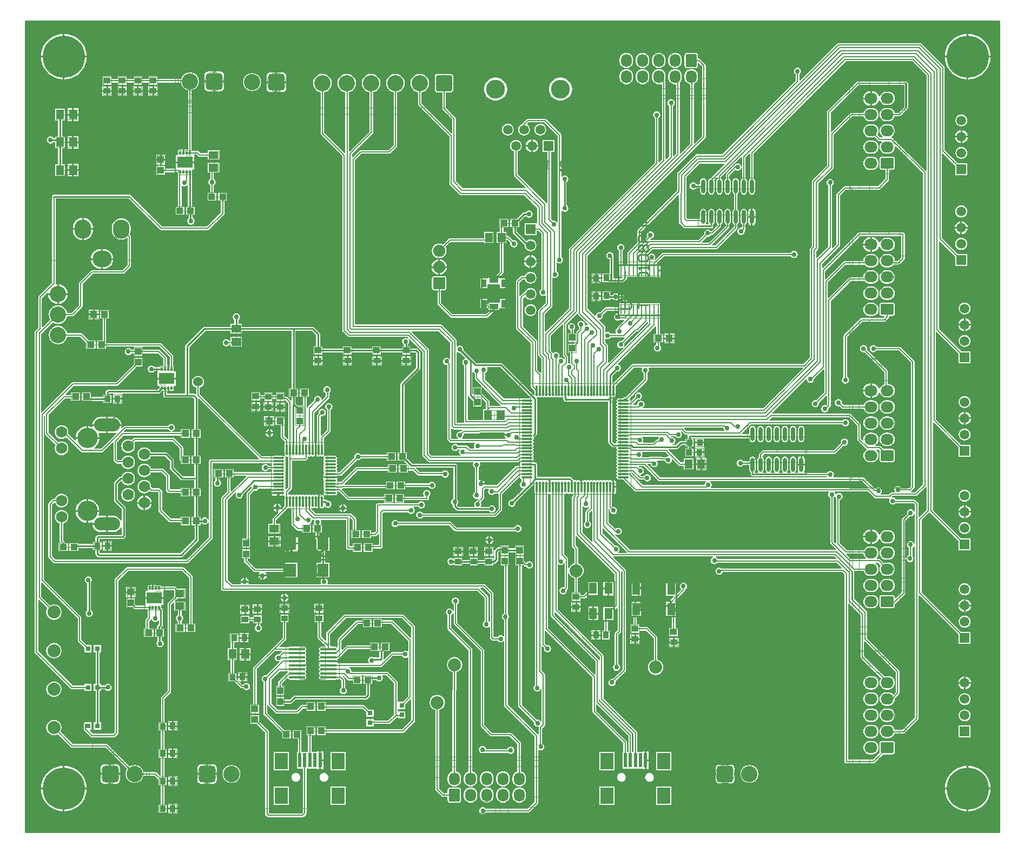
<source format=gtl>
%FSLAX25Y25*%
%MOIN*%
G70*
G01*
G75*
G04 Layer_Physical_Order=1*
G04 Layer_Color=255*
%ADD10R,0.02953X0.04528*%
%ADD11R,0.05512X0.03740*%
%ADD12R,0.05118X0.07480*%
%ADD13R,0.01969X0.08858*%
%ADD14R,0.07874X0.09843*%
%ADD15R,0.04724X0.07087*%
%ADD16O,0.10039X0.01575*%
%ADD17R,0.00984X0.06102*%
%ADD18R,0.04331X0.03937*%
%ADD19R,0.03937X0.04331*%
%ADD20R,0.04528X0.05709*%
%ADD21R,0.05709X0.04528*%
%ADD22R,0.03740X0.03937*%
%ADD23R,0.03937X0.03740*%
%ADD24R,0.07087X0.07874*%
%ADD25O,0.01181X0.07087*%
%ADD26O,0.07087X0.01181*%
%ADD27O,0.02362X0.08661*%
%ADD28R,0.09370X0.06850*%
%ADD29R,0.01181X0.02165*%
%ADD30R,0.03150X0.03150*%
%ADD31R,0.03150X0.03150*%
%ADD32C,0.01000*%
%ADD33C,0.00800*%
%ADD34C,0.00394*%
%ADD35C,0.00600*%
%ADD36C,0.00197*%
%ADD37C,0.00300*%
%ADD38C,0.00039*%
%ADD39C,0.26000*%
%ADD40C,0.07000*%
%ADD41O,0.16000X0.08000*%
%ADD42C,0.12600*%
%ADD43R,0.05906X0.05906*%
%ADD44C,0.05906*%
%ADD45C,0.11614*%
%ADD46R,0.05906X0.05906*%
%ADD47C,0.05906*%
%ADD48C,0.06000*%
%ADD49O,0.08000X0.06800*%
G04:AMPARAMS|DCode=50|XSize=80mil|YSize=68mil|CornerRadius=8.5mil|HoleSize=0mil|Usage=FLASHONLY|Rotation=180.000|XOffset=0mil|YOffset=0mil|HoleType=Round|Shape=RoundedRectangle|*
%AMROUNDEDRECTD50*
21,1,0.08000,0.05100,0,0,180.0*
21,1,0.06300,0.06800,0,0,180.0*
1,1,0.01700,-0.03150,0.02550*
1,1,0.01700,0.03150,0.02550*
1,1,0.01700,0.03150,-0.02550*
1,1,0.01700,-0.03150,-0.02550*
%
%ADD50ROUNDEDRECTD50*%
%ADD51C,0.08000*%
%ADD52O,0.06800X0.08000*%
G04:AMPARAMS|DCode=53|XSize=80mil|YSize=68mil|CornerRadius=8.5mil|HoleSize=0mil|Usage=FLASHONLY|Rotation=270.000|XOffset=0mil|YOffset=0mil|HoleType=Round|Shape=RoundedRectangle|*
%AMROUNDEDRECTD53*
21,1,0.08000,0.05100,0,0,270.0*
21,1,0.06300,0.06800,0,0,270.0*
1,1,0.01700,-0.02550,-0.03150*
1,1,0.01700,-0.02550,0.03150*
1,1,0.01700,0.02550,0.03150*
1,1,0.01700,0.02550,-0.03150*
%
%ADD53ROUNDEDRECTD53*%
%ADD54C,0.07500*%
G04:AMPARAMS|DCode=55|XSize=75mil|YSize=75mil|CornerRadius=9.38mil|HoleSize=0mil|Usage=FLASHONLY|Rotation=180.000|XOffset=0mil|YOffset=0mil|HoleType=Round|Shape=RoundedRectangle|*
%AMROUNDEDRECTD55*
21,1,0.07500,0.05625,0,0,180.0*
21,1,0.05625,0.07500,0,0,180.0*
1,1,0.01875,-0.02813,0.02813*
1,1,0.01875,0.02813,0.02813*
1,1,0.01875,0.02813,-0.02813*
1,1,0.01875,-0.02813,-0.02813*
%
%ADD55ROUNDEDRECTD55*%
G04:AMPARAMS|DCode=56|XSize=100mil|YSize=100mil|CornerRadius=12.5mil|HoleSize=0mil|Usage=FLASHONLY|Rotation=90.000|XOffset=0mil|YOffset=0mil|HoleType=Round|Shape=RoundedRectangle|*
%AMROUNDEDRECTD56*
21,1,0.10000,0.07500,0,0,90.0*
21,1,0.07500,0.10000,0,0,90.0*
1,1,0.02500,0.03750,0.03750*
1,1,0.02500,0.03750,-0.03750*
1,1,0.02500,-0.03750,-0.03750*
1,1,0.02500,-0.03750,0.03750*
%
%ADD56ROUNDEDRECTD56*%
%ADD57C,0.10000*%
%ADD58O,0.11811X0.10236*%
%ADD59O,0.10236X0.11811*%
%ADD60C,0.03000*%
G36*
X600000Y0D02*
X0D01*
Y500000D01*
X600000D01*
Y0D01*
D02*
G37*
%LPC*%
G36*
X162250Y143900D02*
X160300D01*
Y141951D01*
X160775Y142045D01*
X161602Y142598D01*
X162155Y143424D01*
X162250Y143900D01*
D02*
G37*
G36*
X159300D02*
X157351D01*
X157445Y143424D01*
X157998Y142598D01*
X158825Y142045D01*
X159300Y141951D01*
Y143900D01*
D02*
G37*
G36*
X579400Y143538D02*
Y140117D01*
X582821D01*
X582751Y140648D01*
X582353Y141610D01*
X581719Y142436D01*
X580893Y143069D01*
X579932Y143468D01*
X579400Y143538D01*
D02*
G37*
G36*
X159300Y146850D02*
X158825Y146755D01*
X157998Y146202D01*
X157445Y145376D01*
X157351Y144900D01*
X159300D01*
Y146850D01*
D02*
G37*
G36*
X68168Y147346D02*
X65700D01*
Y144681D01*
X68168D01*
Y147346D01*
D02*
G37*
G36*
X64700D02*
X62231D01*
Y144681D01*
X64700D01*
Y147346D01*
D02*
G37*
G36*
X578400Y143538D02*
X577868Y143468D01*
X576907Y143069D01*
X576081Y142436D01*
X575447Y141610D01*
X575049Y140648D01*
X574979Y140117D01*
X578400D01*
Y143538D01*
D02*
G37*
G36*
X180700Y140720D02*
X178232D01*
Y138350D01*
X180700D01*
Y140720D01*
D02*
G37*
G36*
X162669D02*
X160200D01*
Y138350D01*
X162669D01*
Y140720D01*
D02*
G37*
G36*
X159200D02*
X156731D01*
Y138350D01*
X159200D01*
Y140720D01*
D02*
G37*
G36*
X342568Y141521D02*
X340100D01*
Y139150D01*
X342568D01*
Y141521D01*
D02*
G37*
G36*
X339100D02*
X336631D01*
Y139150D01*
X339100D01*
Y141521D01*
D02*
G37*
G36*
X184169Y140720D02*
X181700D01*
Y138350D01*
X184169D01*
Y140720D01*
D02*
G37*
G36*
X80206Y152288D02*
X79116D01*
Y150206D01*
X78116D01*
Y152288D01*
X77025D01*
Y151988D01*
X75357D01*
Y148725D01*
X73915D01*
Y144800D01*
X85285D01*
Y148725D01*
D01*
Y148725D01*
X85638Y149078D01*
X91672D01*
X91746Y149005D01*
Y145069D01*
X88007Y141330D01*
X87764Y140966D01*
X87678Y140537D01*
X87678Y140537D01*
Y86965D01*
X84007Y83293D01*
X83764Y82929D01*
X83678Y82500D01*
X83678Y82500D01*
Y67769D01*
X82080D01*
Y62432D01*
X83529D01*
Y50835D01*
X82080D01*
Y45498D01*
X83529D01*
Y34594D01*
X83067Y34403D01*
X80977Y36493D01*
X80613Y36736D01*
X80184Y36822D01*
X80184Y36822D01*
X73001D01*
X72953Y37188D01*
X72379Y38575D01*
X71465Y39765D01*
X70275Y40679D01*
X68888Y41253D01*
X67400Y41449D01*
X65912Y41253D01*
X64525Y40679D01*
X64232Y40454D01*
X50793Y53893D01*
X50429Y54136D01*
X50000Y54222D01*
X50000Y54222D01*
X29365D01*
X21741Y61845D01*
X21805Y61930D01*
X22279Y63073D01*
X22441Y64300D01*
X22279Y65527D01*
X21805Y66670D01*
X21052Y67652D01*
X20070Y68405D01*
X18927Y68879D01*
X17700Y69041D01*
X16473Y68879D01*
X15330Y68405D01*
X14348Y67652D01*
X13595Y66670D01*
X13121Y65527D01*
X12959Y64300D01*
X13121Y63073D01*
X13595Y61930D01*
X14348Y60948D01*
X15330Y60195D01*
X16473Y59721D01*
X17700Y59559D01*
X18927Y59721D01*
X20070Y60195D01*
X20155Y60259D01*
X28107Y52307D01*
X28107Y52307D01*
X28471Y52064D01*
X28471Y52064D01*
X28471Y52064D01*
D01*
X28471Y52064D01*
X28471Y52064D01*
X28900Y51978D01*
X49535D01*
X62646Y38868D01*
X62421Y38575D01*
X61847Y37188D01*
X61651Y35700D01*
X61847Y34212D01*
X62421Y32825D01*
X63335Y31635D01*
X64525Y30721D01*
X65912Y30147D01*
X67400Y29951D01*
X68888Y30147D01*
X70275Y30721D01*
X71465Y31635D01*
X72379Y32825D01*
X72953Y34212D01*
X73001Y34578D01*
X79719D01*
X82080Y32217D01*
Y28565D01*
X83529D01*
Y16969D01*
X82080D01*
Y11631D01*
X87221D01*
Y16969D01*
X85772D01*
Y28565D01*
X87221D01*
Y33902D01*
X85772D01*
Y45498D01*
X87221D01*
Y50835D01*
X85772D01*
Y62432D01*
X87221D01*
Y67769D01*
X85922D01*
Y82035D01*
X89593Y85707D01*
X89593Y85707D01*
X89836Y86071D01*
X89922Y86500D01*
Y140072D01*
X91284Y141435D01*
X91746Y141243D01*
Y136199D01*
X94178D01*
Y133663D01*
X93614Y133286D01*
X93128Y132558D01*
X92957Y131700D01*
X93128Y130842D01*
X93614Y130114D01*
X94078Y129804D01*
Y128368D01*
X92588D01*
Y123031D01*
X98319D01*
Y128368D01*
X96422D01*
Y129870D01*
X96786Y130114D01*
X97272Y130842D01*
X97443Y131700D01*
X97272Y132558D01*
X96786Y133286D01*
X96422Y133530D01*
Y136199D01*
X98854D01*
Y142127D01*
X92629D01*
X92438Y142589D01*
X93922Y144073D01*
X98854D01*
Y150001D01*
X93922D01*
X92930Y150993D01*
X92566Y151236D01*
X92137Y151322D01*
X92137Y151322D01*
X83843D01*
Y151988D01*
X80206D01*
Y152288D01*
D02*
G37*
G36*
X401286Y154439D02*
X394768D01*
Y145559D01*
X399620D01*
X399811Y145097D01*
X397234Y142520D01*
X396991Y142156D01*
X396928Y141841D01*
X394768D01*
Y132961D01*
X398479D01*
Y125720D01*
X396932D01*
Y120580D01*
X402269D01*
Y125720D01*
X400722D01*
Y132961D01*
X401286D01*
Y141841D01*
X400380D01*
X400189Y142303D01*
X401939Y144053D01*
X401959Y144066D01*
X402779Y144886D01*
X402792Y144906D01*
X406393Y148507D01*
X406393Y148507D01*
X406636Y148871D01*
X406636Y148871D01*
X406636Y148871D01*
X406722Y149300D01*
X406721Y149300D01*
Y149603D01*
X407186Y149914D01*
X407672Y150642D01*
X407843Y151500D01*
X407672Y152358D01*
X407186Y153086D01*
X406458Y153572D01*
X405600Y153743D01*
X404742Y153572D01*
X404014Y153086D01*
X403528Y152358D01*
X403357Y151500D01*
X403528Y150642D01*
X404014Y149914D01*
X404054Y149887D01*
X404103Y149389D01*
X401748Y147034D01*
X401286Y147225D01*
Y154439D01*
D02*
G37*
G36*
X68168Y151012D02*
X65700D01*
Y148346D01*
X68168D01*
Y151012D01*
D02*
G37*
G36*
X531800Y176135D02*
X530600D01*
X529530Y175995D01*
X528532Y175581D01*
X527676Y174924D01*
X527019Y174068D01*
X526606Y173070D01*
X526465Y172000D01*
X526606Y170930D01*
X527019Y169932D01*
X527676Y169076D01*
X528532Y168419D01*
X529530Y168006D01*
X530600Y167865D01*
X531800D01*
X532870Y168006D01*
X533868Y168419D01*
X534724Y169076D01*
X535381Y169932D01*
X535794Y170930D01*
X535935Y172000D01*
X535794Y173070D01*
X535381Y174068D01*
X534724Y174924D01*
X533868Y175581D01*
X532870Y175995D01*
X531800Y176135D01*
D02*
G37*
G36*
X97200Y163222D02*
X97200Y163222D01*
X63000D01*
X63000Y163222D01*
X62571Y163136D01*
X62207Y162893D01*
X62207Y162893D01*
X55507Y156193D01*
X55264Y155829D01*
X55178Y155400D01*
X55178Y155400D01*
Y61565D01*
X54135Y60522D01*
X41765D01*
X39723Y62563D01*
X39914Y63025D01*
X40922D01*
Y67575D01*
X37892D01*
X37729Y67683D01*
X37300Y67769D01*
X36871Y67683D01*
X36708Y67575D01*
X36372D01*
Y67239D01*
X36264Y67076D01*
X36178Y66647D01*
X36178Y66647D01*
Y63400D01*
X36178Y63400D01*
X36264Y62971D01*
X36507Y62607D01*
X40507Y58607D01*
X40507Y58607D01*
X40871Y58364D01*
X40871Y58364D01*
X40871Y58364D01*
D01*
X40871Y58364D01*
X40871Y58364D01*
X41300Y58278D01*
X54600D01*
X54600Y58278D01*
X55029Y58364D01*
X55393Y58607D01*
X57093Y60307D01*
X57093Y60307D01*
X57336Y60671D01*
X57422Y61100D01*
Y154935D01*
X63465Y160978D01*
X96735D01*
X101025Y156689D01*
Y128368D01*
X99281D01*
Y123031D01*
X105012D01*
Y128368D01*
X103268D01*
Y157153D01*
X103268Y157153D01*
X103183Y157583D01*
X102939Y157947D01*
X97993Y162893D01*
X97629Y163136D01*
X97200Y163222D01*
D02*
G37*
G36*
X358849Y154843D02*
X355987D01*
Y150800D01*
X358849D01*
Y154843D01*
D02*
G37*
G36*
X64700Y151012D02*
X62231D01*
Y148346D01*
X64700D01*
Y151012D01*
D02*
G37*
G36*
X358849Y149800D02*
X355987D01*
Y145757D01*
X358849D01*
Y149800D01*
D02*
G37*
G36*
X379632Y154439D02*
X373114D01*
Y145559D01*
X379632D01*
Y154439D01*
D02*
G37*
G36*
X160300Y146850D02*
Y144900D01*
X162250D01*
X162155Y145376D01*
X161602Y146202D01*
X160775Y146755D01*
X160300Y146850D01*
D02*
G37*
G36*
X531800Y156135D02*
X530600D01*
X529530Y155994D01*
X528532Y155581D01*
X527676Y154924D01*
X527019Y154068D01*
X526606Y153070D01*
X526465Y152000D01*
X526606Y150930D01*
X527019Y149932D01*
X527676Y149076D01*
X528532Y148419D01*
X529530Y148005D01*
X530600Y147865D01*
X531800D01*
X532870Y148005D01*
X533868Y148419D01*
X534724Y149076D01*
X535381Y149932D01*
X535794Y150930D01*
X535935Y152000D01*
X535794Y153070D01*
X535381Y154068D01*
X534724Y154924D01*
X533868Y155581D01*
X532870Y155994D01*
X531800Y156135D01*
D02*
G37*
G36*
X521800D02*
X520600D01*
X519530Y155994D01*
X518532Y155581D01*
X517676Y154924D01*
X517019Y154068D01*
X516606Y153070D01*
X516465Y152000D01*
X516606Y150930D01*
X517019Y149932D01*
X517676Y149076D01*
X518532Y148419D01*
X519530Y148005D01*
X520600Y147865D01*
X521800D01*
X522870Y148005D01*
X523868Y148419D01*
X524724Y149076D01*
X525381Y149932D01*
X525795Y150930D01*
X525935Y152000D01*
X525795Y153070D01*
X525381Y154068D01*
X524724Y154924D01*
X523868Y155581D01*
X522870Y155994D01*
X521800Y156135D01*
D02*
G37*
G36*
X578900Y153301D02*
X577946Y153175D01*
X577058Y152807D01*
X576295Y152222D01*
X575709Y151459D01*
X575341Y150570D01*
X575216Y149617D01*
X575341Y148663D01*
X575709Y147775D01*
X576295Y147011D01*
X577058Y146426D01*
X577946Y146058D01*
X578900Y145932D01*
X579854Y146058D01*
X580742Y146426D01*
X581505Y147011D01*
X582091Y147775D01*
X582459Y148663D01*
X582584Y149617D01*
X582459Y150570D01*
X582091Y151459D01*
X581505Y152222D01*
X580742Y152807D01*
X579854Y153175D01*
X578900Y153301D01*
D02*
G37*
G36*
X146168Y136850D02*
X143700D01*
Y134479D01*
X146168D01*
Y136850D01*
D02*
G37*
G36*
X142700D02*
X140232D01*
Y134479D01*
X142700D01*
Y136850D01*
D02*
G37*
G36*
X138469Y136650D02*
X136000D01*
Y134280D01*
X138469D01*
Y136650D01*
D02*
G37*
G36*
X180700Y137350D02*
X178232D01*
Y134979D01*
X180700D01*
Y137350D01*
D02*
G37*
G36*
X162669D02*
X160200D01*
Y134979D01*
X162669D01*
Y137350D01*
D02*
G37*
G36*
X159200D02*
X156731D01*
Y134979D01*
X159200D01*
Y137350D01*
D02*
G37*
G36*
X135000Y136650D02*
X132531D01*
Y134280D01*
X135000D01*
Y136650D01*
D02*
G37*
G36*
X353261Y134052D02*
X350399D01*
Y130009D01*
X353261D01*
Y134052D01*
D02*
G37*
G36*
X349399D02*
X346537D01*
Y130009D01*
X349399D01*
Y134052D01*
D02*
G37*
G36*
X578900Y133301D02*
X577946Y133175D01*
X577058Y132807D01*
X576295Y132222D01*
X575709Y131459D01*
X575341Y130570D01*
X575216Y129617D01*
X575341Y128663D01*
X575709Y127775D01*
X576295Y127012D01*
X577058Y126426D01*
X577946Y126058D01*
X578900Y125932D01*
X579854Y126058D01*
X580742Y126426D01*
X581505Y127012D01*
X582091Y127775D01*
X582459Y128663D01*
X582584Y129617D01*
X582459Y130570D01*
X582091Y131459D01*
X581505Y132222D01*
X580742Y132807D01*
X579854Y133175D01*
X578900Y133301D01*
D02*
G37*
G36*
X232500Y134122D02*
X232500Y134122D01*
X197200D01*
X197200Y134122D01*
X196771Y134036D01*
X196407Y133793D01*
X196407Y133793D01*
X185854Y123240D01*
X185611Y122876D01*
X185526Y122447D01*
X185526Y122447D01*
Y118008D01*
X185064Y117817D01*
X182422Y120459D01*
Y128980D01*
X183968D01*
Y134121D01*
X178631D01*
Y128980D01*
X180178D01*
Y119994D01*
X180178Y119994D01*
X180264Y119565D01*
X180507Y119201D01*
X184980Y114728D01*
X184789Y114267D01*
X182415D01*
X181835Y114151D01*
X181343Y113822D01*
X181014Y113330D01*
X180898Y112750D01*
X181014Y112170D01*
X181343Y111678D01*
Y111322D01*
X181014Y110830D01*
X180898Y110250D01*
X181014Y109670D01*
X181343Y109178D01*
Y108822D01*
X181014Y108330D01*
X180898Y107750D01*
X181014Y107170D01*
X181340Y106682D01*
X181126Y106539D01*
X180731Y105947D01*
X180692Y105750D01*
X192603D01*
X192563Y105947D01*
X192386Y106212D01*
X192578Y106674D01*
X192779Y106714D01*
X193143Y106957D01*
X198965Y112778D01*
X212388D01*
Y111232D01*
X218119D01*
D01*
X218119D01*
X218277Y111074D01*
Y107524D01*
X214780D01*
X214258Y107872D01*
X213400Y108043D01*
X212542Y107872D01*
X211814Y107386D01*
X211328Y106658D01*
X211157Y105800D01*
X211328Y104942D01*
X211748Y104313D01*
X211512Y103872D01*
X192639D01*
X192403Y104313D01*
X192563Y104553D01*
X192603Y104750D01*
X180692D01*
X180731Y104553D01*
X181126Y103961D01*
X181340Y103819D01*
X181014Y103330D01*
X180898Y102750D01*
X181014Y102170D01*
X181343Y101678D01*
Y101322D01*
X181014Y100830D01*
X180898Y100250D01*
X181014Y99670D01*
X181343Y99178D01*
Y98822D01*
X181014Y98330D01*
X180898Y97750D01*
X181014Y97170D01*
X181343Y96678D01*
Y96322D01*
X181014Y95830D01*
X180898Y95250D01*
X181014Y94670D01*
X181343Y94178D01*
X181835Y93849D01*
X182415Y93734D01*
X190879D01*
X191460Y93849D01*
X191878Y94128D01*
X194085D01*
X194878Y93335D01*
Y89096D01*
X194414Y88786D01*
X193928Y88058D01*
X193757Y87200D01*
X193928Y86342D01*
X194414Y85614D01*
X195142Y85128D01*
X196000Y84957D01*
X196858Y85128D01*
X197586Y85614D01*
X198072Y86342D01*
X198243Y87200D01*
X198072Y88058D01*
X197586Y88786D01*
X197122Y89096D01*
Y93800D01*
X197122Y93800D01*
X197036Y94229D01*
X196793Y94593D01*
X195470Y95916D01*
X195661Y96378D01*
X196142D01*
X198814Y93707D01*
X199178Y93464D01*
X199607Y93378D01*
X199607Y93378D01*
X201688D01*
Y91132D01*
X207419D01*
Y96469D01*
D01*
Y96469D01*
X207429Y96478D01*
X208381D01*
Y96469D01*
X208381D01*
Y91132D01*
X210023D01*
Y84753D01*
X209393Y84123D01*
X166100D01*
X165632Y84030D01*
X165235Y83765D01*
X163047Y81577D01*
X159669D01*
Y83219D01*
X154332D01*
Y77488D01*
X159669D01*
Y79130D01*
X163554D01*
X164022Y79223D01*
X164419Y79488D01*
X164419Y79488D01*
X164419Y79488D01*
X166607Y81677D01*
X209900D01*
X210368Y81770D01*
X210765Y82035D01*
X210765Y82035D01*
X210765Y82035D01*
X212112Y83381D01*
X212377Y83778D01*
X212470Y84246D01*
X212470Y84246D01*
X212470Y84246D01*
Y84246D01*
Y91132D01*
X214112D01*
Y93677D01*
X216272D01*
X216514Y93314D01*
X217242Y92828D01*
X218100Y92657D01*
X218958Y92828D01*
X219686Y93314D01*
X220172Y94042D01*
X220343Y94900D01*
X220172Y95758D01*
X219986Y96038D01*
X220222Y96478D01*
X222535D01*
X227278Y91735D01*
Y72265D01*
X223735Y68722D01*
X214675D01*
Y69522D01*
X210125D01*
Y64972D01*
X214675D01*
Y66478D01*
X224200D01*
X224200Y66478D01*
X224629Y66564D01*
X224993Y66807D01*
X228812Y70626D01*
X229725D01*
Y69872D01*
X234275D01*
Y74422D01*
X229725D01*
D01*
X229725D01*
X229521Y74626D01*
Y75778D01*
X229725D01*
Y75778D01*
X234275D01*
Y78741D01*
X237417Y81883D01*
X237878Y81692D01*
Y68965D01*
X232235Y63322D01*
X185412D01*
Y64868D01*
X179681D01*
Y59531D01*
X185412D01*
Y61078D01*
X232700D01*
X232700Y61078D01*
X233129Y61164D01*
X233493Y61407D01*
X239793Y67707D01*
X239793Y67707D01*
X240036Y68071D01*
X240036Y68071D01*
X240036Y68071D01*
X240122Y68500D01*
X240122Y68500D01*
Y126500D01*
X240122Y126500D01*
X240036Y126929D01*
X239793Y127293D01*
X239793Y127293D01*
X233293Y133793D01*
X232929Y134036D01*
X232500Y134122D01*
D02*
G37*
G36*
X38900Y157643D02*
X38042Y157472D01*
X37314Y156986D01*
X36828Y156258D01*
X36657Y155400D01*
X36828Y154542D01*
X37314Y153814D01*
X38042Y153328D01*
X38177Y153301D01*
Y136628D01*
X37814Y136386D01*
X37328Y135658D01*
X37157Y134800D01*
X37328Y133942D01*
X37814Y133214D01*
X38542Y132728D01*
X39400Y132557D01*
X40258Y132728D01*
X40986Y133214D01*
X41472Y133942D01*
X41643Y134800D01*
X41472Y135658D01*
X40986Y136386D01*
X40624Y136628D01*
Y154019D01*
X40972Y154542D01*
X41143Y155400D01*
X40972Y156258D01*
X40486Y156986D01*
X39758Y157472D01*
X38900Y157643D01*
D02*
G37*
G36*
X145968Y133621D02*
X140631D01*
Y132172D01*
X138268D01*
Y133421D01*
X132931D01*
Y128280D01*
X138268D01*
Y129929D01*
X140631D01*
Y128480D01*
X142578D01*
Y127596D01*
X142114Y127286D01*
X141628Y126558D01*
X141457Y125700D01*
X141628Y124842D01*
X142114Y124114D01*
X142842Y123628D01*
X143700Y123457D01*
X144558Y123628D01*
X145286Y124114D01*
X145772Y124842D01*
X145943Y125700D01*
X145772Y126558D01*
X145286Y127286D01*
X144822Y127596D01*
Y128480D01*
X145968D01*
Y133621D01*
D02*
G37*
G36*
X138469Y140020D02*
X136000D01*
Y137650D01*
X138469D01*
Y140020D01*
D02*
G37*
G36*
X135000D02*
X132531D01*
Y137650D01*
X135000D01*
Y140020D01*
D02*
G37*
G36*
X265100Y144543D02*
X264242Y144372D01*
X263514Y143886D01*
X263028Y143158D01*
X262857Y142300D01*
X263028Y141442D01*
X263514Y140714D01*
X263979Y140403D01*
Y136365D01*
X263481Y136316D01*
X263472Y136358D01*
X262986Y137086D01*
X262258Y137572D01*
X261400Y137743D01*
X260542Y137572D01*
X259814Y137086D01*
X259328Y136358D01*
X259157Y135500D01*
X259328Y134642D01*
X259814Y133914D01*
X260279Y133604D01*
Y125500D01*
X260278Y125500D01*
X260364Y125071D01*
X260607Y124707D01*
X273278Y112035D01*
Y37273D01*
X272332Y36881D01*
X271476Y36224D01*
X270819Y35368D01*
X270406Y34370D01*
X270265Y33300D01*
Y32100D01*
X270406Y31030D01*
X270819Y30032D01*
X271476Y29176D01*
X272332Y28519D01*
X273330Y28106D01*
X274400Y27965D01*
X275470Y28106D01*
X276468Y28519D01*
X277324Y29176D01*
X277981Y30032D01*
X278395Y31030D01*
X278535Y32100D01*
Y33300D01*
X278395Y34370D01*
X277981Y35368D01*
X277324Y36224D01*
X276468Y36881D01*
X275521Y37273D01*
Y112500D01*
X275522Y112500D01*
X275436Y112929D01*
X275193Y113293D01*
X275193Y113293D01*
X262522Y125965D01*
Y133604D01*
X262986Y133914D01*
X263472Y134642D01*
X263481Y134684D01*
X263979Y134635D01*
Y128600D01*
X263978Y128600D01*
X264064Y128171D01*
X264307Y127807D01*
X280679Y111435D01*
Y65500D01*
X280678Y65500D01*
X280764Y65071D01*
X281007Y64707D01*
X286507Y59207D01*
X286507Y59207D01*
X286871Y58964D01*
X287300Y58878D01*
X298635D01*
X303278Y54235D01*
Y37273D01*
X302332Y36881D01*
X301476Y36224D01*
X300819Y35368D01*
X300406Y34370D01*
X300265Y33300D01*
Y32100D01*
X300406Y31030D01*
X300819Y30032D01*
X301476Y29176D01*
X302332Y28519D01*
X303330Y28106D01*
X304400Y27965D01*
X305470Y28106D01*
X306468Y28519D01*
X307324Y29176D01*
X307981Y30032D01*
X308395Y31030D01*
X308535Y32100D01*
Y33300D01*
X308395Y34370D01*
X307981Y35368D01*
X307324Y36224D01*
X306468Y36881D01*
X305521Y37273D01*
Y54700D01*
X305436Y55129D01*
X305193Y55493D01*
X305193Y55493D01*
X299893Y60793D01*
X299529Y61036D01*
X299100Y61122D01*
X299100Y61122D01*
X287765D01*
X282922Y65965D01*
Y111900D01*
X282922Y111900D01*
X282836Y112329D01*
X282593Y112693D01*
X282593Y112693D01*
X266221Y129065D01*
Y140403D01*
X266686Y140714D01*
X267172Y141442D01*
X267343Y142300D01*
X267172Y143158D01*
X266686Y143886D01*
X265958Y144372D01*
X265100Y144543D01*
D02*
G37*
G36*
X521800Y146135D02*
X520600D01*
X519530Y145994D01*
X518532Y145581D01*
X517676Y144924D01*
X517019Y144068D01*
X516606Y143070D01*
X516465Y142000D01*
X516606Y140930D01*
X517019Y139932D01*
X517676Y139076D01*
X518532Y138419D01*
X519530Y138005D01*
X520600Y137865D01*
X521800D01*
X522870Y138005D01*
X523868Y138419D01*
X524724Y139076D01*
X525381Y139932D01*
X525795Y140930D01*
X525935Y142000D01*
X525795Y143070D01*
X525381Y144068D01*
X524724Y144924D01*
X523868Y145581D01*
X522870Y145994D01*
X521800Y146135D01*
D02*
G37*
G36*
X146168Y140220D02*
X143700D01*
Y137850D01*
X146168D01*
Y140220D01*
D02*
G37*
G36*
X142700D02*
X140232D01*
Y137850D01*
X142700D01*
Y140220D01*
D02*
G37*
G36*
X342568Y138150D02*
X340100D01*
Y135780D01*
X342568D01*
Y138150D01*
D02*
G37*
G36*
X353261Y139095D02*
X350399D01*
Y135052D01*
X353261D01*
Y139095D01*
D02*
G37*
G36*
X349399D02*
X346537D01*
Y135052D01*
X349399D01*
Y139095D01*
D02*
G37*
G36*
X184169Y137350D02*
X181700D01*
Y134979D01*
X184169D01*
Y137350D01*
D02*
G37*
G36*
X339100Y138150D02*
X336631D01*
Y135780D01*
X339100D01*
Y138150D01*
D02*
G37*
G36*
X582821Y139117D02*
X579400D01*
Y135696D01*
X579932Y135766D01*
X580893Y136164D01*
X581719Y136797D01*
X582353Y137623D01*
X582751Y138585D01*
X582821Y139117D01*
D02*
G37*
G36*
X578400D02*
X574979D01*
X575049Y138585D01*
X575447Y137623D01*
X576081Y136797D01*
X576907Y136164D01*
X577868Y135766D01*
X578400Y135696D01*
Y139117D01*
D02*
G37*
G36*
X418520Y239500D02*
X412780D01*
Y237069D01*
X412679D01*
Y234600D01*
X418420D01*
Y237032D01*
X418520D01*
Y239500D01*
D02*
G37*
G36*
X418420Y233600D02*
X416050D01*
Y231132D01*
X418420D01*
Y233600D01*
D02*
G37*
G36*
X415050D02*
X412679D01*
Y231132D01*
X415050D01*
Y233600D01*
D02*
G37*
G36*
X458200Y250416D02*
X457466Y250270D01*
X456844Y249855D01*
X456428Y249232D01*
X456282Y248498D01*
Y242199D01*
X456428Y241465D01*
X456844Y240843D01*
X457466Y240427D01*
X458200Y240281D01*
X458934Y240427D01*
X459556Y240843D01*
X459972Y241465D01*
X460118Y242199D01*
Y248498D01*
X459972Y249232D01*
X459556Y249855D01*
X458934Y250270D01*
X458200Y250416D01*
D02*
G37*
G36*
X453200D02*
X452466Y250270D01*
X451844Y249855D01*
X451428Y249232D01*
X451282Y248498D01*
Y242199D01*
X451428Y241465D01*
X451844Y240843D01*
X452466Y240427D01*
X453200Y240281D01*
X453934Y240427D01*
X454556Y240843D01*
X454972Y241465D01*
X455118Y242199D01*
Y248498D01*
X454972Y249232D01*
X454556Y249855D01*
X453934Y250270D01*
X453200Y250416D01*
D02*
G37*
G36*
X531800Y246235D02*
X530600D01*
X529530Y246094D01*
X528532Y245681D01*
X527676Y245024D01*
X527019Y244168D01*
X526606Y243170D01*
X526465Y242100D01*
X526606Y241030D01*
X527019Y240032D01*
X527676Y239176D01*
X528532Y238519D01*
X529530Y238106D01*
X530600Y237965D01*
X531800D01*
X532870Y238106D01*
X533868Y238519D01*
X534724Y239176D01*
X535381Y240032D01*
X535794Y241030D01*
X535935Y242100D01*
X535794Y243170D01*
X535381Y244168D01*
X534724Y245024D01*
X533868Y245681D01*
X532870Y246094D01*
X531800Y246235D01*
D02*
G37*
G36*
X419901Y230554D02*
X417137D01*
Y227200D01*
X419901D01*
Y230554D01*
D02*
G37*
G36*
Y226200D02*
X417137D01*
Y222846D01*
X419901D01*
Y226200D01*
D02*
G37*
G36*
X416137D02*
X413373D01*
Y222846D01*
X416137D01*
Y226200D01*
D02*
G37*
G36*
X122019Y223669D02*
X116288D01*
Y218332D01*
X117176D01*
Y216928D01*
X116814Y216686D01*
X116328Y215958D01*
X116157Y215100D01*
X116328Y214242D01*
X116814Y213514D01*
X117542Y213028D01*
X118400Y212857D01*
X119258Y213028D01*
X119986Y213514D01*
X120472Y214242D01*
X120643Y215100D01*
X120472Y215958D01*
X119986Y216686D01*
X119623Y216928D01*
Y218332D01*
X122019D01*
Y223669D01*
D02*
G37*
G36*
X416137Y230554D02*
X413373D01*
Y227200D01*
X416137D01*
Y230554D01*
D02*
G37*
G36*
X478700Y231725D02*
Y226951D01*
X480424D01*
Y229601D01*
X480255Y230452D01*
X479773Y231173D01*
X479051Y231655D01*
X478700Y231725D01*
D02*
G37*
G36*
X477700D02*
X477349Y231655D01*
X476627Y231173D01*
X476145Y230452D01*
X475976Y229601D01*
Y226951D01*
X477700D01*
Y231725D01*
D02*
G37*
G36*
X49900Y250400D02*
X41423D01*
X41456Y250144D01*
X41340Y249925D01*
X41089Y249713D01*
X39831Y250094D01*
X38900Y250186D01*
Y243400D01*
X45686D01*
X45594Y244331D01*
X45213Y245589D01*
X45425Y245840D01*
X45643Y245956D01*
X46400Y245857D01*
X49900D01*
Y250400D01*
D02*
G37*
G36*
X531800Y256235D02*
X530600D01*
X529530Y256095D01*
X528532Y255681D01*
X527676Y255024D01*
X527019Y254168D01*
X526606Y253170D01*
X526465Y252100D01*
X526606Y251030D01*
X527019Y250032D01*
X527676Y249176D01*
X528532Y248519D01*
X529530Y248106D01*
X530600Y247965D01*
X531800D01*
X532870Y248106D01*
X533868Y248519D01*
X534724Y249176D01*
X535381Y250032D01*
X535794Y251030D01*
X535935Y252100D01*
X535794Y253170D01*
X535381Y254168D01*
X534724Y255024D01*
X533868Y255681D01*
X532870Y256095D01*
X531800Y256235D01*
D02*
G37*
G36*
X521800D02*
X520600D01*
X519530Y256095D01*
X518532Y255681D01*
X517676Y255024D01*
X517019Y254168D01*
X516606Y253170D01*
X516465Y252100D01*
X516606Y251030D01*
X517019Y250032D01*
X517676Y249176D01*
X518532Y248519D01*
X519530Y248106D01*
X520600Y247965D01*
X521800D01*
X522870Y248106D01*
X523868Y248519D01*
X524724Y249176D01*
X525381Y250032D01*
X525795Y251030D01*
X525935Y252100D01*
X525795Y253170D01*
X525381Y254168D01*
X524724Y255024D01*
X523868Y255681D01*
X522870Y256095D01*
X521800Y256235D01*
D02*
G37*
G36*
X582821Y254550D02*
X579400D01*
Y251129D01*
X579932Y251199D01*
X580893Y251597D01*
X581719Y252231D01*
X582353Y253057D01*
X582751Y254018D01*
X582821Y254550D01*
D02*
G37*
G36*
X578400D02*
X574979D01*
X575049Y254018D01*
X575447Y253057D01*
X576081Y252231D01*
X576907Y251597D01*
X577868Y251199D01*
X578400Y251129D01*
Y254550D01*
D02*
G37*
G36*
X90000Y251543D02*
X89142Y251372D01*
X88414Y250886D01*
X88103Y250422D01*
X61454D01*
X61454Y250422D01*
X61025Y250336D01*
X60661Y250093D01*
X60661Y250093D01*
X59547Y248979D01*
X59131Y249256D01*
X59271Y249595D01*
X59377Y250400D01*
X50900D01*
Y245857D01*
X54400D01*
X55705Y246029D01*
X56044Y246169D01*
X56321Y245753D01*
X46890Y236321D01*
X42595D01*
X42475Y236801D01*
X43587Y237713D01*
X44499Y238825D01*
X45177Y240093D01*
X45594Y241469D01*
X45686Y242400D01*
X31114D01*
X31206Y241469D01*
X30782Y241215D01*
X26504Y245493D01*
X26636Y246500D01*
X26492Y247596D01*
X26069Y248618D01*
X25396Y249496D01*
X24518Y250169D01*
X23496Y250592D01*
X22400Y250736D01*
X21304Y250592D01*
X20282Y250169D01*
X19405Y249496D01*
X18731Y248618D01*
X18308Y247596D01*
X18164Y246500D01*
X18308Y245404D01*
X18731Y244382D01*
X19405Y243505D01*
X20282Y242831D01*
X21304Y242408D01*
X22400Y242264D01*
X23496Y242408D01*
X24518Y242831D01*
X25353Y243472D01*
X34418Y234407D01*
X34418Y234407D01*
X34781Y234164D01*
X35211Y234079D01*
X47354D01*
X47354Y234078D01*
X47784Y234164D01*
X48147Y234407D01*
X53917Y240176D01*
X54378Y239985D01*
Y229400D01*
X54378Y229400D01*
X54464Y228971D01*
X54707Y228607D01*
X55907Y227407D01*
X55907Y227407D01*
X56271Y227164D01*
X56271Y227164D01*
X56271Y227164D01*
D01*
X56271Y227164D01*
X56271Y227164D01*
X56700Y227078D01*
X56700Y227079D01*
X59272D01*
X59308Y226804D01*
X59731Y225782D01*
X60404Y224904D01*
X61282Y224231D01*
X62304Y223808D01*
X63400Y223664D01*
X64496Y223808D01*
X65518Y224231D01*
X66395Y224904D01*
X67069Y225782D01*
X67492Y226804D01*
X67636Y227900D01*
X67492Y228996D01*
X67069Y230018D01*
X66395Y230895D01*
X65518Y231569D01*
X64496Y231992D01*
X63400Y232136D01*
X62304Y231992D01*
X61282Y231569D01*
X60404Y230895D01*
X59731Y230018D01*
X59443Y229322D01*
X57165D01*
X56622Y229865D01*
Y240335D01*
X60665Y244378D01*
X95788D01*
Y242831D01*
X101519D01*
Y248168D01*
X95788D01*
Y246621D01*
X90362D01*
X90313Y247119D01*
X90858Y247228D01*
X91586Y247714D01*
X92072Y248442D01*
X92243Y249300D01*
X92072Y250158D01*
X91586Y250886D01*
X90858Y251372D01*
X90000Y251543D01*
D02*
G37*
G36*
X37900Y250186D02*
X36969Y250094D01*
X35593Y249677D01*
X34325Y248999D01*
X33213Y248087D01*
X32301Y246975D01*
X31623Y245707D01*
X31206Y244331D01*
X31114Y243400D01*
X37900D01*
Y250186D01*
D02*
G37*
G36*
X473200Y250416D02*
X472466Y250270D01*
X471844Y249855D01*
X471428Y249232D01*
X471282Y248498D01*
Y242199D01*
X471428Y241465D01*
X471844Y240843D01*
X472466Y240427D01*
X473200Y240281D01*
X473934Y240427D01*
X474556Y240843D01*
X474972Y241465D01*
X475118Y242199D01*
Y248498D01*
X474972Y249232D01*
X474556Y249855D01*
X473934Y250270D01*
X473200Y250416D01*
D02*
G37*
G36*
X468200D02*
X467466Y250270D01*
X466844Y249855D01*
X466428Y249232D01*
X466282Y248498D01*
Y242199D01*
X466428Y241465D01*
X466844Y240843D01*
X467466Y240427D01*
X468200Y240281D01*
X468934Y240427D01*
X469556Y240843D01*
X469972Y241465D01*
X470118Y242199D01*
Y248498D01*
X469972Y249232D01*
X469556Y249855D01*
X468934Y250270D01*
X468200Y250416D01*
D02*
G37*
G36*
X463200D02*
X462466Y250270D01*
X461844Y249855D01*
X461428Y249232D01*
X461282Y248498D01*
Y242199D01*
X461428Y241465D01*
X461844Y240843D01*
X462466Y240427D01*
X463200Y240281D01*
X463934Y240427D01*
X464556Y240843D01*
X464972Y241465D01*
X465118Y242199D01*
Y248498D01*
X464972Y249232D01*
X464556Y249855D01*
X463934Y250270D01*
X463200Y250416D01*
D02*
G37*
G36*
X91300Y243022D02*
X91300Y243021D01*
X67400D01*
X66971Y242936D01*
X66607Y242693D01*
X66607Y242693D01*
X65493Y241579D01*
X64496Y241992D01*
X63400Y242136D01*
X62304Y241992D01*
X61282Y241569D01*
X60404Y240896D01*
X59731Y240018D01*
X59308Y238996D01*
X59164Y237900D01*
X59308Y236804D01*
X59731Y235782D01*
X60404Y234905D01*
X61282Y234231D01*
X62304Y233808D01*
X63400Y233664D01*
X64496Y233808D01*
X65518Y234231D01*
X66395Y234905D01*
X67069Y235782D01*
X67492Y236804D01*
X67636Y237900D01*
X67492Y238996D01*
X67079Y239993D01*
X67865Y240778D01*
X90835D01*
X95078Y236535D01*
Y230000D01*
X95164Y229571D01*
X95407Y229207D01*
X95771Y228964D01*
X95788Y228960D01*
Y226731D01*
X101519D01*
Y232068D01*
X97322D01*
Y237000D01*
X97322Y237000D01*
X97236Y237429D01*
X96993Y237793D01*
X96993Y237793D01*
X92093Y242693D01*
X91729Y242936D01*
X91300Y243022D01*
D02*
G37*
G36*
X578900Y248734D02*
X577946Y248609D01*
X577058Y248241D01*
X576295Y247655D01*
X575709Y246892D01*
X575341Y246004D01*
X575216Y245050D01*
X575341Y244096D01*
X575709Y243208D01*
X576295Y242445D01*
X577058Y241859D01*
X577946Y241491D01*
X578900Y241366D01*
X579854Y241491D01*
X580742Y241859D01*
X581505Y242445D01*
X582091Y243208D01*
X582459Y244096D01*
X582584Y245050D01*
X582459Y246004D01*
X582091Y246892D01*
X581505Y247655D01*
X580742Y248241D01*
X579854Y248609D01*
X578900Y248734D01*
D02*
G37*
G36*
X478200Y250416D02*
X477466Y250270D01*
X476844Y249855D01*
X476428Y249232D01*
X476282Y248498D01*
Y242199D01*
X476428Y241465D01*
X476844Y240843D01*
X477466Y240427D01*
X478200Y240281D01*
X478934Y240427D01*
X479556Y240843D01*
X479972Y241465D01*
X480118Y242199D01*
Y248498D01*
X479972Y249232D01*
X479556Y249855D01*
X478934Y250270D01*
X478200Y250416D01*
D02*
G37*
G36*
X49900Y189400D02*
X41423D01*
X41529Y188595D01*
X42033Y187378D01*
X42834Y186334D01*
X43878Y185532D01*
X45095Y185029D01*
X46400Y184857D01*
X49900D01*
Y189400D01*
D02*
G37*
G36*
X578900Y191018D02*
X577946Y190892D01*
X577058Y190524D01*
X576295Y189938D01*
X575709Y189175D01*
X575341Y188287D01*
X575216Y187333D01*
X575341Y186380D01*
X575709Y185491D01*
X576295Y184728D01*
X577058Y184143D01*
X577946Y183775D01*
X578900Y183649D01*
X579854Y183775D01*
X580742Y184143D01*
X581505Y184728D01*
X582091Y185491D01*
X582459Y186380D01*
X582584Y187333D01*
X582459Y188287D01*
X582091Y189175D01*
X581505Y189938D01*
X580742Y190524D01*
X579854Y190892D01*
X578900Y191018D01*
D02*
G37*
G36*
X520700Y186438D02*
X520600D01*
X519451Y186287D01*
X518381Y185843D01*
X517462Y185138D01*
X516757Y184219D01*
X516313Y183149D01*
X516228Y182500D01*
X520700D01*
Y186438D01*
D02*
G37*
G36*
X37900Y197400D02*
X31114D01*
X31206Y196469D01*
X31623Y195093D01*
X32301Y193825D01*
X33213Y192713D01*
X34325Y191801D01*
X35593Y191123D01*
X36969Y190706D01*
X37900Y190614D01*
Y197400D01*
D02*
G37*
G36*
X45686D02*
X38900D01*
Y190614D01*
X39831Y190706D01*
X41089Y191087D01*
X41340Y190875D01*
X41456Y190656D01*
X41423Y190400D01*
X49900D01*
Y194943D01*
X46400D01*
X45643Y194843D01*
X45425Y194960D01*
X45213Y195211D01*
X45594Y196469D01*
X45686Y197400D01*
D02*
G37*
G36*
X73400Y217136D02*
X72304Y216992D01*
X71282Y216569D01*
X70404Y215896D01*
X69731Y215018D01*
X69308Y213996D01*
X69164Y212900D01*
X69308Y211804D01*
X69731Y210782D01*
X70404Y209905D01*
X71282Y209231D01*
X72304Y208808D01*
X73400Y208664D01*
X74496Y208808D01*
X75518Y209231D01*
X76395Y209905D01*
X76518Y210064D01*
X77017Y210097D01*
X77107Y210007D01*
X77107Y210007D01*
X77471Y209764D01*
X77900Y209678D01*
X77900Y209679D01*
X81835D01*
X82149Y209365D01*
Y198230D01*
X82149Y198230D01*
X82234Y197800D01*
X82477Y197437D01*
X88607Y191307D01*
X88971Y191064D01*
X89400Y190978D01*
X89400Y190978D01*
X95635D01*
X95788Y190826D01*
Y188831D01*
X101519D01*
Y194168D01*
X95788D01*
Y193222D01*
X89865D01*
X84392Y198694D01*
Y209830D01*
X84392Y209830D01*
X84307Y210259D01*
X84063Y210623D01*
X84063Y210623D01*
X83093Y211593D01*
X82729Y211836D01*
X82300Y211922D01*
X82300Y211922D01*
X78365D01*
X77607Y212679D01*
X77636Y212900D01*
X77492Y213996D01*
X77069Y215018D01*
X76395Y215896D01*
X75518Y216569D01*
X74496Y216992D01*
X73400Y217136D01*
D02*
G37*
G36*
X521800Y186438D02*
X521700D01*
Y182000D01*
Y177562D01*
X521800D01*
X522949Y177713D01*
X524019Y178157D01*
X524938Y178862D01*
X525643Y179781D01*
X526087Y180851D01*
X526101Y180962D01*
X526601D01*
X526606Y180930D01*
X527019Y179932D01*
X527676Y179076D01*
X528532Y178419D01*
X529530Y178006D01*
X530600Y177865D01*
X531800D01*
X532870Y178006D01*
X533868Y178419D01*
X534724Y179076D01*
X535381Y179932D01*
X535794Y180930D01*
X535935Y182000D01*
X535794Y183070D01*
X535381Y184068D01*
X534724Y184924D01*
X533868Y185581D01*
X532870Y185995D01*
X531800Y186135D01*
X530600D01*
X529530Y185995D01*
X528532Y185581D01*
X527676Y184924D01*
X527019Y184068D01*
X526606Y183070D01*
X526601Y183038D01*
X526101D01*
X526087Y183149D01*
X525643Y184219D01*
X524938Y185138D01*
X524019Y185843D01*
X522949Y186287D01*
X521800Y186438D01*
D02*
G37*
G36*
X53620Y175900D02*
X51250D01*
Y173432D01*
X53620D01*
Y175900D01*
D02*
G37*
G36*
X50250D02*
X47879D01*
Y173432D01*
X50250D01*
Y175900D01*
D02*
G37*
G36*
X22400Y198536D02*
X21304Y198392D01*
X20282Y197969D01*
X19405Y197295D01*
X18731Y196418D01*
X18308Y195396D01*
X18164Y194300D01*
X18308Y193204D01*
X18731Y192182D01*
X19405Y191305D01*
X20282Y190631D01*
X21279Y190218D01*
Y179154D01*
X21278Y179154D01*
X21338Y178855D01*
X21021Y178469D01*
X20588D01*
Y173132D01*
X26319D01*
Y178469D01*
X24630D01*
X24547Y178593D01*
X23521Y179618D01*
Y190218D01*
X24518Y190631D01*
X25396Y191305D01*
X26069Y192182D01*
X26492Y193204D01*
X26636Y194300D01*
X26492Y195396D01*
X26069Y196418D01*
X25396Y197295D01*
X24518Y197969D01*
X23496Y198392D01*
X22400Y198536D01*
D02*
G37*
G36*
X520700Y181500D02*
X516228D01*
X516313Y180851D01*
X516757Y179781D01*
X517462Y178862D01*
X518381Y178157D01*
X519451Y177713D01*
X520600Y177562D01*
X520700D01*
Y181500D01*
D02*
G37*
G36*
X53620Y179368D02*
X51250D01*
Y176900D01*
X53620D01*
Y179368D01*
D02*
G37*
G36*
X50250D02*
X47879D01*
Y176900D01*
X50250D01*
Y179368D01*
D02*
G37*
G36*
X73900Y207373D02*
Y203400D01*
X77873D01*
X77784Y204075D01*
X77331Y205169D01*
X76609Y206109D01*
X75669Y206831D01*
X74575Y207284D01*
X73900Y207373D01*
D02*
G37*
G36*
X72900D02*
X72225Y207284D01*
X71131Y206831D01*
X70191Y206109D01*
X69469Y205169D01*
X69016Y204075D01*
X68927Y203400D01*
X72900D01*
Y207373D01*
D02*
G37*
G36*
X77873Y202400D02*
X73900D01*
Y198427D01*
X74575Y198516D01*
X75669Y198969D01*
X76609Y199691D01*
X77331Y200631D01*
X77784Y201725D01*
X77873Y202400D01*
D02*
G37*
G36*
X73400Y227136D02*
X72304Y226992D01*
X71282Y226569D01*
X70404Y225896D01*
X69731Y225018D01*
X69308Y223996D01*
X69164Y222900D01*
X69308Y221804D01*
X69731Y220782D01*
X70404Y219904D01*
X71282Y219231D01*
X72304Y218808D01*
X73400Y218664D01*
X74496Y218808D01*
X75518Y219231D01*
X76395Y219904D01*
X77069Y220782D01*
X77482Y221778D01*
X84089D01*
X86832Y219035D01*
Y210846D01*
X86832Y210846D01*
X86917Y210417D01*
X87160Y210053D01*
X87907Y209307D01*
X87907Y209307D01*
X88271Y209064D01*
X88700Y208979D01*
X95788D01*
Y206631D01*
X101519D01*
Y211968D01*
X95788D01*
Y211222D01*
X89165D01*
X89075Y211311D01*
Y219500D01*
X89075Y219500D01*
X88990Y219929D01*
X88747Y220293D01*
X88747Y220293D01*
X85347Y223693D01*
X84983Y223936D01*
X84553Y224022D01*
X84553Y224022D01*
X77482D01*
X77069Y225018D01*
X76395Y225896D01*
X75518Y226569D01*
X74496Y226992D01*
X73400Y227136D01*
D02*
G37*
G36*
X63400Y212136D02*
X62304Y211992D01*
X61282Y211569D01*
X60404Y210895D01*
X59731Y210018D01*
X59308Y208996D01*
X59164Y207900D01*
X59308Y206804D01*
X59731Y205782D01*
X60404Y204905D01*
X61282Y204231D01*
X62304Y203808D01*
X63400Y203664D01*
X64496Y203808D01*
X65518Y204231D01*
X66395Y204905D01*
X67069Y205782D01*
X67492Y206804D01*
X67636Y207900D01*
X67492Y208996D01*
X67069Y210018D01*
X66395Y210895D01*
X65518Y211569D01*
X64496Y211992D01*
X63400Y212136D01*
D02*
G37*
G36*
X578900Y211018D02*
X577946Y210892D01*
X577058Y210524D01*
X576295Y209939D01*
X575709Y209175D01*
X575341Y208287D01*
X575216Y207333D01*
X575341Y206380D01*
X575709Y205491D01*
X576295Y204728D01*
X577058Y204143D01*
X577946Y203775D01*
X578900Y203649D01*
X579854Y203775D01*
X580742Y204143D01*
X581505Y204728D01*
X582091Y205491D01*
X582459Y206380D01*
X582584Y207333D01*
X582459Y208287D01*
X582091Y209175D01*
X581505Y209939D01*
X580742Y210524D01*
X579854Y210892D01*
X578900Y211018D01*
D02*
G37*
G36*
X72900Y202400D02*
X68927D01*
X69016Y201725D01*
X69469Y200631D01*
X70191Y199691D01*
X71131Y198969D01*
X72225Y198516D01*
X72900Y198427D01*
Y202400D01*
D02*
G37*
G36*
X578400Y201254D02*
X577868Y201184D01*
X576907Y200786D01*
X576081Y200152D01*
X575447Y199327D01*
X575049Y198365D01*
X574979Y197833D01*
X578400D01*
Y201254D01*
D02*
G37*
G36*
X582821Y196833D02*
X579400D01*
Y193412D01*
X579932Y193482D01*
X580893Y193881D01*
X581719Y194514D01*
X582353Y195340D01*
X582751Y196301D01*
X582821Y196833D01*
D02*
G37*
G36*
X578400D02*
X574979D01*
X575049Y196301D01*
X575447Y195340D01*
X576081Y194514D01*
X576907Y193881D01*
X577868Y193482D01*
X578400Y193412D01*
Y196833D01*
D02*
G37*
G36*
X38900Y205186D02*
Y198400D01*
X45686D01*
X45594Y199331D01*
X45177Y200707D01*
X44499Y201975D01*
X43587Y203087D01*
X42475Y203999D01*
X41207Y204677D01*
X39831Y205094D01*
X38900Y205186D01*
D02*
G37*
G36*
X37900D02*
X36969Y205094D01*
X35593Y204677D01*
X34325Y203999D01*
X33213Y203087D01*
X32301Y201975D01*
X31623Y200707D01*
X31206Y199331D01*
X31114Y198400D01*
X37900D01*
Y205186D01*
D02*
G37*
G36*
X579400Y201254D02*
Y197833D01*
X582821D01*
X582751Y198365D01*
X582353Y199327D01*
X581719Y200152D01*
X580893Y200786D01*
X579932Y201184D01*
X579400Y201254D01*
D02*
G37*
G36*
X354521Y124268D02*
X352150D01*
Y121800D01*
X354521D01*
Y124268D01*
D02*
G37*
G36*
X367339Y36273D02*
X366642Y36181D01*
X365993Y35912D01*
X365435Y35485D01*
X365008Y34927D01*
X364739Y34278D01*
X364647Y33582D01*
X364739Y32885D01*
X365008Y32236D01*
X365435Y31678D01*
X365993Y31251D01*
X366642Y30982D01*
X367339Y30890D01*
X368035Y30982D01*
X368684Y31251D01*
X369242Y31678D01*
X369670Y32236D01*
X369938Y32885D01*
X370030Y33582D01*
X369938Y34278D01*
X369670Y34927D01*
X369242Y35485D01*
X368684Y35912D01*
X368035Y36181D01*
X367339Y36273D01*
D02*
G37*
G36*
X184061D02*
X183365Y36181D01*
X182716Y35912D01*
X182158Y35485D01*
X181730Y34927D01*
X181462Y34278D01*
X181370Y33582D01*
X181462Y32885D01*
X181730Y32236D01*
X182158Y31678D01*
X182716Y31251D01*
X183365Y30982D01*
X184061Y30890D01*
X184758Y30982D01*
X185407Y31251D01*
X185965Y31678D01*
X186392Y32236D01*
X186661Y32885D01*
X186753Y33582D01*
X186661Y34278D01*
X186392Y34927D01*
X185965Y35485D01*
X185407Y35912D01*
X184758Y36181D01*
X184061Y36273D01*
D02*
G37*
G36*
X166739D02*
X166042Y36181D01*
X165393Y35912D01*
X164835Y35485D01*
X164408Y34927D01*
X164139Y34278D01*
X164047Y33582D01*
X164139Y32885D01*
X164408Y32236D01*
X164835Y31678D01*
X165393Y31251D01*
X166042Y30982D01*
X166739Y30890D01*
X167435Y30982D01*
X168084Y31251D01*
X168642Y31678D01*
X169070Y32236D01*
X169338Y32885D01*
X169430Y33582D01*
X169338Y34278D01*
X169070Y34927D01*
X168642Y35485D01*
X168084Y35912D01*
X167435Y36181D01*
X166739Y36273D01*
D02*
G37*
G36*
X93820Y34302D02*
X91450D01*
Y31833D01*
X93820D01*
Y34302D01*
D02*
G37*
G36*
X90450D02*
X88080D01*
Y31833D01*
X90450D01*
Y34302D01*
D02*
G37*
G36*
X384661Y36273D02*
X383965Y36181D01*
X383316Y35912D01*
X382758Y35485D01*
X382330Y34927D01*
X382062Y34278D01*
X381970Y33582D01*
X382062Y32885D01*
X382330Y32236D01*
X382758Y31678D01*
X383316Y31251D01*
X383965Y30982D01*
X384661Y30890D01*
X385358Y30982D01*
X386007Y31251D01*
X386565Y31678D01*
X386992Y32236D01*
X387261Y32885D01*
X387353Y33582D01*
X387261Y34278D01*
X386992Y34927D01*
X386565Y35485D01*
X386007Y35912D01*
X385358Y36181D01*
X384661Y36273D01*
D02*
G37*
G36*
X435050Y41438D02*
X427550D01*
X426789Y41287D01*
X426144Y40856D01*
X425713Y40211D01*
X425562Y39450D01*
Y31950D01*
X425713Y31189D01*
X426144Y30544D01*
X426789Y30113D01*
X427550Y29962D01*
X435050D01*
X435811Y30113D01*
X436456Y30544D01*
X436887Y31189D01*
X437038Y31950D01*
Y39450D01*
X436887Y40211D01*
X436456Y40856D01*
X435811Y41287D01*
X435050Y41438D01*
D02*
G37*
G36*
X111600Y35200D02*
X106056D01*
Y31950D01*
X106230Y31072D01*
X106728Y30328D01*
X107472Y29831D01*
X108350Y29656D01*
X111600D01*
Y35200D01*
D02*
G37*
G36*
X58444D02*
X52900D01*
Y29656D01*
X56150D01*
X57028Y29831D01*
X57772Y30328D01*
X58269Y31072D01*
X58444Y31950D01*
Y35200D01*
D02*
G37*
G36*
X51900D02*
X46356D01*
Y31950D01*
X46531Y31072D01*
X47028Y30328D01*
X47772Y29831D01*
X48650Y29656D01*
X51900D01*
Y35200D01*
D02*
G37*
G36*
X446300Y41449D02*
X444812Y41253D01*
X443425Y40679D01*
X442235Y39765D01*
X441321Y38575D01*
X440747Y37188D01*
X440551Y35700D01*
X440747Y34212D01*
X441321Y32825D01*
X442235Y31635D01*
X443425Y30721D01*
X444812Y30147D01*
X446300Y29951D01*
X447788Y30147D01*
X449175Y30721D01*
X450365Y31635D01*
X451279Y32825D01*
X451853Y34212D01*
X452049Y35700D01*
X451853Y37188D01*
X451279Y38575D01*
X450365Y39765D01*
X449175Y40679D01*
X447788Y41253D01*
X446300Y41449D01*
D02*
G37*
G36*
X127100D02*
X125612Y41253D01*
X124225Y40679D01*
X123035Y39765D01*
X122121Y38575D01*
X121547Y37188D01*
X121351Y35700D01*
X121547Y34212D01*
X122121Y32825D01*
X123035Y31635D01*
X124225Y30721D01*
X125612Y30147D01*
X127100Y29951D01*
X128588Y30147D01*
X129975Y30721D01*
X131165Y31635D01*
X132079Y32825D01*
X132653Y34212D01*
X132849Y35700D01*
X132653Y37188D01*
X132079Y38575D01*
X131165Y39765D01*
X129975Y40679D01*
X128588Y41253D01*
X127100Y41449D01*
D02*
G37*
G36*
X118144Y35200D02*
X112600D01*
Y29656D01*
X115850D01*
X116728Y29831D01*
X117472Y30328D01*
X117970Y31072D01*
X118144Y31950D01*
Y35200D01*
D02*
G37*
G36*
X183684Y43712D02*
X182199D01*
Y38782D01*
X183684D01*
Y43712D01*
D02*
G37*
G36*
X144269Y72019D02*
X138932D01*
Y66288D01*
X142879D01*
X147878Y61289D01*
Y11000D01*
X147878Y11000D01*
X147964Y10571D01*
X148207Y10207D01*
X149007Y9407D01*
X149371Y9164D01*
X149800Y9078D01*
X149800Y9078D01*
X170900D01*
X170900Y9078D01*
X171329Y9164D01*
X171693Y9407D01*
X173044Y10757D01*
X173287Y11121D01*
X173372Y11550D01*
X173372Y11550D01*
Y39082D01*
X179715D01*
Y38782D01*
X181199D01*
Y44212D01*
Y49641D01*
X179715D01*
Y49341D01*
X176522D01*
Y59531D01*
X178719D01*
Y64868D01*
X172988D01*
Y59531D01*
X174278D01*
Y49341D01*
X170222D01*
Y57332D01*
X170412D01*
Y62669D01*
X164681D01*
Y57332D01*
X167979D01*
Y49341D01*
X167417D01*
Y39082D01*
X171129D01*
Y12015D01*
X170435Y11322D01*
X150265D01*
X150122Y11465D01*
Y61753D01*
X150122Y61753D01*
X150036Y62183D01*
X149793Y62547D01*
X144269Y68071D01*
Y72019D01*
D02*
G37*
G36*
X398157Y49341D02*
X388883D01*
Y38098D01*
X398157D01*
Y49341D01*
D02*
G37*
G36*
X384283Y49641D02*
X382799D01*
Y44712D01*
X384283D01*
Y49641D01*
D02*
G37*
G36*
X183684D02*
X182199D01*
Y44712D01*
X183684D01*
Y49641D01*
D02*
G37*
G36*
X384283Y43712D02*
X382799D01*
Y38782D01*
X384283D01*
Y43712D01*
D02*
G37*
G36*
X363117Y49341D02*
X353843D01*
Y38098D01*
X363117D01*
Y49341D01*
D02*
G37*
G36*
X111600Y41744D02*
X108350D01*
X107472Y41570D01*
X106728Y41072D01*
X106230Y40328D01*
X106056Y39450D01*
Y36200D01*
X111600D01*
Y41744D01*
D02*
G37*
G36*
X56150D02*
X52900D01*
Y36200D01*
X58444D01*
Y39450D01*
X58269Y40328D01*
X57772Y41072D01*
X57028Y41570D01*
X56150Y41744D01*
D02*
G37*
G36*
X51900D02*
X48650D01*
X47772Y41570D01*
X47028Y41072D01*
X46531Y40328D01*
X46356Y39450D01*
Y36200D01*
X51900D01*
Y41744D01*
D02*
G37*
G36*
X197557Y49341D02*
X188283D01*
Y38098D01*
X197557D01*
Y49341D01*
D02*
G37*
G36*
X162517D02*
X153243D01*
Y38098D01*
X162517D01*
Y49341D01*
D02*
G37*
G36*
X115850Y41744D02*
X112600D01*
Y36200D01*
X118144D01*
Y39450D01*
X117970Y40328D01*
X117472Y41072D01*
X116728Y41570D01*
X115850Y41744D01*
D02*
G37*
G36*
X197557Y27884D02*
X188283D01*
Y16641D01*
X197557D01*
Y27884D01*
D02*
G37*
G36*
X162517D02*
X153243D01*
Y16641D01*
X162517D01*
Y27884D01*
D02*
G37*
G36*
X93820Y17368D02*
X91450D01*
Y14900D01*
X93820D01*
Y17368D01*
D02*
G37*
G36*
X274400Y27435D02*
X273330Y27294D01*
X272332Y26881D01*
X271476Y26224D01*
X270819Y25368D01*
X270406Y24370D01*
X270265Y23300D01*
Y22100D01*
X270406Y21030D01*
X270819Y20032D01*
X271476Y19176D01*
X272332Y18519D01*
X273330Y18105D01*
X274400Y17965D01*
X275470Y18105D01*
X276468Y18519D01*
X277324Y19176D01*
X277981Y20032D01*
X278395Y21030D01*
X278535Y22100D01*
Y23300D01*
X278395Y24370D01*
X277981Y25368D01*
X277324Y26224D01*
X276468Y26881D01*
X275470Y27294D01*
X274400Y27435D01*
D02*
G37*
G36*
X398157Y27884D02*
X388883D01*
Y16641D01*
X398157D01*
Y27884D01*
D02*
G37*
G36*
X363117D02*
X353843D01*
Y16641D01*
X363117D01*
Y27884D01*
D02*
G37*
G36*
X90450Y17368D02*
X88080D01*
Y14900D01*
X90450D01*
Y17368D01*
D02*
G37*
G36*
X23300Y26200D02*
X9796D01*
X9930Y24503D01*
X10444Y22360D01*
X11287Y20324D01*
X12439Y18446D01*
X13870Y16770D01*
X15546Y15339D01*
X17424Y14187D01*
X19460Y13344D01*
X21603Y12830D01*
X23300Y12696D01*
Y26200D01*
D02*
G37*
G36*
X93820Y13900D02*
X91450D01*
Y11432D01*
X93820D01*
Y13900D01*
D02*
G37*
G36*
X90450D02*
X88080D01*
Y11432D01*
X90450D01*
Y13900D01*
D02*
G37*
G36*
X594804Y26200D02*
X581300D01*
Y12696D01*
X582997Y12830D01*
X585140Y13344D01*
X587176Y14187D01*
X589054Y15339D01*
X590730Y16770D01*
X592161Y18446D01*
X593313Y20324D01*
X594156Y22360D01*
X594670Y24503D01*
X594804Y26200D01*
D02*
G37*
G36*
X580300D02*
X566796D01*
X566930Y24503D01*
X567444Y22360D01*
X568287Y20324D01*
X569439Y18446D01*
X570870Y16770D01*
X572546Y15339D01*
X574425Y14187D01*
X576460Y13344D01*
X578603Y12830D01*
X580300Y12696D01*
Y26200D01*
D02*
G37*
G36*
X37804D02*
X24300D01*
Y12696D01*
X25997Y12830D01*
X28140Y13344D01*
X30176Y14187D01*
X32054Y15339D01*
X33730Y16770D01*
X35161Y18446D01*
X36313Y20324D01*
X37156Y22360D01*
X37670Y24503D01*
X37804Y26200D01*
D02*
G37*
G36*
X284400Y37435D02*
X283330Y37295D01*
X282332Y36881D01*
X281476Y36224D01*
X280819Y35368D01*
X280405Y34370D01*
X280265Y33300D01*
Y32100D01*
X280405Y31030D01*
X280819Y30032D01*
X281476Y29176D01*
X282332Y28519D01*
X283330Y28106D01*
X284400Y27965D01*
X285470Y28106D01*
X286468Y28519D01*
X287324Y29176D01*
X287981Y30032D01*
X288394Y31030D01*
X288535Y32100D01*
Y33300D01*
X288394Y34370D01*
X287981Y35368D01*
X287324Y36224D01*
X286468Y36881D01*
X285470Y37295D01*
X284400Y37435D01*
D02*
G37*
G36*
X264600Y107841D02*
X263373Y107679D01*
X262230Y107205D01*
X261248Y106452D01*
X260494Y105470D01*
X260021Y104327D01*
X259859Y103100D01*
X260021Y101873D01*
X260494Y100730D01*
X261248Y99748D01*
X262230Y98995D01*
X263373Y98521D01*
X263478Y98507D01*
Y88301D01*
X263364Y88129D01*
X263278Y87700D01*
X263279Y87700D01*
Y37273D01*
X262332Y36881D01*
X261476Y36224D01*
X260819Y35368D01*
X260405Y34370D01*
X260265Y33300D01*
Y32100D01*
X260405Y31030D01*
X260819Y30032D01*
X261476Y29176D01*
X262332Y28519D01*
X263330Y28106D01*
X264400Y27965D01*
X265470Y28106D01*
X266468Y28519D01*
X267324Y29176D01*
X267981Y30032D01*
X268394Y31030D01*
X268535Y32100D01*
Y33300D01*
X268394Y34370D01*
X267981Y35368D01*
X267324Y36224D01*
X266468Y36881D01*
X265522Y37273D01*
Y86899D01*
X265636Y87071D01*
X265722Y87500D01*
Y98507D01*
X265827Y98521D01*
X266970Y98995D01*
X267952Y99748D01*
X268706Y100730D01*
X269179Y101873D01*
X269341Y103100D01*
X269179Y104327D01*
X268706Y105470D01*
X267952Y106452D01*
X266970Y107205D01*
X265827Y107679D01*
X264600Y107841D01*
D02*
G37*
G36*
X581300Y40704D02*
Y27200D01*
X594804D01*
X594670Y28897D01*
X594156Y31040D01*
X593313Y33075D01*
X592161Y34954D01*
X590730Y36630D01*
X589054Y38061D01*
X587176Y39213D01*
X585140Y40056D01*
X582997Y40570D01*
X581300Y40704D01*
D02*
G37*
G36*
X93820Y30833D02*
X91450D01*
Y28365D01*
X93820D01*
Y30833D01*
D02*
G37*
G36*
X90450D02*
X88080D01*
Y28365D01*
X90450D01*
Y30833D01*
D02*
G37*
G36*
X294400Y37435D02*
X293330Y37295D01*
X292332Y36881D01*
X291476Y36224D01*
X290819Y35368D01*
X290406Y34370D01*
X290265Y33300D01*
Y32100D01*
X290406Y31030D01*
X290819Y30032D01*
X291476Y29176D01*
X292332Y28519D01*
X293330Y28106D01*
X294400Y27965D01*
X295470Y28106D01*
X296468Y28519D01*
X297324Y29176D01*
X297981Y30032D01*
X298394Y31030D01*
X298535Y32100D01*
Y33300D01*
X298394Y34370D01*
X297981Y35368D01*
X297324Y36224D01*
X296468Y36881D01*
X295470Y37295D01*
X294400Y37435D01*
D02*
G37*
G36*
X580300Y40704D02*
X578603Y40570D01*
X576460Y40056D01*
X574425Y39213D01*
X572546Y38061D01*
X570870Y36630D01*
X569439Y34954D01*
X568287Y33075D01*
X567444Y31040D01*
X566930Y28897D01*
X566796Y27200D01*
X580300D01*
Y40704D01*
D02*
G37*
G36*
X304400Y27435D02*
X303330Y27294D01*
X302332Y26881D01*
X301476Y26224D01*
X300819Y25368D01*
X300406Y24370D01*
X300265Y23300D01*
Y22100D01*
X300406Y21030D01*
X300819Y20032D01*
X301476Y19176D01*
X302332Y18519D01*
X303330Y18105D01*
X304400Y17965D01*
X305470Y18105D01*
X306468Y18519D01*
X307324Y19176D01*
X307981Y20032D01*
X308395Y21030D01*
X308535Y22100D01*
Y23300D01*
X308395Y24370D01*
X307981Y25368D01*
X307324Y26224D01*
X306468Y26881D01*
X305470Y27294D01*
X304400Y27435D01*
D02*
G37*
G36*
X294400D02*
X293330Y27294D01*
X292332Y26881D01*
X291476Y26224D01*
X290819Y25368D01*
X290406Y24370D01*
X290265Y23300D01*
Y22100D01*
X290406Y21030D01*
X290819Y20032D01*
X291476Y19176D01*
X292332Y18519D01*
X293330Y18105D01*
X294400Y17965D01*
X295470Y18105D01*
X296468Y18519D01*
X297324Y19176D01*
X297981Y20032D01*
X298394Y21030D01*
X298535Y22100D01*
Y23300D01*
X298394Y24370D01*
X297981Y25368D01*
X297324Y26224D01*
X296468Y26881D01*
X295470Y27294D01*
X294400Y27435D01*
D02*
G37*
G36*
X284400D02*
X283330Y27294D01*
X282332Y26881D01*
X281476Y26224D01*
X280819Y25368D01*
X280405Y24370D01*
X280265Y23300D01*
Y22100D01*
X280405Y21030D01*
X280819Y20032D01*
X281476Y19176D01*
X282332Y18519D01*
X283330Y18105D01*
X284400Y17965D01*
X285470Y18105D01*
X286468Y18519D01*
X287324Y19176D01*
X287981Y20032D01*
X288394Y21030D01*
X288535Y22100D01*
Y23300D01*
X288394Y24370D01*
X287981Y25368D01*
X287324Y26224D01*
X286468Y26881D01*
X285470Y27294D01*
X284400Y27435D01*
D02*
G37*
G36*
X24300Y40704D02*
Y27200D01*
X37804D01*
X37670Y28897D01*
X37156Y31040D01*
X36313Y33075D01*
X35161Y34954D01*
X33730Y36630D01*
X32054Y38061D01*
X30176Y39213D01*
X28140Y40056D01*
X25997Y40570D01*
X24300Y40704D01*
D02*
G37*
G36*
X23300D02*
X21603Y40570D01*
X19460Y40056D01*
X17424Y39213D01*
X15546Y38061D01*
X13870Y36630D01*
X12439Y34954D01*
X11287Y33075D01*
X10444Y31040D01*
X9930Y28897D01*
X9796Y27200D01*
X23300D01*
Y40704D01*
D02*
G37*
G36*
X253900Y84541D02*
X252673Y84379D01*
X251530Y83905D01*
X250548Y83152D01*
X249795Y82170D01*
X249321Y81027D01*
X249159Y79800D01*
X249321Y78573D01*
X249795Y77430D01*
X250548Y76448D01*
X251530Y75695D01*
X252673Y75221D01*
X252779Y75207D01*
Y26300D01*
X252778Y26300D01*
X252864Y25871D01*
X253107Y25507D01*
X256707Y21907D01*
X256707Y21907D01*
X257071Y21664D01*
X257071Y21664D01*
X257071Y21664D01*
D01*
X257071Y21664D01*
X257071Y21664D01*
X257500Y21578D01*
X257500Y21578D01*
X260270D01*
Y19550D01*
X260390Y18945D01*
X260733Y18432D01*
X261245Y18090D01*
X261850Y17970D01*
X266950D01*
X267555Y18090D01*
X268068Y18432D01*
X268410Y18945D01*
X268530Y19550D01*
Y25850D01*
X268410Y26455D01*
X268068Y26967D01*
X267555Y27310D01*
X266950Y27430D01*
X261850D01*
X261245Y27310D01*
X260733Y26967D01*
X260390Y26455D01*
X260270Y25850D01*
Y23821D01*
X257965D01*
X255022Y26765D01*
Y75207D01*
X255127Y75221D01*
X256270Y75695D01*
X257252Y76448D01*
X258005Y77430D01*
X258479Y78573D01*
X258641Y79800D01*
X258479Y81027D01*
X258005Y82170D01*
X257252Y83152D01*
X256270Y83905D01*
X255127Y84379D01*
X253900Y84541D01*
D02*
G37*
G36*
X67869Y144019D02*
X62532D01*
Y138288D01*
X66479D01*
X67166Y137601D01*
X67166Y137601D01*
X67530Y137358D01*
X67530Y137358D01*
X67530Y137358D01*
D01*
X67530Y137358D01*
X67530Y137358D01*
X67959Y137273D01*
X67959Y137273D01*
X75357D01*
Y136612D01*
X75504D01*
Y132190D01*
X74507Y131193D01*
X74264Y130829D01*
X74178Y130400D01*
X74178Y130400D01*
Y125268D01*
X73288D01*
Y119931D01*
X79019D01*
Y125268D01*
X76422D01*
Y129935D01*
X77418Y130932D01*
X77418Y130932D01*
X77511Y131071D01*
X78001Y130973D01*
X78028Y130842D01*
X78514Y130114D01*
X79242Y129628D01*
X80100Y129457D01*
X80958Y129628D01*
X81686Y130114D01*
X81898Y130431D01*
X82376Y130286D01*
Y128123D01*
X81488Y127234D01*
X81222Y126837D01*
X81129Y126369D01*
Y125268D01*
X79981D01*
Y119931D01*
X81623D01*
Y117759D01*
X81514Y117686D01*
X81028Y116958D01*
X80857Y116100D01*
X81028Y115242D01*
X81514Y114514D01*
X82242Y114028D01*
X83100Y113857D01*
X83958Y114028D01*
X84686Y114514D01*
X85172Y115242D01*
X85343Y116100D01*
X85172Y116958D01*
X84686Y117686D01*
X84070Y118098D01*
Y119931D01*
X85712D01*
Y125268D01*
X83576D01*
Y125862D01*
X84465Y126751D01*
X84730Y127148D01*
X84824Y127616D01*
Y136747D01*
X84730Y137215D01*
X84465Y137612D01*
X83843Y138234D01*
Y139875D01*
X85285D01*
Y143800D01*
X73915D01*
Y139875D01*
X73915D01*
Y139870D01*
X73561Y139516D01*
X68424D01*
X67869Y140071D01*
Y144019D01*
D02*
G37*
G36*
X138801Y113454D02*
X136037D01*
Y110100D01*
X138801D01*
Y113454D01*
D02*
G37*
G36*
X135037D02*
X132273D01*
Y110100D01*
X135037D01*
Y113454D01*
D02*
G37*
G36*
X375400Y118450D02*
X372932D01*
Y116080D01*
X375400D01*
Y118450D01*
D02*
G37*
G36*
X402669Y116350D02*
X400200D01*
Y113980D01*
X402669D01*
Y116350D01*
D02*
G37*
G36*
X399200D02*
X396731D01*
Y113980D01*
X399200D01*
Y116350D01*
D02*
G37*
G36*
X17700Y116507D02*
X16473Y116346D01*
X15330Y115872D01*
X14348Y115119D01*
X13595Y114137D01*
X13121Y112994D01*
X12959Y111767D01*
X13121Y110540D01*
X13595Y109396D01*
X14348Y108415D01*
X15330Y107661D01*
X16473Y107188D01*
X17700Y107026D01*
X18927Y107188D01*
X20070Y107661D01*
X21052Y108415D01*
X21805Y109396D01*
X22279Y110540D01*
X22441Y111767D01*
X22279Y112994D01*
X21805Y114137D01*
X21052Y115119D01*
X20070Y115872D01*
X18927Y116346D01*
X17700Y116507D01*
D02*
G37*
G36*
X136820Y98469D02*
X134450D01*
Y96000D01*
X136820D01*
Y98469D01*
D02*
G37*
G36*
X133450D02*
X131079D01*
Y96000D01*
X133450D01*
Y98469D01*
D02*
G37*
G36*
X136820Y95000D02*
X134450D01*
Y92532D01*
X136820D01*
Y95000D01*
D02*
G37*
G36*
X138801Y109100D02*
X136037D01*
Y105746D01*
X138801D01*
Y109100D01*
D02*
G37*
G36*
X135037D02*
X132273D01*
Y105746D01*
X135037D01*
Y109100D01*
D02*
G37*
G36*
X379632Y141841D02*
X373114D01*
Y132961D01*
X374678D01*
Y127820D01*
X373131D01*
Y122679D01*
X378468D01*
Y124128D01*
X382685D01*
X387379Y119435D01*
Y106093D01*
X387273Y106079D01*
X386130Y105605D01*
X385148Y104852D01*
X384395Y103870D01*
X383921Y102727D01*
X383759Y101500D01*
X383921Y100273D01*
X384395Y99130D01*
X385148Y98148D01*
X386130Y97395D01*
X387273Y96921D01*
X388500Y96759D01*
X389727Y96921D01*
X390870Y97395D01*
X391852Y98148D01*
X392605Y99130D01*
X393079Y100273D01*
X393241Y101500D01*
X393079Y102727D01*
X392605Y103870D01*
X391852Y104852D01*
X390870Y105605D01*
X389727Y106079D01*
X389621Y106093D01*
Y119899D01*
X389536Y120328D01*
X389293Y120692D01*
X389293Y120692D01*
X383943Y126043D01*
X383579Y126286D01*
X383150Y126371D01*
X383150Y126371D01*
X378468D01*
Y127820D01*
X376922D01*
Y132961D01*
X379632D01*
Y141841D01*
D02*
G37*
G36*
X378869Y121820D02*
X376400D01*
Y119450D01*
X378869D01*
Y121820D01*
D02*
G37*
G36*
X375400D02*
X372932D01*
Y119450D01*
X375400D01*
Y121820D01*
D02*
G37*
G36*
X162469Y134121D02*
X157132D01*
Y128980D01*
X158678D01*
Y119565D01*
X152657Y113543D01*
X140807Y101693D01*
X140564Y101329D01*
X140478Y100900D01*
X140478Y100900D01*
Y78712D01*
X138932D01*
Y72981D01*
X144269D01*
Y78712D01*
X142722D01*
Y100435D01*
X153915Y111628D01*
X158072D01*
X158217Y111150D01*
X158057Y111043D01*
X158057Y111043D01*
X156548Y109534D01*
X156000Y109643D01*
X155142Y109472D01*
X154414Y108986D01*
X153928Y108258D01*
X153757Y107400D01*
X153928Y106542D01*
X154414Y105814D01*
X155142Y105328D01*
X156000Y105157D01*
X156492Y105255D01*
X156728Y104814D01*
X148448Y96534D01*
X147900Y96643D01*
X147042Y96472D01*
X146314Y95986D01*
X145828Y95258D01*
X145657Y94400D01*
X145828Y93542D01*
X146314Y92814D01*
X146878Y92437D01*
Y72854D01*
X146878Y72853D01*
X146964Y72424D01*
X147207Y72061D01*
X157988Y61279D01*
Y57332D01*
X163719D01*
Y62669D01*
X159771D01*
X149122Y73318D01*
Y78171D01*
X149600Y78317D01*
X149807Y78007D01*
X154507Y73307D01*
X154507Y73307D01*
X154871Y73064D01*
X155300Y72978D01*
X167600D01*
X167600Y72978D01*
X168029Y73064D01*
X168393Y73307D01*
X171165Y76078D01*
X172988D01*
Y74532D01*
X178719D01*
Y79869D01*
X172988D01*
Y78322D01*
X170700D01*
X170271Y78236D01*
X169907Y77993D01*
X169907Y77993D01*
X167135Y75222D01*
X155765D01*
X151722Y79265D01*
Y93935D01*
X156915Y99128D01*
X161922D01*
X162158Y98687D01*
X161985Y98474D01*
Y98474D01*
X161621Y98230D01*
X161621Y98230D01*
X156207Y92816D01*
X155964Y92452D01*
X155878Y92023D01*
X155878Y92023D01*
Y89912D01*
X154332D01*
Y84181D01*
X159669D01*
Y89912D01*
X158122D01*
Y91558D01*
X161430Y94867D01*
X161909Y94722D01*
X161919Y94670D01*
X162248Y94178D01*
X162740Y93849D01*
X163321Y93734D01*
X171785D01*
X172365Y93849D01*
X172857Y94178D01*
X173186Y94670D01*
X173302Y95250D01*
X173186Y95830D01*
X172857Y96322D01*
Y96678D01*
X173186Y97170D01*
X173302Y97750D01*
X173186Y98330D01*
X172857Y98822D01*
Y99178D01*
X173186Y99670D01*
X173302Y100250D01*
X173186Y100830D01*
X172860Y101319D01*
X173074Y101461D01*
X173469Y102053D01*
X173508Y102250D01*
X167553D01*
Y103250D01*
X173508D01*
X173469Y103447D01*
X173074Y104039D01*
X172860Y104182D01*
X173186Y104670D01*
X173302Y105250D01*
X173186Y105830D01*
X172857Y106322D01*
Y106678D01*
X173186Y107170D01*
X173302Y107750D01*
X173186Y108330D01*
X172857Y108822D01*
Y109178D01*
X173186Y109670D01*
X173302Y110250D01*
X173186Y110830D01*
X172857Y111322D01*
Y111678D01*
X173186Y112170D01*
X173302Y112750D01*
X173186Y113330D01*
X172857Y113822D01*
X172365Y114151D01*
X171785Y114267D01*
X163321D01*
X162740Y114151D01*
X162322Y113872D01*
X156811D01*
X156620Y114333D01*
X160593Y118307D01*
X160593Y118307D01*
X160836Y118671D01*
X160836Y118671D01*
X160836Y118671D01*
X160922Y119100D01*
X160922Y119100D01*
Y128980D01*
X162469D01*
Y134121D01*
D02*
G37*
G36*
X351150Y124268D02*
X348780D01*
Y121800D01*
X351150D01*
Y124268D01*
D02*
G37*
G36*
X137920Y122569D02*
X135550D01*
Y120100D01*
X137920D01*
Y122569D01*
D02*
G37*
G36*
X134550D02*
X132179D01*
Y120100D01*
X134550D01*
Y122569D01*
D02*
G37*
G36*
X354521Y120800D02*
X352150D01*
Y118332D01*
X354521D01*
Y120800D01*
D02*
G37*
G36*
X137920Y119100D02*
X135550D01*
Y116631D01*
X137920D01*
Y119100D01*
D02*
G37*
G36*
X134550D02*
X132179D01*
Y116631D01*
X134550D01*
Y119100D01*
D02*
G37*
G36*
X378869Y118450D02*
X376400D01*
Y116080D01*
X378869D01*
Y118450D01*
D02*
G37*
G36*
X351150Y120800D02*
X348780D01*
Y118332D01*
X351150D01*
Y120800D01*
D02*
G37*
G36*
X402669Y119720D02*
X400200D01*
Y117350D01*
X402669D01*
Y119720D01*
D02*
G37*
G36*
X399200D02*
X396731D01*
Y117350D01*
X399200D01*
Y119720D01*
D02*
G37*
G36*
X93820Y64700D02*
X91450D01*
Y62231D01*
X93820D01*
Y64700D01*
D02*
G37*
G36*
X90450D02*
X88080D01*
Y62231D01*
X90450D01*
Y64700D01*
D02*
G37*
G36*
X582553Y65553D02*
X575247D01*
Y58247D01*
X582553D01*
Y65553D01*
D02*
G37*
G36*
X521800Y76035D02*
X520600D01*
X519530Y75894D01*
X518532Y75481D01*
X517676Y74824D01*
X517019Y73968D01*
X516606Y72970D01*
X516465Y71900D01*
X516606Y70830D01*
X517019Y69832D01*
X517676Y68976D01*
X518532Y68319D01*
X519530Y67905D01*
X520600Y67765D01*
X521800D01*
X522870Y67905D01*
X523868Y68319D01*
X524724Y68976D01*
X525381Y69832D01*
X525795Y70830D01*
X525935Y71900D01*
X525795Y72970D01*
X525381Y73968D01*
X524724Y74824D01*
X523868Y75481D01*
X522870Y75894D01*
X521800Y76035D01*
D02*
G37*
G36*
X93820Y68168D02*
X91450D01*
Y65700D01*
X93820D01*
Y68168D01*
D02*
G37*
G36*
X90450D02*
X88080D01*
Y65700D01*
X90450D01*
Y68168D01*
D02*
G37*
G36*
X521800Y66035D02*
X520600D01*
X519530Y65895D01*
X518532Y65481D01*
X517676Y64824D01*
X517019Y63968D01*
X516606Y62970D01*
X516465Y61900D01*
X516606Y60830D01*
X517019Y59832D01*
X517676Y58976D01*
X518532Y58319D01*
X519530Y57906D01*
X520600Y57765D01*
X521800D01*
X522870Y57906D01*
X523868Y58319D01*
X524724Y58976D01*
X525381Y59832D01*
X525795Y60830D01*
X525935Y61900D01*
X525795Y62970D01*
X525381Y63968D01*
X524724Y64824D01*
X523868Y65481D01*
X522870Y65895D01*
X521800Y66035D01*
D02*
G37*
G36*
Y56035D02*
X520600D01*
X519530Y55895D01*
X518532Y55481D01*
X517676Y54824D01*
X517019Y53968D01*
X516606Y52970D01*
X516465Y51900D01*
X516606Y50830D01*
X517019Y49832D01*
X517676Y48976D01*
X518532Y48319D01*
X519530Y47905D01*
X520600Y47765D01*
X521800D01*
X522870Y47905D01*
X523868Y48319D01*
X524724Y48976D01*
X525381Y49832D01*
X525795Y50830D01*
X525935Y51900D01*
X525795Y52970D01*
X525381Y53968D01*
X524724Y54824D01*
X523868Y55481D01*
X522870Y55895D01*
X521800Y56035D01*
D02*
G37*
G36*
X93820Y47767D02*
X91450D01*
Y45298D01*
X93820D01*
Y47767D01*
D02*
G37*
G36*
X90450D02*
X88080D01*
Y45298D01*
X90450D01*
Y47767D01*
D02*
G37*
G36*
X93820Y51235D02*
X91450D01*
Y48767D01*
X93820D01*
Y51235D01*
D02*
G37*
G36*
X90450D02*
X88080D01*
Y48767D01*
X90450D01*
Y51235D01*
D02*
G37*
G36*
X281800Y53043D02*
X280942Y52872D01*
X280214Y52386D01*
X279728Y51658D01*
X279557Y50800D01*
X279728Y49942D01*
X280214Y49214D01*
X280942Y48728D01*
X281800Y48557D01*
X282658Y48728D01*
X282734Y48778D01*
X297571D01*
X297614Y48714D01*
X298342Y48228D01*
X299200Y48057D01*
X300058Y48228D01*
X300786Y48714D01*
X301272Y49442D01*
X301443Y50300D01*
X301272Y51158D01*
X300786Y51886D01*
X300058Y52372D01*
X299200Y52543D01*
X298342Y52372D01*
X297614Y51886D01*
X297128Y51158D01*
X297100Y51022D01*
X283999D01*
X283872Y51658D01*
X283386Y52386D01*
X282658Y52872D01*
X281800Y53043D01*
D02*
G37*
G36*
X578400Y91400D02*
X574979D01*
X575049Y90868D01*
X575447Y89907D01*
X576081Y89081D01*
X576907Y88447D01*
X577868Y88049D01*
X578400Y87979D01*
Y91400D01*
D02*
G37*
G36*
X521800Y96035D02*
X520600D01*
X519530Y95894D01*
X518532Y95481D01*
X517676Y94824D01*
X517019Y93968D01*
X516606Y92970D01*
X516465Y91900D01*
X516606Y90830D01*
X517019Y89832D01*
X517676Y88976D01*
X518532Y88319D01*
X519530Y87906D01*
X520600Y87765D01*
X521800D01*
X522870Y87906D01*
X523868Y88319D01*
X524724Y88976D01*
X525381Y89832D01*
X525795Y90830D01*
X525935Y91900D01*
X525795Y92970D01*
X525381Y93968D01*
X524724Y94824D01*
X523868Y95481D01*
X522870Y95894D01*
X521800Y96035D01*
D02*
G37*
G36*
X131321Y122169D02*
X126180D01*
Y116832D01*
X126529D01*
Y113154D01*
X124699D01*
Y106046D01*
X126529D01*
Y98068D01*
X125080D01*
Y92731D01*
X128733D01*
X132657Y88807D01*
X132657Y88807D01*
X133021Y88564D01*
X133021Y88564D01*
X133021Y88564D01*
D01*
X133021Y88564D01*
X133021Y88564D01*
X133450Y88478D01*
X133450Y88478D01*
X134404D01*
X134714Y88014D01*
X135442Y87528D01*
X136300Y87357D01*
X137158Y87528D01*
X137886Y88014D01*
X138372Y88742D01*
X138543Y89600D01*
X138372Y90458D01*
X137886Y91186D01*
X137158Y91672D01*
X136300Y91843D01*
X135442Y91672D01*
X134714Y91186D01*
X134404Y90722D01*
X133915D01*
X132567Y92070D01*
X132758Y92532D01*
X133450D01*
Y95000D01*
X131079D01*
Y94210D01*
X130618Y94019D01*
X130220Y94416D01*
Y98068D01*
X128772D01*
Y106046D01*
X130627D01*
Y113154D01*
X128772D01*
Y116832D01*
X131321D01*
Y122169D01*
D02*
G37*
G36*
X579400Y95821D02*
Y92400D01*
X582821D01*
X582751Y92932D01*
X582353Y93893D01*
X581719Y94719D01*
X580893Y95353D01*
X579932Y95751D01*
X579400Y95821D01*
D02*
G37*
G36*
X578400D02*
X577868Y95751D01*
X576907Y95353D01*
X576081Y94719D01*
X575447Y93893D01*
X575049Y92932D01*
X574979Y92400D01*
X578400D01*
Y95821D01*
D02*
G37*
G36*
X582821Y91400D02*
X579400D01*
Y87979D01*
X579932Y88049D01*
X580893Y88447D01*
X581719Y89081D01*
X582353Y89907D01*
X582751Y90868D01*
X582821Y91400D01*
D02*
G37*
G36*
X46828Y115175D02*
X42278D01*
Y110625D01*
X43329D01*
Y91375D01*
X42278D01*
Y86825D01*
X43329D01*
Y67575D01*
X42278D01*
Y63025D01*
X46828D01*
Y67575D01*
X45776D01*
Y86825D01*
X46828D01*
Y87876D01*
X49238D01*
X49414Y87614D01*
X50142Y87128D01*
X51000Y86957D01*
X51858Y87128D01*
X52586Y87614D01*
X53072Y88342D01*
X53243Y89200D01*
X53072Y90058D01*
X52586Y90786D01*
X51858Y91272D01*
X51000Y91443D01*
X50142Y91272D01*
X49414Y90786D01*
X49105Y90324D01*
X46828D01*
Y91375D01*
X45776D01*
Y110625D01*
X46828D01*
Y115175D01*
D02*
G37*
G36*
X185412Y79869D02*
X179681D01*
Y74532D01*
X185412D01*
Y75978D01*
X208035D01*
X210125Y73889D01*
Y70878D01*
X214675D01*
Y75428D01*
X211759D01*
X209293Y77893D01*
X208929Y78136D01*
X208500Y78222D01*
X208500Y78222D01*
X185412D01*
Y79869D01*
D02*
G37*
G36*
X578900Y75584D02*
X577946Y75459D01*
X577058Y75091D01*
X576295Y74505D01*
X575709Y73742D01*
X575341Y72854D01*
X575216Y71900D01*
X575341Y70946D01*
X575709Y70058D01*
X576295Y69295D01*
X577058Y68709D01*
X577946Y68341D01*
X578900Y68216D01*
X579854Y68341D01*
X580742Y68709D01*
X581505Y69295D01*
X582091Y70058D01*
X582459Y70946D01*
X582584Y71900D01*
X582459Y72854D01*
X582091Y73742D01*
X581505Y74505D01*
X580742Y75091D01*
X579854Y75459D01*
X578900Y75584D01*
D02*
G37*
G36*
X531800Y76035D02*
X530600D01*
X529530Y75894D01*
X528532Y75481D01*
X527676Y74824D01*
X527019Y73968D01*
X526606Y72970D01*
X526465Y71900D01*
X526606Y70830D01*
X527019Y69832D01*
X527676Y68976D01*
X528532Y68319D01*
X529530Y67905D01*
X530600Y67765D01*
X531800D01*
X532870Y67905D01*
X533868Y68319D01*
X534724Y68976D01*
X535381Y69832D01*
X535794Y70830D01*
X535935Y71900D01*
X535794Y72970D01*
X535381Y73968D01*
X534724Y74824D01*
X533868Y75481D01*
X532870Y75894D01*
X531800Y76035D01*
D02*
G37*
G36*
X17700Y92774D02*
X16473Y92612D01*
X15330Y92139D01*
X14348Y91385D01*
X13595Y90404D01*
X13121Y89260D01*
X12959Y88033D01*
X13121Y86806D01*
X13595Y85663D01*
X14348Y84681D01*
X15330Y83928D01*
X16473Y83454D01*
X17700Y83293D01*
X18927Y83454D01*
X20070Y83928D01*
X21052Y84681D01*
X21805Y85663D01*
X22279Y86806D01*
X22441Y88033D01*
X22279Y89260D01*
X21805Y90404D01*
X21052Y91385D01*
X20070Y92139D01*
X18927Y92612D01*
X17700Y92774D01*
D02*
G37*
G36*
X578900Y85584D02*
X577946Y85459D01*
X577058Y85091D01*
X576295Y84505D01*
X575709Y83742D01*
X575341Y82854D01*
X575216Y81900D01*
X575341Y80946D01*
X575709Y80058D01*
X576295Y79295D01*
X577058Y78709D01*
X577946Y78341D01*
X578900Y78216D01*
X579854Y78341D01*
X580742Y78709D01*
X581505Y79295D01*
X582091Y80058D01*
X582459Y80946D01*
X582584Y81900D01*
X582459Y82854D01*
X582091Y83742D01*
X581505Y84505D01*
X580742Y85091D01*
X579854Y85459D01*
X578900Y85584D01*
D02*
G37*
G36*
X521800Y86035D02*
X520600D01*
X519530Y85895D01*
X518532Y85481D01*
X517676Y84824D01*
X517019Y83968D01*
X516606Y82970D01*
X516465Y81900D01*
X516606Y80830D01*
X517019Y79832D01*
X517676Y78976D01*
X518532Y78319D01*
X519530Y77905D01*
X520600Y77765D01*
X521800D01*
X522870Y77905D01*
X523868Y78319D01*
X524724Y78976D01*
X525381Y79832D01*
X525795Y80830D01*
X525935Y81900D01*
X525795Y82970D01*
X525381Y83968D01*
X524724Y84824D01*
X523868Y85481D01*
X522870Y85895D01*
X521800Y86035D01*
D02*
G37*
G36*
X49900Y255943D02*
X46400D01*
X45095Y255771D01*
X43878Y255268D01*
X42834Y254466D01*
X42033Y253422D01*
X41529Y252205D01*
X41423Y251400D01*
X49900D01*
Y255943D01*
D02*
G37*
G36*
X576300Y372083D02*
X572879D01*
X572949Y371551D01*
X573347Y370590D01*
X573981Y369764D01*
X574807Y369131D01*
X575768Y368732D01*
X576300Y368662D01*
Y372083D01*
D02*
G37*
G36*
X580721D02*
X577300D01*
Y368662D01*
X577832Y368732D01*
X578793Y369131D01*
X579619Y369764D01*
X580253Y370590D01*
X580651Y371551D01*
X580721Y372083D01*
D02*
G37*
G36*
X41763Y371300D02*
X36115D01*
Y364914D01*
X36814Y364983D01*
X37968Y365333D01*
X39030Y365901D01*
X39962Y366666D01*
X40727Y367597D01*
X41295Y368660D01*
X41644Y369813D01*
X41763Y371013D01*
Y371300D01*
D02*
G37*
G36*
X288627Y369954D02*
X282699D01*
Y366021D01*
X261700D01*
X261700Y366022D01*
X261271Y365936D01*
X260907Y365693D01*
X257376Y362162D01*
X257344Y362187D01*
X256262Y362635D01*
X255100Y362788D01*
X253938Y362635D01*
X252856Y362187D01*
X251926Y361474D01*
X251213Y360544D01*
X250764Y359462D01*
X250612Y358300D01*
X250764Y357138D01*
X251213Y356056D01*
X251926Y355126D01*
X252856Y354413D01*
X253938Y353964D01*
X255100Y353812D01*
X256262Y353964D01*
X257344Y354413D01*
X258274Y355126D01*
X258987Y356056D01*
X259436Y357138D01*
X259588Y358300D01*
X259436Y359462D01*
X258987Y360544D01*
X258962Y360576D01*
X262165Y363778D01*
X282699D01*
Y362846D01*
X288627D01*
Y369954D01*
D02*
G37*
G36*
X442800Y384219D02*
X442066Y384073D01*
X441444Y383657D01*
X441028Y383035D01*
X440882Y382301D01*
Y376002D01*
X441028Y375268D01*
X441444Y374645D01*
X441678Y374489D01*
Y372842D01*
X441292Y372525D01*
X441200Y372543D01*
X440342Y372372D01*
X439614Y371886D01*
X439128Y371158D01*
X438957Y370300D01*
X439128Y369442D01*
X439614Y368714D01*
X440342Y368228D01*
X441200Y368057D01*
X442058Y368228D01*
X442786Y368714D01*
X443272Y369442D01*
X443443Y370300D01*
X443334Y370848D01*
X443593Y371107D01*
X443593Y371107D01*
X443836Y371471D01*
X443836Y371471D01*
X443836Y371471D01*
X443922Y371900D01*
X443922Y371900D01*
Y374489D01*
X444156Y374645D01*
X444572Y375268D01*
X444718Y376002D01*
Y382301D01*
X444572Y383035D01*
X444156Y383657D01*
X443534Y384073D01*
X442800Y384219D01*
D02*
G37*
G36*
X576300Y376504D02*
X575768Y376434D01*
X574807Y376036D01*
X573981Y375402D01*
X573347Y374577D01*
X572949Y373615D01*
X572879Y373083D01*
X576300D01*
Y376504D01*
D02*
G37*
G36*
X35115Y378686D02*
X34416Y378617D01*
X33262Y378267D01*
X32199Y377699D01*
X31268Y376935D01*
X30503Y376003D01*
X29935Y374940D01*
X29585Y373787D01*
X29467Y372587D01*
Y372300D01*
X35115D01*
Y378686D01*
D02*
G37*
G36*
X36115D02*
Y372300D01*
X41763D01*
Y372587D01*
X41644Y373787D01*
X41295Y374940D01*
X40727Y376003D01*
X39962Y376935D01*
X39030Y377699D01*
X37968Y378267D01*
X36814Y378617D01*
X36115Y378686D01*
D02*
G37*
G36*
X35115Y371300D02*
X29467D01*
Y371013D01*
X29585Y369813D01*
X29935Y368660D01*
X30503Y367597D01*
X31268Y366666D01*
X32199Y365901D01*
X33262Y365333D01*
X34416Y364983D01*
X35115Y364914D01*
Y371300D01*
D02*
G37*
G36*
X48213Y359444D02*
X47926D01*
Y353796D01*
X54312D01*
X54243Y354495D01*
X53893Y355649D01*
X53325Y356712D01*
X52561Y357643D01*
X51629Y358408D01*
X50566Y358976D01*
X49413Y359326D01*
X48213Y359444D01*
D02*
G37*
G36*
X520700Y361700D02*
X516228D01*
X516313Y361051D01*
X516757Y359981D01*
X517462Y359062D01*
X518381Y358357D01*
X519451Y357913D01*
X520600Y357762D01*
X520700D01*
Y361700D01*
D02*
G37*
G36*
X311900Y355621D02*
Y352200D01*
X315321D01*
X315251Y352732D01*
X314853Y353693D01*
X314219Y354519D01*
X313393Y355153D01*
X312432Y355551D01*
X311900Y355621D01*
D02*
G37*
G36*
X46926Y359444D02*
X46639D01*
X45439Y359326D01*
X44286Y358976D01*
X43223Y358408D01*
X42292Y357643D01*
X41527Y356712D01*
X40959Y355649D01*
X40609Y354495D01*
X40540Y353796D01*
X46926D01*
Y359444D01*
D02*
G37*
G36*
X297919Y377969D02*
X292188D01*
Y372632D01*
X292415D01*
Y369954D01*
X290573D01*
Y362846D01*
X292415D01*
Y345471D01*
X289684Y342739D01*
X285244D01*
Y341165D01*
X284872D01*
Y341165D01*
X280520D01*
Y335238D01*
X284872D01*
Y337599D01*
X285244D01*
Y337599D01*
X292156D01*
Y337599D01*
X292174D01*
X292528Y337246D01*
Y335237D01*
X296880D01*
Y341165D01*
X292528D01*
Y341165D01*
X292510D01*
X292156Y341518D01*
Y342039D01*
X294330Y344213D01*
X294330Y344213D01*
X294573Y344577D01*
X294573Y344577D01*
X294573Y344577D01*
X294659Y345006D01*
X294659Y345006D01*
Y362846D01*
X296501D01*
Y365060D01*
X296963Y365251D01*
X299066Y363148D01*
X298957Y362600D01*
X299128Y361742D01*
X299614Y361014D01*
X300342Y360528D01*
X301200Y360357D01*
X302058Y360528D01*
X302786Y361014D01*
X303272Y361742D01*
X303443Y362600D01*
X303272Y363458D01*
X302786Y364186D01*
X302058Y364672D01*
X301200Y364843D01*
X300652Y364734D01*
X298193Y367193D01*
X297829Y367436D01*
X297400Y367522D01*
X297400Y367522D01*
X296501D01*
Y369954D01*
X294659D01*
Y372632D01*
X297919D01*
Y377969D01*
D02*
G37*
G36*
X520700Y366638D02*
X520600D01*
X519451Y366487D01*
X518381Y366043D01*
X517462Y365338D01*
X516757Y364419D01*
X516313Y363349D01*
X516228Y362700D01*
X520700D01*
Y366638D01*
D02*
G37*
G36*
X521800D02*
X521700D01*
Y362200D01*
Y357762D01*
X521800D01*
X522949Y357913D01*
X524019Y358357D01*
X524938Y359062D01*
X525643Y359981D01*
X526087Y361051D01*
X526101Y361162D01*
X526601D01*
X526606Y361130D01*
X527019Y360132D01*
X527676Y359276D01*
X528532Y358619D01*
X529530Y358206D01*
X530600Y358065D01*
X531800D01*
X532870Y358206D01*
X533868Y358619D01*
X534724Y359276D01*
X535381Y360132D01*
X535794Y361130D01*
X535935Y362200D01*
X535794Y363270D01*
X535381Y364268D01*
X534724Y365124D01*
X533868Y365781D01*
X532870Y366195D01*
X531800Y366335D01*
X530600D01*
X529530Y366195D01*
X528532Y365781D01*
X527676Y365124D01*
X527019Y364268D01*
X526606Y363270D01*
X526601Y363238D01*
X526101D01*
X526087Y363349D01*
X525643Y364419D01*
X524938Y365338D01*
X524019Y366043D01*
X522949Y366487D01*
X521800Y366638D01*
D02*
G37*
G36*
X576800Y366268D02*
X575846Y366142D01*
X574958Y365774D01*
X574195Y365189D01*
X573609Y364425D01*
X573241Y363537D01*
X573116Y362583D01*
X573241Y361630D01*
X573609Y360741D01*
X574195Y359978D01*
X574958Y359393D01*
X575846Y359025D01*
X576800Y358899D01*
X577754Y359025D01*
X578642Y359393D01*
X579405Y359978D01*
X579991Y360741D01*
X580359Y361630D01*
X580484Y362583D01*
X580359Y363537D01*
X579991Y364425D01*
X579405Y365189D01*
X578642Y365774D01*
X577754Y366142D01*
X576800Y366268D01*
D02*
G37*
G36*
X577300Y376504D02*
Y373083D01*
X580721D01*
X580651Y373615D01*
X580253Y374577D01*
X579619Y375402D01*
X578793Y376036D01*
X577832Y376434D01*
X577300Y376504D01*
D02*
G37*
G36*
X521800Y416435D02*
X520600D01*
X519530Y416294D01*
X518532Y415881D01*
X517676Y415224D01*
X517019Y414368D01*
X516606Y413370D01*
X516465Y412300D01*
X516606Y411230D01*
X517019Y410232D01*
X517676Y409376D01*
X518532Y408719D01*
X519530Y408306D01*
X520600Y408165D01*
X521800D01*
X522870Y408306D01*
X523868Y408719D01*
X524724Y409376D01*
X525381Y410232D01*
X525795Y411230D01*
X525935Y412300D01*
X525795Y413370D01*
X525381Y414368D01*
X524724Y415224D01*
X523868Y415881D01*
X522870Y416294D01*
X521800Y416435D01*
D02*
G37*
G36*
X28937Y411954D02*
X26173D01*
Y408600D01*
X28937D01*
Y411954D01*
D02*
G37*
G36*
Y407600D02*
X26173D01*
Y404246D01*
X28937D01*
Y407600D01*
D02*
G37*
G36*
X32701D02*
X29937D01*
Y404246D01*
X32701D01*
Y407600D01*
D02*
G37*
G36*
X83131Y414078D02*
X80663D01*
Y411413D01*
X83131D01*
Y414078D01*
D02*
G37*
G36*
X86600D02*
X84131D01*
Y411413D01*
X86600D01*
Y414078D01*
D02*
G37*
G36*
X32701Y411954D02*
X29937D01*
Y408600D01*
X32701D01*
Y411954D01*
D02*
G37*
G36*
X104217Y412331D02*
X92847D01*
Y409007D01*
X86300D01*
Y410750D01*
X80963D01*
Y405020D01*
X86300D01*
Y406764D01*
X93425D01*
X94132Y406623D01*
X94132Y406623D01*
Y385769D01*
X92388D01*
Y380432D01*
X98119D01*
Y385769D01*
X96375D01*
Y398276D01*
X96816Y398512D01*
X97242Y398228D01*
X98100Y398057D01*
X98958Y398228D01*
X99686Y398714D01*
X99782Y398858D01*
X100261Y398713D01*
Y385769D01*
X99081D01*
Y380432D01*
X100723D01*
Y378426D01*
X100514Y378286D01*
X100028Y377558D01*
X99857Y376700D01*
X100028Y375842D01*
X100514Y375114D01*
X101242Y374628D01*
X102100Y374457D01*
X102958Y374628D01*
X103686Y375114D01*
X104172Y375842D01*
X104343Y376700D01*
X104172Y377558D01*
X103686Y378286D01*
X103170Y378631D01*
Y380432D01*
X104812D01*
Y385769D01*
X102708D01*
Y405143D01*
X102775D01*
Y408406D01*
X104217D01*
Y412331D01*
D02*
G37*
G36*
X417800Y403116D02*
X417066Y402970D01*
X416444Y402555D01*
X416028Y401932D01*
X415882Y401198D01*
Y399272D01*
X413696D01*
X413286Y399886D01*
X412558Y400372D01*
X411700Y400543D01*
X410842Y400372D01*
X410114Y399886D01*
X409628Y399158D01*
X409457Y398300D01*
X409628Y397442D01*
X410114Y396714D01*
X410842Y396228D01*
X411700Y396057D01*
X412558Y396228D01*
X413286Y396714D01*
X413361Y396825D01*
X415882D01*
Y394899D01*
X416028Y394165D01*
X416444Y393543D01*
X417066Y393127D01*
X417800Y392981D01*
X418534Y393127D01*
X419156Y393543D01*
X419572Y394165D01*
X419718Y394899D01*
Y401198D01*
X419572Y401932D01*
X419156Y402555D01*
X418534Y402970D01*
X417800Y403116D01*
D02*
G37*
G36*
X450024Y378651D02*
X448300D01*
Y373877D01*
X448651Y373947D01*
X449372Y374429D01*
X449855Y375151D01*
X450024Y376002D01*
Y378651D01*
D02*
G37*
G36*
X310400Y383143D02*
X309542Y382972D01*
X308814Y382486D01*
X308572Y382123D01*
X307347D01*
X306878Y382030D01*
X306719Y381924D01*
X306481Y381765D01*
X302685Y377969D01*
X298881D01*
Y372632D01*
X300523D01*
Y369654D01*
X300523Y369654D01*
X300523D01*
X300616Y369185D01*
X300881Y368788D01*
X307745Y361924D01*
X307716Y361700D01*
X307841Y360746D01*
X308209Y359858D01*
X308795Y359095D01*
X309558Y358509D01*
X310446Y358141D01*
X311400Y358016D01*
X312354Y358141D01*
X313242Y358509D01*
X314005Y359095D01*
X314591Y359858D01*
X314959Y360746D01*
X315084Y361700D01*
X314959Y362654D01*
X314591Y363542D01*
X314005Y364305D01*
X313242Y364891D01*
X312354Y365259D01*
X311400Y365384D01*
X310446Y365259D01*
X309558Y364891D01*
X308812Y364318D01*
X302970Y370160D01*
Y372632D01*
X304612D01*
Y376435D01*
X307853Y379677D01*
X308572D01*
X308814Y379314D01*
X309542Y378828D01*
X310400Y378657D01*
X311258Y378828D01*
X311986Y379314D01*
X312472Y380042D01*
X312643Y380900D01*
X312472Y381758D01*
X311986Y382486D01*
X311258Y382972D01*
X310400Y383143D01*
D02*
G37*
G36*
X124512Y394468D02*
X118781D01*
Y389131D01*
X120525D01*
Y381811D01*
X112035Y373322D01*
X84265D01*
X64993Y392593D01*
X64629Y392836D01*
X64200Y392922D01*
X64200Y392921D01*
X18151D01*
X18129Y392936D01*
X17700Y393022D01*
X17271Y392936D01*
X16907Y392693D01*
X16664Y392329D01*
X16578Y391900D01*
X16578Y391900D01*
Y338615D01*
X8307Y330344D01*
X8064Y329980D01*
X7978Y329551D01*
X7978Y329551D01*
Y310910D01*
X6107Y309039D01*
X5864Y308675D01*
X5778Y308246D01*
X5779Y308245D01*
Y111100D01*
X5778Y111100D01*
X5864Y110671D01*
X6107Y110307D01*
X28107Y88307D01*
X28107Y88307D01*
X28471Y88064D01*
X28471Y88064D01*
X28471Y88064D01*
D01*
X28471Y88064D01*
X28471Y88064D01*
X28900Y87978D01*
X28900Y87978D01*
X36372D01*
Y86825D01*
X40922D01*
Y91375D01*
X36372D01*
Y90222D01*
X29365D01*
X8022Y111565D01*
Y142939D01*
X8484Y143130D01*
X13659Y137955D01*
X13595Y137870D01*
X13121Y136727D01*
X12959Y135500D01*
X13121Y134273D01*
X13595Y133130D01*
X14348Y132148D01*
X15330Y131395D01*
X16473Y130921D01*
X17700Y130759D01*
X18927Y130921D01*
X20070Y131395D01*
X21052Y132148D01*
X21805Y133130D01*
X22279Y134273D01*
X22441Y135500D01*
X22279Y136727D01*
X21805Y137870D01*
X21052Y138852D01*
X20070Y139605D01*
X18927Y140079D01*
X17700Y140241D01*
X16473Y140079D01*
X15330Y139605D01*
X15245Y139541D01*
X9822Y144965D01*
Y153639D01*
X10283Y153830D01*
X32378Y131735D01*
Y118047D01*
X32378Y118047D01*
X32464Y117618D01*
X32707Y117254D01*
X36372Y113589D01*
Y110625D01*
X40922D01*
Y115175D01*
X37959D01*
X34622Y118512D01*
Y132200D01*
X34536Y132629D01*
X34293Y132993D01*
X34293Y132993D01*
X11622Y155665D01*
Y256465D01*
X12037Y256743D01*
X12178Y256685D01*
Y245600D01*
X12178Y245600D01*
X12264Y245171D01*
X12507Y244807D01*
X18721Y238593D01*
X18308Y237596D01*
X18164Y236500D01*
X18308Y235404D01*
X18731Y234382D01*
X19405Y233505D01*
X20282Y232831D01*
X21304Y232408D01*
X22400Y232264D01*
X23496Y232408D01*
X24518Y232831D01*
X25396Y233505D01*
X26069Y234382D01*
X26492Y235404D01*
X26636Y236500D01*
X26492Y237596D01*
X26069Y238618D01*
X25396Y239495D01*
X24518Y240169D01*
X23496Y240592D01*
X22400Y240736D01*
X21304Y240592D01*
X20307Y240179D01*
X14422Y246065D01*
Y257035D01*
X24565Y267179D01*
X28188D01*
Y265632D01*
X33919D01*
Y270969D01*
X28188D01*
Y269422D01*
X24915D01*
X24724Y269883D01*
X29919Y275079D01*
X56446D01*
X56446Y275078D01*
X56876Y275164D01*
X57240Y275407D01*
X68521Y286688D01*
X72469D01*
Y292419D01*
X67132D01*
Y288471D01*
X55982Y277322D01*
X29454D01*
X29454Y277322D01*
X29025Y277236D01*
X28661Y276993D01*
X28661Y276993D01*
X10283Y258615D01*
X9822Y258806D01*
Y307035D01*
X17032Y314246D01*
X17325Y314021D01*
X18712Y313447D01*
X20200Y313251D01*
X21688Y313447D01*
X23075Y314021D01*
X24265Y314935D01*
X25179Y316125D01*
X25753Y317512D01*
X25802Y317879D01*
X29000D01*
X29000Y317878D01*
X29429Y317964D01*
X29793Y318207D01*
X34993Y323407D01*
X35236Y323771D01*
X35322Y324200D01*
X35322Y324200D01*
Y337835D01*
X41665Y344179D01*
X60400D01*
X60400Y344178D01*
X60829Y344264D01*
X61193Y344507D01*
X64893Y348207D01*
X65136Y348571D01*
X65222Y349000D01*
X65222Y349000D01*
Y366937D01*
X65222Y366937D01*
X65136Y367366D01*
X64893Y367730D01*
X64363Y368260D01*
X64638Y368775D01*
X64971Y369872D01*
X65083Y371013D01*
Y372587D01*
X64971Y373728D01*
X64638Y374825D01*
X64098Y375835D01*
X63371Y376721D01*
X62485Y377448D01*
X61474Y377989D01*
X60378Y378321D01*
X59237Y378434D01*
X58096Y378321D01*
X57000Y377989D01*
X55989Y377448D01*
X55103Y376721D01*
X54376Y375835D01*
X53836Y374825D01*
X53503Y373728D01*
X53391Y372587D01*
Y371013D01*
X53503Y369872D01*
X53836Y368775D01*
X54376Y367765D01*
X55103Y366879D01*
X55989Y366152D01*
X57000Y365611D01*
X58096Y365279D01*
X59237Y365166D01*
X60378Y365279D01*
X61474Y365611D01*
X62485Y366152D01*
X62526Y366186D01*
X62978Y365972D01*
Y349465D01*
X59935Y346422D01*
X41200D01*
X40771Y346336D01*
X40407Y346093D01*
X40407Y346093D01*
X33407Y339093D01*
X33164Y338729D01*
X33078Y338300D01*
X33078Y338300D01*
Y324665D01*
X28535Y320122D01*
X25802D01*
X25753Y320488D01*
X25179Y321875D01*
X24265Y323065D01*
X23075Y323979D01*
X21688Y324553D01*
X20200Y324749D01*
X18712Y324553D01*
X17325Y323979D01*
X16135Y323065D01*
X15221Y321875D01*
X14647Y320488D01*
X14451Y319000D01*
X14647Y317512D01*
X15221Y316125D01*
X15446Y315832D01*
X10684Y311070D01*
X10222Y311261D01*
Y329086D01*
X13803Y332668D01*
X14255Y332454D01*
X14220Y332100D01*
X19700D01*
Y337580D01*
X19106Y337521D01*
X18770Y337892D01*
X18822Y338151D01*
X18822Y338151D01*
Y390679D01*
X63735D01*
X83007Y371407D01*
X83007Y371407D01*
X83371Y371164D01*
X83371Y371164D01*
X83371Y371164D01*
D01*
X83371Y371164D01*
X83371Y371164D01*
X83800Y371078D01*
X83800Y371078D01*
X112500D01*
X112500Y371078D01*
X112929Y371164D01*
X113293Y371407D01*
X122440Y380553D01*
X122440Y380553D01*
X122683Y380917D01*
X122683Y380917D01*
X122683Y380917D01*
X122768Y381347D01*
X122768Y381347D01*
Y389131D01*
X124512D01*
Y394468D01*
D02*
G37*
G36*
X447300Y378651D02*
X445576D01*
Y376002D01*
X445745Y375151D01*
X446228Y374429D01*
X446949Y373947D01*
X447300Y373877D01*
Y378651D01*
D02*
G37*
G36*
X448300Y384425D02*
Y379651D01*
X450024D01*
Y382301D01*
X449855Y383152D01*
X449372Y383873D01*
X448651Y384355D01*
X448300Y384425D01*
D02*
G37*
G36*
X119686Y412558D02*
X112577D01*
Y406631D01*
X113978D01*
Y402496D01*
X113514Y402186D01*
X113028Y401458D01*
X112857Y400600D01*
X113028Y399742D01*
X113514Y399014D01*
X113978Y398704D01*
Y394468D01*
X112088D01*
Y389131D01*
X117819D01*
Y394468D01*
X116222D01*
Y398704D01*
X116686Y399014D01*
X117172Y399742D01*
X117343Y400600D01*
X117172Y401458D01*
X116686Y402186D01*
X116222Y402496D01*
Y406631D01*
X119686D01*
Y412558D01*
D02*
G37*
G36*
X576800Y386268D02*
X575846Y386142D01*
X574958Y385774D01*
X574195Y385189D01*
X573609Y384425D01*
X573241Y383537D01*
X573116Y382583D01*
X573241Y381630D01*
X573609Y380741D01*
X574195Y379978D01*
X574958Y379393D01*
X575846Y379025D01*
X576800Y378899D01*
X577754Y379025D01*
X578642Y379393D01*
X579405Y379978D01*
X579991Y380741D01*
X580359Y381630D01*
X580484Y382583D01*
X580359Y383537D01*
X579991Y384425D01*
X579405Y385189D01*
X578642Y385774D01*
X577754Y386142D01*
X576800Y386268D01*
D02*
G37*
G36*
X447300Y384425D02*
X446949Y384355D01*
X446228Y383873D01*
X445745Y383152D01*
X445576Y382301D01*
Y379651D01*
X447300D01*
Y384425D01*
D02*
G37*
G36*
X26180Y331100D02*
X20700D01*
Y325620D01*
X21376Y325687D01*
X22507Y326030D01*
X23550Y326587D01*
X24463Y327337D01*
X25213Y328251D01*
X25770Y329293D01*
X26113Y330424D01*
X26180Y331100D01*
D02*
G37*
G36*
X351450Y329900D02*
X349080D01*
Y327432D01*
X351450D01*
Y329900D01*
D02*
G37*
G36*
X45319Y321969D02*
X42654D01*
Y319500D01*
X45319D01*
Y321969D01*
D02*
G37*
G36*
X19700Y331100D02*
X14220D01*
X14287Y330424D01*
X14630Y329293D01*
X15187Y328251D01*
X15937Y327337D01*
X16850Y326587D01*
X17893Y326030D01*
X19024Y325687D01*
X19700Y325620D01*
Y331100D01*
D02*
G37*
G36*
X531800Y336335D02*
X530600D01*
X529530Y336194D01*
X528532Y335781D01*
X527676Y335124D01*
X527019Y334268D01*
X526606Y333270D01*
X526465Y332200D01*
X526606Y331130D01*
X527019Y330132D01*
X527676Y329276D01*
X528532Y328619D01*
X529530Y328205D01*
X530600Y328065D01*
X531800D01*
X532870Y328205D01*
X533868Y328619D01*
X534724Y329276D01*
X535381Y330132D01*
X535794Y331130D01*
X535935Y332200D01*
X535794Y333270D01*
X535381Y334268D01*
X534724Y335124D01*
X533868Y335781D01*
X532870Y336194D01*
X531800Y336335D01*
D02*
G37*
G36*
X351450Y333368D02*
X349080D01*
Y330900D01*
X351450D01*
Y333368D01*
D02*
G37*
G36*
X354820Y329900D02*
X352450D01*
Y327432D01*
X354820D01*
Y329900D01*
D02*
G37*
G36*
X521800Y336335D02*
X520600D01*
X519530Y336194D01*
X518532Y335781D01*
X517676Y335124D01*
X517019Y334268D01*
X516606Y333270D01*
X516465Y332200D01*
X516606Y331130D01*
X517019Y330132D01*
X517676Y329276D01*
X518532Y328619D01*
X519530Y328205D01*
X520600Y328065D01*
X521800D01*
X522870Y328205D01*
X523868Y328619D01*
X524724Y329276D01*
X525381Y330132D01*
X525795Y331130D01*
X525935Y332200D01*
X525795Y333270D01*
X525381Y334268D01*
X524724Y335124D01*
X523868Y335781D01*
X522870Y336194D01*
X521800Y336335D01*
D02*
G37*
G36*
X41653Y321969D02*
X38988D01*
Y319500D01*
X41653D01*
Y321969D01*
D02*
G37*
G36*
X45319Y318500D02*
X42654D01*
Y316032D01*
X45319D01*
Y318500D01*
D02*
G37*
G36*
X534350Y326330D02*
X528050D01*
X527445Y326210D01*
X526932Y325868D01*
X526590Y325355D01*
X526470Y324750D01*
Y319650D01*
X526590Y319045D01*
X526932Y318532D01*
X527445Y318190D01*
X528050Y318070D01*
X529430D01*
X529622Y317608D01*
X528935Y316921D01*
X515500D01*
X515500Y316922D01*
X515071Y316836D01*
X514707Y316593D01*
X514707Y316593D01*
X504607Y306493D01*
X504364Y306129D01*
X504278Y305700D01*
X504278Y305700D01*
Y280497D01*
X503814Y280186D01*
X503328Y279458D01*
X503157Y278600D01*
X503328Y277742D01*
X503814Y277014D01*
X504542Y276528D01*
X505400Y276357D01*
X506258Y276528D01*
X506986Y277014D01*
X507472Y277742D01*
X507643Y278600D01*
X507472Y279458D01*
X506986Y280186D01*
X506522Y280497D01*
Y305235D01*
X515965Y314679D01*
X529400D01*
X529400Y314678D01*
X529829Y314764D01*
X530193Y315007D01*
X531993Y316807D01*
X531993Y316807D01*
X532236Y317171D01*
X532322Y317600D01*
Y318070D01*
X534350D01*
X534955Y318190D01*
X535467Y318532D01*
X535810Y319045D01*
X535930Y319650D01*
Y324750D01*
X535810Y325355D01*
X535467Y325868D01*
X534955Y326210D01*
X534350Y326330D01*
D02*
G37*
G36*
X579400Y316688D02*
Y313267D01*
X582821D01*
X582751Y313798D01*
X582353Y314760D01*
X581719Y315586D01*
X580893Y316219D01*
X579932Y316618D01*
X579400Y316688D01*
D02*
G37*
G36*
X41653Y318500D02*
X38988D01*
Y316032D01*
X41653D01*
Y318500D01*
D02*
G37*
G36*
X521800Y326335D02*
X520600D01*
X519530Y326195D01*
X518532Y325781D01*
X517676Y325124D01*
X517019Y324268D01*
X516606Y323270D01*
X516465Y322200D01*
X516606Y321130D01*
X517019Y320132D01*
X517676Y319276D01*
X518532Y318619D01*
X519530Y318205D01*
X520600Y318065D01*
X521800D01*
X522870Y318205D01*
X523868Y318619D01*
X524724Y319276D01*
X525381Y320132D01*
X525795Y321130D01*
X525935Y322200D01*
X525795Y323270D01*
X525381Y324268D01*
X524724Y325124D01*
X523868Y325781D01*
X522870Y326195D01*
X521800Y326335D01*
D02*
G37*
G36*
X578900Y326451D02*
X577946Y326325D01*
X577058Y325957D01*
X576295Y325372D01*
X575709Y324609D01*
X575341Y323720D01*
X575216Y322767D01*
X575341Y321813D01*
X575709Y320924D01*
X576295Y320162D01*
X577058Y319576D01*
X577946Y319208D01*
X578900Y319082D01*
X579854Y319208D01*
X580742Y319576D01*
X581505Y320162D01*
X582091Y320924D01*
X582459Y321813D01*
X582584Y322767D01*
X582459Y323720D01*
X582091Y324609D01*
X581505Y325372D01*
X580742Y325957D01*
X579854Y326325D01*
X578900Y326451D01*
D02*
G37*
G36*
X257912Y342782D02*
X252288D01*
X251649Y342655D01*
X251107Y342293D01*
X250745Y341751D01*
X250618Y341112D01*
Y335488D01*
X250745Y334849D01*
X251107Y334307D01*
X251649Y333945D01*
X252288Y333818D01*
X253978D01*
Y325900D01*
X253978Y325900D01*
X254064Y325471D01*
X254307Y325107D01*
X262007Y317407D01*
X262007Y317407D01*
X262371Y317164D01*
X262371Y317164D01*
X262371Y317164D01*
D01*
X262371Y317164D01*
X262371Y317164D01*
X262800Y317078D01*
X284600D01*
X284600Y317078D01*
X285029Y317164D01*
X285393Y317407D01*
X289247Y321261D01*
X292156D01*
Y322835D01*
X292528D01*
Y322835D01*
X296880D01*
Y328763D01*
X292528D01*
Y326401D01*
X292156D01*
Y326401D01*
X285244D01*
Y326401D01*
X285226D01*
X284872Y326754D01*
Y328764D01*
X280520D01*
Y322836D01*
X284872D01*
Y322836D01*
X284891D01*
X285244Y322483D01*
Y321261D01*
X285421D01*
X285613Y320799D01*
X284135Y319321D01*
X263265D01*
X256222Y326365D01*
Y333818D01*
X257912D01*
X258551Y333945D01*
X259093Y334307D01*
X259455Y334849D01*
X259582Y335488D01*
Y341112D01*
X259455Y341751D01*
X259093Y342293D01*
X258551Y342655D01*
X257912Y342782D01*
D02*
G37*
G36*
X311400Y325384D02*
X310446Y325259D01*
X309558Y324891D01*
X308795Y324305D01*
X308209Y323542D01*
X307841Y322654D01*
X307716Y321700D01*
X307841Y320746D01*
X308209Y319858D01*
X308795Y319095D01*
X309558Y318509D01*
X310446Y318141D01*
X311400Y318016D01*
X312354Y318141D01*
X313242Y318509D01*
X314005Y319095D01*
X314591Y319858D01*
X314959Y320746D01*
X315084Y321700D01*
X314959Y322654D01*
X314591Y323542D01*
X314005Y324305D01*
X313242Y324891D01*
X312354Y325259D01*
X311400Y325384D01*
D02*
G37*
G36*
X354820Y333368D02*
X352450D01*
Y330900D01*
X354820D01*
Y333368D01*
D02*
G37*
G36*
X54312Y352796D02*
X47926D01*
Y347148D01*
X48213D01*
X49413Y347267D01*
X50566Y347616D01*
X51629Y348184D01*
X52561Y348949D01*
X53325Y349881D01*
X53893Y350943D01*
X54243Y352097D01*
X54312Y352796D01*
D02*
G37*
G36*
X310900Y351200D02*
X307479D01*
X307549Y350668D01*
X307947Y349707D01*
X308581Y348881D01*
X309407Y348247D01*
X310368Y347849D01*
X310900Y347779D01*
Y351200D01*
D02*
G37*
G36*
X391524Y350057D02*
X390532D01*
Y346505D01*
X391524D01*
Y350057D01*
D02*
G37*
G36*
X46926Y352796D02*
X40540D01*
X40609Y352097D01*
X40959Y350943D01*
X41527Y349881D01*
X42292Y348949D01*
X43223Y348184D01*
X44286Y347616D01*
X45439Y347267D01*
X46639Y347148D01*
X46926D01*
Y352796D01*
D02*
G37*
G36*
X255600Y353025D02*
Y348800D01*
X259825D01*
X259728Y349540D01*
X259249Y350695D01*
X258488Y351688D01*
X257495Y352449D01*
X256340Y352928D01*
X255600Y353025D01*
D02*
G37*
G36*
X310900Y355621D02*
X310368Y355551D01*
X309407Y355153D01*
X308581Y354519D01*
X307947Y353693D01*
X307549Y352732D01*
X307479Y352200D01*
X310900D01*
Y355621D01*
D02*
G37*
G36*
X315321Y351200D02*
X311900D01*
Y347779D01*
X312432Y347849D01*
X313393Y348247D01*
X314219Y348881D01*
X314853Y349707D01*
X315251Y350668D01*
X315321Y351200D01*
D02*
G37*
G36*
X254600Y353025D02*
X253860Y352928D01*
X252705Y352449D01*
X251712Y351688D01*
X250951Y350695D01*
X250472Y349540D01*
X250375Y348800D01*
X254600D01*
Y353025D01*
D02*
G37*
G36*
X259825Y347800D02*
X255600D01*
Y343575D01*
X256340Y343672D01*
X257495Y344151D01*
X258488Y344912D01*
X259249Y345904D01*
X259728Y347060D01*
X259825Y347800D01*
D02*
G37*
G36*
X351350Y340900D02*
X348980D01*
Y338432D01*
X351350D01*
Y340900D01*
D02*
G37*
G36*
X354720D02*
X352350D01*
Y338432D01*
X354720D01*
Y340900D01*
D02*
G37*
G36*
X20700Y337580D02*
Y332100D01*
X26180D01*
X26113Y332776D01*
X25770Y333907D01*
X25213Y334949D01*
X24463Y335863D01*
X23550Y336613D01*
X22507Y337170D01*
X21376Y337513D01*
X20700Y337580D01*
D02*
G37*
G36*
X531800Y346335D02*
X530600D01*
X529530Y346195D01*
X528532Y345781D01*
X527676Y345124D01*
X527019Y344268D01*
X526606Y343270D01*
X526465Y342200D01*
X526606Y341130D01*
X527019Y340132D01*
X527676Y339276D01*
X528532Y338619D01*
X529530Y338206D01*
X530600Y338065D01*
X531800D01*
X532870Y338206D01*
X533868Y338619D01*
X534724Y339276D01*
X535381Y340132D01*
X535794Y341130D01*
X535935Y342200D01*
X535794Y343270D01*
X535381Y344268D01*
X534724Y345124D01*
X533868Y345781D01*
X532870Y346195D01*
X531800Y346335D01*
D02*
G37*
G36*
X391524Y345505D02*
X390532D01*
Y341954D01*
X391524D01*
Y345505D01*
D02*
G37*
G36*
X254600Y347800D02*
X250375D01*
X250472Y347060D01*
X250951Y345904D01*
X251712Y344912D01*
X252705Y344151D01*
X253860Y343672D01*
X254600Y343575D01*
Y347800D01*
D02*
G37*
G36*
X351350Y344369D02*
X348980D01*
Y341900D01*
X351350D01*
Y344369D01*
D02*
G37*
G36*
X354720D02*
X352350D01*
Y341900D01*
X354720D01*
Y344369D01*
D02*
G37*
G36*
X62935Y459821D02*
X60467D01*
Y457450D01*
X62935D01*
Y459821D01*
D02*
G37*
G36*
X68933D02*
X66465D01*
Y457450D01*
X68933D01*
Y459821D01*
D02*
G37*
G36*
X53469D02*
X51000D01*
Y457450D01*
X53469D01*
Y459821D01*
D02*
G37*
G36*
X59467D02*
X56998D01*
Y457450D01*
X59467D01*
Y459821D01*
D02*
G37*
G36*
X81868D02*
X79400D01*
Y457450D01*
X81868D01*
Y459821D01*
D02*
G37*
G36*
X370400Y470435D02*
X369330Y470295D01*
X368332Y469881D01*
X367476Y469224D01*
X366819Y468368D01*
X366406Y467370D01*
X366265Y466300D01*
Y465100D01*
X366406Y464030D01*
X366819Y463032D01*
X367476Y462176D01*
X368332Y461519D01*
X369330Y461105D01*
X370400Y460965D01*
X371470Y461105D01*
X372468Y461519D01*
X373324Y462176D01*
X373981Y463032D01*
X374394Y464030D01*
X374535Y465100D01*
Y466300D01*
X374394Y467370D01*
X373981Y468368D01*
X373324Y469224D01*
X372468Y469881D01*
X371470Y470295D01*
X370400Y470435D01*
D02*
G37*
G36*
X72402Y459821D02*
X69933D01*
Y457450D01*
X72402D01*
Y459821D01*
D02*
G37*
G36*
X78400D02*
X75932D01*
Y457450D01*
X78400D01*
Y459821D01*
D02*
G37*
G36*
X50000D02*
X47532D01*
Y457450D01*
X50000D01*
Y459821D01*
D02*
G37*
G36*
X81868Y456450D02*
X79400D01*
Y454080D01*
X81868D01*
Y456450D01*
D02*
G37*
G36*
X154300Y461800D02*
X148756D01*
Y458550D01*
X148931Y457672D01*
X149428Y456928D01*
X150172Y456431D01*
X151050Y456256D01*
X154300D01*
Y461800D01*
D02*
G37*
G36*
X72402Y456450D02*
X69933D01*
Y454080D01*
X72402D01*
Y456450D01*
D02*
G37*
G36*
X78400D02*
X75932D01*
Y454080D01*
X78400D01*
Y456450D01*
D02*
G37*
G36*
X116000Y462300D02*
X110456D01*
Y459050D01*
X110631Y458172D01*
X111128Y457428D01*
X111872Y456931D01*
X112750Y456756D01*
X116000D01*
Y462300D01*
D02*
G37*
G36*
X122544D02*
X117000D01*
Y456756D01*
X120250D01*
X121128Y456931D01*
X121872Y457428D01*
X122370Y458172D01*
X122544Y459050D01*
Y462300D01*
D02*
G37*
G36*
X160844Y461800D02*
X155300D01*
Y456256D01*
X158550D01*
X159428Y456431D01*
X160172Y456928D01*
X160670Y457672D01*
X160844Y458550D01*
Y461800D01*
D02*
G37*
G36*
X139800Y468049D02*
X138312Y467853D01*
X136925Y467279D01*
X135735Y466365D01*
X134821Y465175D01*
X134247Y463788D01*
X134051Y462300D01*
X134247Y460812D01*
X134821Y459425D01*
X135735Y458235D01*
X136925Y457321D01*
X138312Y456747D01*
X139800Y456551D01*
X141288Y456747D01*
X142675Y457321D01*
X143865Y458235D01*
X144779Y459425D01*
X145353Y460812D01*
X145549Y462300D01*
X145353Y463788D01*
X144779Y465175D01*
X143865Y466365D01*
X142675Y467279D01*
X141288Y467853D01*
X139800Y468049D01*
D02*
G37*
G36*
X380400Y470435D02*
X379330Y470295D01*
X378332Y469881D01*
X377476Y469224D01*
X376819Y468368D01*
X376406Y467370D01*
X376265Y466300D01*
Y465100D01*
X376406Y464030D01*
X376819Y463032D01*
X377476Y462176D01*
X378332Y461519D01*
X379330Y461105D01*
X380400Y460965D01*
X381470Y461105D01*
X382468Y461519D01*
X383324Y462176D01*
X383981Y463032D01*
X384395Y464030D01*
X384535Y465100D01*
Y466300D01*
X384395Y467370D01*
X383981Y468368D01*
X383324Y469224D01*
X382468Y469881D01*
X381470Y470295D01*
X380400Y470435D01*
D02*
G37*
G36*
X390400Y480435D02*
X389330Y480295D01*
X388332Y479881D01*
X387476Y479224D01*
X386819Y478368D01*
X386405Y477370D01*
X386265Y476300D01*
Y475100D01*
X386405Y474030D01*
X386819Y473032D01*
X387476Y472176D01*
X388332Y471519D01*
X389330Y471105D01*
X390400Y470965D01*
X391470Y471105D01*
X392468Y471519D01*
X393324Y472176D01*
X393981Y473032D01*
X394394Y474030D01*
X394535Y475100D01*
Y476300D01*
X394394Y477370D01*
X393981Y478368D01*
X393324Y479224D01*
X392468Y479881D01*
X391470Y480295D01*
X390400Y480435D01*
D02*
G37*
G36*
X400400D02*
X399330Y480295D01*
X398332Y479881D01*
X397476Y479224D01*
X396819Y478368D01*
X396406Y477370D01*
X396265Y476300D01*
Y475100D01*
X396406Y474030D01*
X396819Y473032D01*
X397476Y472176D01*
X398332Y471519D01*
X399330Y471105D01*
X400400Y470965D01*
X401470Y471105D01*
X402468Y471519D01*
X403324Y472176D01*
X403981Y473032D01*
X404394Y474030D01*
X404535Y475100D01*
Y476300D01*
X404394Y477370D01*
X403981Y478368D01*
X403324Y479224D01*
X402468Y479881D01*
X401470Y480295D01*
X400400Y480435D01*
D02*
G37*
G36*
X370400D02*
X369330Y480295D01*
X368332Y479881D01*
X367476Y479224D01*
X366819Y478368D01*
X366406Y477370D01*
X366265Y476300D01*
Y475100D01*
X366406Y474030D01*
X366819Y473032D01*
X367476Y472176D01*
X368332Y471519D01*
X369330Y471105D01*
X370400Y470965D01*
X371470Y471105D01*
X372468Y471519D01*
X373324Y472176D01*
X373981Y473032D01*
X374394Y474030D01*
X374535Y475100D01*
Y476300D01*
X374394Y477370D01*
X373981Y478368D01*
X373324Y479224D01*
X372468Y479881D01*
X371470Y480295D01*
X370400Y480435D01*
D02*
G37*
G36*
X380400D02*
X379330Y480295D01*
X378332Y479881D01*
X377476Y479224D01*
X376819Y478368D01*
X376406Y477370D01*
X376265Y476300D01*
Y475100D01*
X376406Y474030D01*
X376819Y473032D01*
X377476Y472176D01*
X378332Y471519D01*
X379330Y471105D01*
X380400Y470965D01*
X381470Y471105D01*
X382468Y471519D01*
X383324Y472176D01*
X383981Y473032D01*
X384395Y474030D01*
X384535Y475100D01*
Y476300D01*
X384395Y477370D01*
X383981Y478368D01*
X383324Y479224D01*
X382468Y479881D01*
X381470Y480295D01*
X380400Y480435D01*
D02*
G37*
G36*
X580300Y492104D02*
X578603Y491970D01*
X576460Y491456D01*
X574425Y490613D01*
X572546Y489461D01*
X570870Y488030D01*
X569439Y486354D01*
X568287Y484476D01*
X567444Y482440D01*
X566930Y480297D01*
X566796Y478600D01*
X580300D01*
Y492104D01*
D02*
G37*
G36*
X581300D02*
Y478600D01*
X594804D01*
X594670Y480297D01*
X594156Y482440D01*
X593313Y484476D01*
X592161Y486354D01*
X590730Y488030D01*
X589054Y489461D01*
X587176Y490613D01*
X585140Y491456D01*
X582997Y491970D01*
X581300Y492104D01*
D02*
G37*
G36*
X23300D02*
X21603Y491970D01*
X19460Y491456D01*
X17424Y490613D01*
X15546Y489461D01*
X13870Y488030D01*
X12439Y486354D01*
X11287Y484476D01*
X10444Y482440D01*
X9930Y480297D01*
X9796Y478600D01*
X23300D01*
Y492104D01*
D02*
G37*
G36*
X24300D02*
Y478600D01*
X37804D01*
X37670Y480297D01*
X37156Y482440D01*
X36313Y484476D01*
X35161Y486354D01*
X33730Y488030D01*
X32054Y489461D01*
X30176Y490613D01*
X28140Y491456D01*
X25997Y491970D01*
X24300Y492104D01*
D02*
G37*
G36*
X101500Y468549D02*
X100012Y468353D01*
X98625Y467779D01*
X97435Y466865D01*
X96521Y465675D01*
X95981Y464371D01*
X81468D01*
Y465820D01*
X76131D01*
Y464371D01*
X72002D01*
Y465820D01*
X66665D01*
Y464371D01*
X62535D01*
Y465820D01*
X57198D01*
Y464371D01*
X53069D01*
Y465820D01*
X47732D01*
Y460679D01*
X53069D01*
Y462128D01*
X57198D01*
Y460679D01*
X62535D01*
Y462128D01*
X66665D01*
Y460679D01*
X72002D01*
Y462128D01*
X76131D01*
Y460679D01*
X81468D01*
Y462128D01*
X95839D01*
X95947Y461312D01*
X96521Y459925D01*
X97435Y458735D01*
X98625Y457821D01*
X100012Y457247D01*
X100378Y457198D01*
Y420520D01*
X99138D01*
Y420820D01*
X98047D01*
Y418737D01*
X97047D01*
Y420820D01*
X95957D01*
Y420520D01*
X94288D01*
Y417257D01*
X92847D01*
Y413332D01*
X104217D01*
Y417257D01*
X104217D01*
Y417262D01*
X104570Y417616D01*
X105788D01*
X106728Y416676D01*
X107092Y416432D01*
X107521Y416347D01*
X107521Y416347D01*
X112577D01*
Y414505D01*
X119686D01*
Y420432D01*
X112577D01*
Y418590D01*
X107985D01*
X107045Y419530D01*
X106682Y419773D01*
X106252Y419859D01*
X106252Y419859D01*
X102775D01*
Y420520D01*
X102622D01*
Y457198D01*
X102988Y457247D01*
X104375Y457821D01*
X105565Y458735D01*
X106479Y459925D01*
X107053Y461312D01*
X107249Y462800D01*
X107053Y464288D01*
X106479Y465675D01*
X105565Y466865D01*
X104375Y467779D01*
X102988Y468353D01*
X101500Y468549D01*
D02*
G37*
G36*
X116000Y468844D02*
X112750D01*
X111872Y468669D01*
X111128Y468172D01*
X110631Y467428D01*
X110456Y466550D01*
Y463300D01*
X116000D01*
Y468844D01*
D02*
G37*
G36*
X120250D02*
X117000D01*
Y463300D01*
X122544D01*
Y466550D01*
X122370Y467428D01*
X121872Y468172D01*
X121128Y468669D01*
X120250Y468844D01*
D02*
G37*
G36*
X154300Y468344D02*
X151050D01*
X150172Y468169D01*
X149428Y467672D01*
X148931Y466928D01*
X148756Y466050D01*
Y462800D01*
X154300D01*
Y468344D01*
D02*
G37*
G36*
X158550D02*
X155300D01*
Y462800D01*
X160844D01*
Y466050D01*
X160670Y466928D01*
X160172Y467672D01*
X159428Y468169D01*
X158550Y468344D01*
D02*
G37*
G36*
X580300Y477600D02*
X566796D01*
X566930Y475903D01*
X567444Y473760D01*
X568287Y471725D01*
X569439Y469846D01*
X570870Y468170D01*
X572546Y466739D01*
X574425Y465587D01*
X576460Y464744D01*
X578603Y464230D01*
X580300Y464096D01*
Y477600D01*
D02*
G37*
G36*
X594804D02*
X581300D01*
Y464096D01*
X582997Y464230D01*
X585140Y464744D01*
X587176Y465587D01*
X589054Y466739D01*
X590730Y468170D01*
X592161Y469846D01*
X593313Y471725D01*
X594156Y473760D01*
X594670Y475903D01*
X594804Y477600D01*
D02*
G37*
G36*
X23300D02*
X9796D01*
X9930Y475903D01*
X10444Y473760D01*
X11287Y471725D01*
X12439Y469846D01*
X13870Y468170D01*
X15546Y466739D01*
X17424Y465587D01*
X19460Y464744D01*
X21603Y464230D01*
X23300Y464096D01*
Y477600D01*
D02*
G37*
G36*
X37804D02*
X24300D01*
Y464096D01*
X25997Y464230D01*
X28140Y464744D01*
X30176Y465587D01*
X32054Y466739D01*
X33730Y468170D01*
X35161Y469846D01*
X36313Y471725D01*
X37156Y473760D01*
X37670Y475903D01*
X37804Y477600D01*
D02*
G37*
G36*
X580821Y428200D02*
X577400D01*
Y424779D01*
X577932Y424849D01*
X578893Y425247D01*
X579719Y425881D01*
X580353Y426707D01*
X580751Y427668D01*
X580821Y428200D01*
D02*
G37*
G36*
X28937Y429054D02*
X26173D01*
Y425700D01*
X28937D01*
Y429054D01*
D02*
G37*
G36*
X312900Y426997D02*
Y423576D01*
X316321D01*
X316251Y424108D01*
X315853Y425070D01*
X315219Y425896D01*
X314393Y426529D01*
X313432Y426927D01*
X312900Y426997D01*
D02*
G37*
G36*
X576400Y428200D02*
X572979D01*
X573049Y427668D01*
X573447Y426707D01*
X574081Y425881D01*
X574907Y425247D01*
X575868Y424849D01*
X576400Y424779D01*
Y428200D01*
D02*
G37*
G36*
Y432621D02*
X575868Y432551D01*
X574907Y432153D01*
X574081Y431519D01*
X573447Y430693D01*
X573049Y429732D01*
X572979Y429200D01*
X576400D01*
Y432621D01*
D02*
G37*
G36*
X577400D02*
Y429200D01*
X580821D01*
X580751Y429732D01*
X580353Y430693D01*
X579719Y431519D01*
X578893Y432153D01*
X577932Y432551D01*
X577400Y432621D01*
D02*
G37*
G36*
X32701Y429054D02*
X29937D01*
Y425700D01*
X32701D01*
Y429054D01*
D02*
G37*
G36*
X24527Y445854D02*
X18599D01*
Y438746D01*
X20240D01*
Y428754D01*
X18599D01*
Y427724D01*
X17562D01*
X17186Y428286D01*
X16458Y428772D01*
X15600Y428943D01*
X14742Y428772D01*
X14014Y428286D01*
X13528Y427558D01*
X13357Y426700D01*
X13528Y425842D01*
X14014Y425114D01*
X14742Y424628D01*
X15600Y424457D01*
X16458Y424628D01*
X17186Y425114D01*
X17295Y425277D01*
X18599D01*
Y421646D01*
X20240D01*
Y411654D01*
X18599D01*
Y404546D01*
X24527D01*
Y411654D01*
X22686D01*
Y421646D01*
X24527D01*
Y428754D01*
X22686D01*
Y438746D01*
X24527D01*
Y445854D01*
D02*
G37*
G36*
X311900Y426997D02*
X311368Y426927D01*
X310407Y426529D01*
X309581Y425896D01*
X308947Y425070D01*
X308549Y424108D01*
X308479Y423576D01*
X311900D01*
Y426997D01*
D02*
G37*
G36*
X86600Y417743D02*
X84131D01*
Y415078D01*
X86600D01*
Y417743D01*
D02*
G37*
G36*
X521800Y426435D02*
X520600D01*
X519530Y426295D01*
X518532Y425881D01*
X517676Y425224D01*
X517019Y424368D01*
X516606Y423370D01*
X516465Y422300D01*
X516606Y421230D01*
X517019Y420232D01*
X517676Y419376D01*
X518532Y418719D01*
X519530Y418305D01*
X520600Y418165D01*
X521800D01*
X522870Y418305D01*
X523868Y418719D01*
X524724Y419376D01*
X525381Y420232D01*
X525795Y421230D01*
X525935Y422300D01*
X525795Y423370D01*
X525381Y424368D01*
X524724Y425224D01*
X523868Y425881D01*
X522870Y426295D01*
X521800Y426435D01*
D02*
G37*
G36*
X576900Y422384D02*
X575946Y422259D01*
X575058Y421891D01*
X574295Y421305D01*
X573709Y420542D01*
X573341Y419654D01*
X573216Y418700D01*
X573341Y417746D01*
X573709Y416858D01*
X574295Y416095D01*
X575058Y415509D01*
X575946Y415141D01*
X576900Y415016D01*
X577854Y415141D01*
X578742Y415509D01*
X579505Y416095D01*
X580091Y416858D01*
X580459Y417746D01*
X580584Y418700D01*
X580459Y419654D01*
X580091Y420542D01*
X579505Y421305D01*
X578742Y421891D01*
X577854Y422259D01*
X576900Y422384D01*
D02*
G37*
G36*
X83131Y417743D02*
X80663D01*
Y415078D01*
X83131D01*
Y417743D01*
D02*
G37*
G36*
X28937Y424700D02*
X26173D01*
Y421346D01*
X28937D01*
Y424700D01*
D02*
G37*
G36*
X32701D02*
X29937D01*
Y421346D01*
X32701D01*
Y424700D01*
D02*
G37*
G36*
X311900Y422576D02*
X308479D01*
X308549Y422045D01*
X308947Y421083D01*
X309581Y420257D01*
X310407Y419624D01*
X311368Y419225D01*
X311900Y419155D01*
Y422576D01*
D02*
G37*
G36*
X316321D02*
X312900D01*
Y419155D01*
X313432Y419225D01*
X314393Y419624D01*
X315219Y420257D01*
X315853Y421083D01*
X316251Y422045D01*
X316321Y422576D01*
D02*
G37*
G36*
X297400Y436761D02*
X296446Y436635D01*
X295558Y436267D01*
X294795Y435682D01*
X294209Y434918D01*
X293841Y434030D01*
X293716Y433076D01*
X293841Y432123D01*
X294209Y431234D01*
X294795Y430471D01*
X295558Y429886D01*
X296446Y429518D01*
X297400Y429392D01*
X298354Y429518D01*
X299242Y429886D01*
X300005Y430471D01*
X300591Y431234D01*
X300959Y432123D01*
X301084Y433076D01*
X300959Y434030D01*
X300591Y434918D01*
X300005Y435682D01*
X299242Y436267D01*
X298354Y436635D01*
X297400Y436761D01*
D02*
G37*
G36*
X520700Y456738D02*
X520600D01*
X519451Y456587D01*
X518381Y456143D01*
X517462Y455438D01*
X516757Y454519D01*
X516313Y453449D01*
X516228Y452800D01*
X520700D01*
Y456738D01*
D02*
G37*
G36*
X50000Y456450D02*
X47532D01*
Y454080D01*
X50000D01*
Y456450D01*
D02*
G37*
G36*
X289900Y465208D02*
X288509Y465071D01*
X287171Y464666D01*
X285938Y464006D01*
X284857Y463120D01*
X283970Y462039D01*
X283311Y460806D01*
X282905Y459468D01*
X282768Y458076D01*
X282905Y456685D01*
X283311Y455347D01*
X283970Y454114D01*
X284857Y453033D01*
X285938Y452146D01*
X287171Y451487D01*
X288509Y451082D01*
X289900Y450944D01*
X291291Y451082D01*
X292629Y451487D01*
X293862Y452146D01*
X294943Y453033D01*
X295830Y454114D01*
X296489Y455347D01*
X296895Y456685D01*
X297032Y458076D01*
X296895Y459468D01*
X296489Y460806D01*
X295830Y462039D01*
X294943Y463120D01*
X293862Y464006D01*
X292629Y464666D01*
X291291Y465071D01*
X289900Y465208D01*
D02*
G37*
G36*
X329900D02*
X328509Y465071D01*
X327171Y464666D01*
X325938Y464006D01*
X324857Y463120D01*
X323970Y462039D01*
X323311Y460806D01*
X322905Y459468D01*
X322768Y458076D01*
X322905Y456685D01*
X323311Y455347D01*
X323970Y454114D01*
X324857Y453033D01*
X325938Y452146D01*
X327171Y451487D01*
X328509Y451082D01*
X329900Y450944D01*
X331291Y451082D01*
X332629Y451487D01*
X333862Y452146D01*
X334943Y453033D01*
X335830Y454114D01*
X336489Y455347D01*
X336895Y456685D01*
X337032Y458076D01*
X336895Y459468D01*
X336489Y460806D01*
X335830Y462039D01*
X334943Y463120D01*
X333862Y464006D01*
X332629Y464666D01*
X331291Y465071D01*
X329900Y465208D01*
D02*
G37*
G36*
X62935Y456450D02*
X60467D01*
Y454080D01*
X62935D01*
Y456450D01*
D02*
G37*
G36*
X68933D02*
X66465D01*
Y454080D01*
X68933D01*
Y456450D01*
D02*
G37*
G36*
X53469D02*
X51000D01*
Y454080D01*
X53469D01*
Y456450D01*
D02*
G37*
G36*
X59467D02*
X56998D01*
Y454080D01*
X59467D01*
Y456450D01*
D02*
G37*
G36*
X521800Y456738D02*
X521700D01*
Y452300D01*
Y447862D01*
X521800D01*
X522949Y448013D01*
X524019Y448457D01*
X524938Y449162D01*
X525643Y450081D01*
X526087Y451151D01*
X526101Y451262D01*
X526601D01*
X526606Y451230D01*
X527019Y450232D01*
X527676Y449376D01*
X528532Y448719D01*
X529530Y448306D01*
X530600Y448165D01*
X531800D01*
X532870Y448306D01*
X533868Y448719D01*
X534724Y449376D01*
X535381Y450232D01*
X535794Y451230D01*
X535935Y452300D01*
X535794Y453370D01*
X535381Y454368D01*
X534724Y455224D01*
X533868Y455881D01*
X532870Y456294D01*
X531800Y456435D01*
X530600D01*
X529530Y456294D01*
X528532Y455881D01*
X527676Y455224D01*
X527019Y454368D01*
X526606Y453370D01*
X526601Y453338D01*
X526101D01*
X526087Y453449D01*
X525643Y454519D01*
X524938Y455438D01*
X524019Y456143D01*
X522949Y456587D01*
X521800Y456738D01*
D02*
G37*
G36*
X28937Y441800D02*
X26173D01*
Y438446D01*
X28937D01*
Y441800D01*
D02*
G37*
G36*
X32701D02*
X29937D01*
Y438446D01*
X32701D01*
Y441800D01*
D02*
G37*
G36*
X317400Y436761D02*
X316446Y436635D01*
X315558Y436267D01*
X314795Y435682D01*
X314209Y434918D01*
X313841Y434030D01*
X313716Y433076D01*
X313841Y432123D01*
X314209Y431234D01*
X314795Y430471D01*
X315558Y429886D01*
X316446Y429518D01*
X317400Y429392D01*
X318354Y429518D01*
X319242Y429886D01*
X320005Y430471D01*
X320591Y431234D01*
X320959Y432123D01*
X321084Y433076D01*
X320959Y434030D01*
X320591Y434918D01*
X320005Y435682D01*
X319242Y436267D01*
X318354Y436635D01*
X317400Y436761D01*
D02*
G37*
G36*
X576900Y442384D02*
X575946Y442259D01*
X575058Y441891D01*
X574295Y441305D01*
X573709Y440542D01*
X573341Y439654D01*
X573216Y438700D01*
X573341Y437746D01*
X573709Y436858D01*
X574295Y436095D01*
X575058Y435509D01*
X575946Y435141D01*
X576900Y435016D01*
X577854Y435141D01*
X578742Y435509D01*
X579505Y436095D01*
X580091Y436858D01*
X580459Y437746D01*
X580584Y438700D01*
X580459Y439654D01*
X580091Y440542D01*
X579505Y441305D01*
X578742Y441891D01*
X577854Y442259D01*
X576900Y442384D01*
D02*
G37*
G36*
X551591Y486422D02*
X551591Y486422D01*
X501146D01*
X500716Y486336D01*
X500352Y486093D01*
X500352Y486093D01*
X477484Y463224D01*
X477022Y463415D01*
Y467204D01*
X477486Y467514D01*
X477972Y468242D01*
X478143Y469100D01*
X477972Y469958D01*
X477486Y470686D01*
X476758Y471172D01*
X475900Y471343D01*
X475042Y471172D01*
X474314Y470686D01*
X473828Y469958D01*
X473657Y469100D01*
X473828Y468242D01*
X474314Y467514D01*
X474778Y467204D01*
Y463065D01*
X429635Y417922D01*
X413809D01*
X413809Y417922D01*
X413380Y417836D01*
X413016Y417593D01*
X413016Y417593D01*
X402007Y406585D01*
X401764Y406221D01*
X401679Y405792D01*
X401679Y405792D01*
Y395405D01*
X377607Y371333D01*
X377364Y370969D01*
X377278Y370540D01*
X377278Y370540D01*
Y363447D01*
X371307Y357475D01*
X371064Y357112D01*
X370978Y356682D01*
X370978Y356682D01*
Y349757D01*
X370927Y349757D01*
D01*
D01*
Y349757D01*
X370927D01*
X370752D01*
X370573Y349757D01*
X370573Y349757D01*
Y349757D01*
X368547D01*
X368547Y349757D01*
Y349757D01*
X368368Y349757D01*
X368193D01*
Y349757D01*
X368122Y349757D01*
Y358504D01*
X368586Y358814D01*
X369072Y359542D01*
X369243Y360400D01*
X369072Y361258D01*
X368586Y361986D01*
X367858Y362472D01*
X367000Y362643D01*
X366142Y362472D01*
X365414Y361986D01*
X364928Y361258D01*
X364757Y360400D01*
X364928Y359542D01*
X365414Y358814D01*
X365879Y358503D01*
Y349757D01*
X365809D01*
Y342254D01*
X367871D01*
X368062Y341792D01*
X367593Y341323D01*
X362524D01*
Y354400D01*
X362434Y354851D01*
X362543Y355400D01*
X362372Y356258D01*
X361886Y356986D01*
X361158Y357472D01*
X360300Y357643D01*
X359442Y357472D01*
X358714Y356986D01*
X358228Y356258D01*
X358057Y355400D01*
X358228Y354542D01*
X358714Y353814D01*
X359442Y353328D01*
X360076Y353201D01*
Y344168D01*
X355579D01*
Y338831D01*
X360720D01*
Y338877D01*
X368100D01*
X368568Y338970D01*
X368965Y339235D01*
X368965Y339235D01*
X368965Y339235D01*
X370425Y340695D01*
X370690Y341092D01*
X370783Y341560D01*
X370783Y341560D01*
X370783Y341560D01*
Y341560D01*
Y342111D01*
X370927Y342254D01*
X371137Y342254D01*
X371137Y342254D01*
Y342254D01*
X373311D01*
Y342254D01*
X373311D01*
X373311Y342254D01*
X373486D01*
Y342254D01*
X375870D01*
Y342254D01*
X375870D01*
X375870Y342254D01*
X376045D01*
Y342254D01*
X378429D01*
Y342254D01*
X378429D01*
X378429Y342254D01*
X378604D01*
Y342254D01*
X380988D01*
Y342254D01*
X380988D01*
X380988Y342254D01*
X381163D01*
Y342254D01*
X383368D01*
X383368Y342254D01*
Y342254D01*
X383547Y342254D01*
X383635D01*
X383722D01*
X383901Y342254D01*
X383901Y342254D01*
Y342254D01*
X385928D01*
X385928Y342254D01*
Y342254D01*
X386106Y342254D01*
X386194D01*
X386281D01*
X386460Y342254D01*
X386460Y342254D01*
Y342254D01*
X388540D01*
Y341954D01*
X389532D01*
Y346006D01*
Y350057D01*
X389296D01*
X389105Y350519D01*
X393465Y354878D01*
X471970D01*
X472214Y354514D01*
X472942Y354028D01*
X473800Y353857D01*
X474658Y354028D01*
X475386Y354514D01*
X475872Y355242D01*
X476043Y356100D01*
X475872Y356958D01*
X475386Y357686D01*
X474658Y358172D01*
X473800Y358343D01*
X472942Y358172D01*
X472214Y357686D01*
X471837Y357121D01*
X393000D01*
X392571Y357036D01*
X392207Y356793D01*
X392207Y356793D01*
X388116Y352702D01*
X387749Y352720D01*
X387673Y352783D01*
Y352783D01*
X387574Y352864D01*
X387574Y352864D01*
X387574Y352864D01*
X388045Y353569D01*
X388216Y354427D01*
X388045Y355286D01*
X387559Y356013D01*
X386831Y356500D01*
X385973Y356670D01*
X385114Y356500D01*
X384387Y356013D01*
X383955Y355367D01*
X383477Y355513D01*
Y356291D01*
X386465Y359278D01*
X425700D01*
X425700Y359278D01*
X426129Y359364D01*
X426493Y359607D01*
X438693Y371807D01*
X438936Y372171D01*
X439022Y372600D01*
X438936Y373029D01*
X438922Y373051D01*
Y374489D01*
X439156Y374645D01*
X439572Y375268D01*
X439718Y376002D01*
Y382301D01*
X439572Y383035D01*
X439156Y383657D01*
X438922Y383814D01*
Y393386D01*
X439156Y393543D01*
X439572Y394165D01*
X439718Y394899D01*
Y401198D01*
X439572Y401932D01*
X439156Y402555D01*
X438534Y402970D01*
X437800Y403116D01*
X437066Y402970D01*
X436444Y402555D01*
X436028Y401932D01*
X435882Y401198D01*
Y394899D01*
X436028Y394165D01*
X436444Y393543D01*
X436678Y393386D01*
Y383814D01*
X436444Y383657D01*
X436028Y383035D01*
X435882Y382301D01*
Y376002D01*
X436028Y375268D01*
X436444Y374645D01*
X436678Y374489D01*
Y372965D01*
X425235Y361522D01*
X423361D01*
X423170Y361983D01*
X433593Y372407D01*
X433836Y372771D01*
X433922Y373200D01*
X433922Y373200D01*
Y374489D01*
X434156Y374645D01*
X434572Y375268D01*
X434718Y376002D01*
Y382301D01*
X434572Y383035D01*
X434156Y383657D01*
X433534Y384073D01*
X432800Y384219D01*
X432066Y384073D01*
X431444Y383657D01*
X431028Y383035D01*
X430882Y382301D01*
Y376002D01*
X431028Y375268D01*
X431444Y374645D01*
X431678Y374489D01*
Y373665D01*
X421335Y363321D01*
X417061D01*
X416870Y363784D01*
X420135Y367049D01*
X420600Y366957D01*
X421458Y367128D01*
X422186Y367614D01*
X422463Y368028D01*
X423150D01*
X423150Y368028D01*
X423579Y368114D01*
X423943Y368357D01*
X428593Y373007D01*
X428593Y373007D01*
X428836Y373371D01*
X428922Y373800D01*
Y374489D01*
X429156Y374645D01*
X429572Y375268D01*
X429718Y376002D01*
Y382301D01*
X429572Y383035D01*
X429156Y383657D01*
X428534Y384073D01*
X427800Y384219D01*
X427066Y384073D01*
X426444Y383657D01*
X426028Y383035D01*
X425882Y382301D01*
Y376002D01*
X426028Y375268D01*
X426444Y374645D01*
X426485Y374618D01*
X426534Y374120D01*
X422871Y370457D01*
X422373Y370506D01*
X422186Y370786D01*
X421458Y371272D01*
X420600Y371443D01*
X419742Y371272D01*
X419014Y370786D01*
X418528Y370058D01*
X418357Y369200D01*
X418482Y368569D01*
X415035Y365122D01*
X385324D01*
X385133Y365583D01*
X385433Y365883D01*
X386158Y366028D01*
X386886Y366514D01*
X387372Y367242D01*
X387543Y368100D01*
X387372Y368958D01*
X386886Y369686D01*
X386158Y370172D01*
X385300Y370343D01*
X384442Y370172D01*
X383714Y369686D01*
X383228Y368958D01*
X383057Y368100D01*
X383228Y367242D01*
X383384Y367007D01*
X379983Y363606D01*
X379521Y363798D01*
Y370075D01*
X402417Y392970D01*
X402879Y392779D01*
Y375900D01*
X402878Y375900D01*
X402964Y375471D01*
X403207Y375107D01*
X405687Y372627D01*
X405687Y372627D01*
X406050Y372384D01*
X406050Y372384D01*
X406050Y372384D01*
D01*
X406050Y372384D01*
X406050Y372384D01*
X406480Y372299D01*
X422800D01*
X423229Y372384D01*
X423593Y372627D01*
X423836Y372991D01*
X423922Y373420D01*
X423922Y373421D01*
X423922Y373421D01*
Y373421D01*
Y374489D01*
X424156Y374645D01*
X424572Y375268D01*
X424718Y376002D01*
Y382301D01*
X424572Y383035D01*
X424156Y383657D01*
X423534Y384073D01*
X422800Y384219D01*
X422066Y384073D01*
X421444Y383657D01*
X421028Y383035D01*
X420882Y382301D01*
Y376002D01*
X421028Y375268D01*
X421218Y374983D01*
X420983Y374542D01*
X419618D01*
X419382Y374983D01*
X419572Y375268D01*
X419718Y376002D01*
Y382301D01*
X419572Y383035D01*
X419156Y383657D01*
X418534Y384073D01*
X417800Y384219D01*
X417066Y384073D01*
X416444Y383657D01*
X416028Y383035D01*
X415882Y382301D01*
Y378121D01*
X407965D01*
X407522Y378564D01*
Y403836D01*
X415765Y412078D01*
X430776D01*
X430967Y411617D01*
X422384Y403034D01*
X422066Y402970D01*
X421444Y402555D01*
X421028Y401932D01*
X420882Y401198D01*
Y394899D01*
X421028Y394165D01*
X421444Y393543D01*
X422066Y393127D01*
X422800Y392981D01*
X423534Y393127D01*
X424156Y393543D01*
X424572Y394165D01*
X424718Y394899D01*
Y401198D01*
X424572Y401932D01*
X424525Y402002D01*
X426217Y403694D01*
X426678Y403502D01*
Y402711D01*
X426444Y402555D01*
X426028Y401932D01*
X425882Y401198D01*
Y394899D01*
X426028Y394165D01*
X426444Y393543D01*
X427066Y393127D01*
X427800Y392981D01*
X428534Y393127D01*
X429156Y393543D01*
X429572Y394165D01*
X429718Y394899D01*
Y401198D01*
X429572Y401932D01*
X429156Y402555D01*
X428922Y402711D01*
Y403835D01*
X441217Y416130D01*
X441678Y415939D01*
Y410262D01*
X441181Y410213D01*
X441072Y410758D01*
X440586Y411486D01*
X439858Y411972D01*
X439000Y412143D01*
X438142Y411972D01*
X437414Y411486D01*
X437241Y411227D01*
X432007Y405993D01*
X431764Y405629D01*
X431678Y405200D01*
X431678Y405200D01*
Y402711D01*
X431444Y402555D01*
X431028Y401932D01*
X430882Y401198D01*
Y394899D01*
X431028Y394165D01*
X431444Y393543D01*
X432066Y393127D01*
X432800Y392981D01*
X433534Y393127D01*
X434156Y393543D01*
X434572Y394165D01*
X434718Y394899D01*
Y401198D01*
X434572Y401932D01*
X434156Y402555D01*
X433922Y402711D01*
Y404735D01*
X437465Y408279D01*
X438142Y407828D01*
X439000Y407657D01*
X439858Y407828D01*
X440586Y408314D01*
X441072Y409042D01*
X441181Y409587D01*
X441678Y409538D01*
Y402711D01*
X441444Y402555D01*
X441028Y401932D01*
X440882Y401198D01*
Y394899D01*
X441028Y394165D01*
X441444Y393543D01*
X442066Y393127D01*
X442800Y392981D01*
X443534Y393127D01*
X444156Y393543D01*
X444572Y394165D01*
X444718Y394899D01*
Y401198D01*
X444572Y401932D01*
X444156Y402555D01*
X443922Y402711D01*
Y415881D01*
X446216Y418176D01*
X446678Y417985D01*
Y402711D01*
X446444Y402555D01*
X446028Y401932D01*
X445882Y401198D01*
Y394899D01*
X446028Y394165D01*
X446444Y393543D01*
X447066Y393127D01*
X447800Y392981D01*
X448534Y393127D01*
X449156Y393543D01*
X449572Y394165D01*
X449718Y394899D01*
Y401198D01*
X449572Y401932D01*
X449156Y402555D01*
X448922Y402711D01*
Y418335D01*
X505765Y475178D01*
X546735D01*
X555378Y466535D01*
Y407749D01*
X554916Y407558D01*
X534581Y427893D01*
X534217Y428136D01*
X533876Y428204D01*
X533827Y428702D01*
X533868Y428719D01*
X534724Y429376D01*
X535381Y430232D01*
X535794Y431230D01*
X535935Y432300D01*
X535794Y433370D01*
X535381Y434368D01*
X534724Y435224D01*
X533868Y435881D01*
X532870Y436295D01*
X531800Y436435D01*
X530600D01*
X529530Y436295D01*
X528532Y435881D01*
X527676Y435224D01*
X527019Y434368D01*
X526606Y433370D01*
X526465Y432300D01*
X526606Y431230D01*
X527019Y430232D01*
X527676Y429376D01*
X528532Y428719D01*
X528548Y428712D01*
X528451Y428222D01*
X526865D01*
X525152Y429934D01*
X525381Y430232D01*
X525795Y431230D01*
X525935Y432300D01*
X525795Y433370D01*
X525381Y434368D01*
X524724Y435224D01*
X523868Y435881D01*
X522870Y436295D01*
X521800Y436435D01*
X520600D01*
X519530Y436295D01*
X518532Y435881D01*
X517676Y435224D01*
X517019Y434368D01*
X516606Y433370D01*
X516465Y432300D01*
X516606Y431230D01*
X517019Y430232D01*
X517676Y429376D01*
X518532Y428719D01*
X519530Y428305D01*
X520600Y428165D01*
X521800D01*
X522870Y428305D01*
X523392Y428522D01*
X525607Y426307D01*
X525971Y426064D01*
X526400Y425978D01*
X526400Y425978D01*
X527881D01*
X528042Y425505D01*
X527676Y425224D01*
X527019Y424368D01*
X526606Y423370D01*
X526465Y422300D01*
X526606Y421230D01*
X527019Y420232D01*
X527676Y419376D01*
X528532Y418719D01*
X529530Y418305D01*
X530600Y418165D01*
X531800D01*
X532870Y418305D01*
X533868Y418719D01*
X534724Y419376D01*
X535381Y420232D01*
X535794Y421230D01*
X535935Y422300D01*
X535875Y422757D01*
X536324Y422978D01*
X553278Y406024D01*
Y214265D01*
X548485Y209472D01*
X545927D01*
X545829Y209964D01*
X546193Y210207D01*
X547693Y211707D01*
X547936Y212071D01*
X548022Y212500D01*
X548022Y212500D01*
Y289900D01*
X548022Y289900D01*
X547936Y290329D01*
X547693Y290693D01*
X539593Y298793D01*
X539229Y299036D01*
X538800Y299122D01*
X538800Y299121D01*
X524597D01*
X524286Y299586D01*
X523558Y300072D01*
X522700Y300243D01*
X521842Y300072D01*
X521114Y299586D01*
X520628Y298858D01*
X520457Y298000D01*
X520628Y297142D01*
X521114Y296414D01*
X521842Y295928D01*
X522700Y295757D01*
X523558Y295928D01*
X524286Y296414D01*
X524597Y296879D01*
X538335D01*
X545778Y289435D01*
Y212965D01*
X544935Y212122D01*
X539697D01*
X539386Y212586D01*
X538658Y213072D01*
X537800Y213243D01*
X536942Y213072D01*
X536214Y212586D01*
X535728Y211858D01*
X535557Y211000D01*
X535728Y210142D01*
X535881Y209912D01*
X535645Y209472D01*
X534150D01*
X534150Y209472D01*
X533721Y209386D01*
X533357Y209143D01*
X532235Y208021D01*
X527261D01*
X527116Y208500D01*
X527286Y208614D01*
X527772Y209342D01*
X527943Y210200D01*
X527772Y211058D01*
X527286Y211786D01*
X526558Y212272D01*
X525700Y212443D01*
X524842Y212272D01*
X524114Y211786D01*
X524071Y211721D01*
X523565D01*
X517093Y218193D01*
X516729Y218436D01*
X516300Y218522D01*
X516300Y218521D01*
X498088D01*
X497852Y218963D01*
X498172Y219442D01*
X498343Y220300D01*
X498172Y221158D01*
X497686Y221886D01*
X496958Y222372D01*
X496100Y222543D01*
X495242Y222372D01*
X494514Y221886D01*
X494204Y221422D01*
X480097D01*
X479862Y221863D01*
X480255Y222451D01*
X480424Y223302D01*
Y225951D01*
X475976D01*
Y223302D01*
X476145Y222451D01*
X476538Y221863D01*
X476303Y221422D01*
X474634D01*
X474488Y221900D01*
X474556Y221945D01*
X474972Y222568D01*
X475118Y223302D01*
Y229601D01*
X474972Y230335D01*
X474556Y230957D01*
X473934Y231373D01*
X473200Y231519D01*
X472466Y231373D01*
X471844Y230957D01*
X471428Y230335D01*
X471282Y229601D01*
Y223302D01*
X471428Y222568D01*
X471844Y221945D01*
X471912Y221900D01*
X471767Y221422D01*
X469633D01*
X469488Y221900D01*
X469556Y221945D01*
X469972Y222568D01*
X470118Y223302D01*
Y229601D01*
X469972Y230335D01*
X469556Y230957D01*
X468934Y231373D01*
X468200Y231519D01*
X467466Y231373D01*
X466844Y230957D01*
X466428Y230335D01*
X466282Y229601D01*
Y223302D01*
X466428Y222568D01*
X466844Y221945D01*
X466912Y221900D01*
X466767Y221422D01*
X464634D01*
X464488Y221900D01*
X464556Y221945D01*
X464972Y222568D01*
X465118Y223302D01*
Y229601D01*
X464972Y230335D01*
X464556Y230957D01*
X463934Y231373D01*
X463200Y231519D01*
X462466Y231373D01*
X461844Y230957D01*
X461428Y230335D01*
X461282Y229601D01*
Y223302D01*
X461428Y222568D01*
X461844Y221945D01*
X461912Y221900D01*
X461766Y221422D01*
X459633D01*
X459488Y221900D01*
X459556Y221945D01*
X459972Y222568D01*
X460118Y223302D01*
Y229601D01*
X459972Y230335D01*
X459556Y230957D01*
X458934Y231373D01*
X458200Y231519D01*
X457466Y231373D01*
X456844Y230957D01*
X456428Y230335D01*
X456282Y229601D01*
Y223302D01*
X456428Y222568D01*
X456844Y221945D01*
X456912Y221900D01*
X456767Y221422D01*
X454634D01*
X454488Y221900D01*
X454556Y221945D01*
X454972Y222568D01*
X455118Y223302D01*
Y229601D01*
X454972Y230335D01*
X454556Y230957D01*
X454322Y231114D01*
Y232035D01*
X455365Y233079D01*
X498700D01*
X498700Y233078D01*
X499129Y233164D01*
X499493Y233407D01*
X504252Y238166D01*
X504800Y238057D01*
X505658Y238228D01*
X506386Y238714D01*
X506872Y239442D01*
X507043Y240300D01*
X506872Y241158D01*
X506386Y241886D01*
X505658Y242372D01*
X504800Y242543D01*
X503942Y242372D01*
X503214Y241886D01*
X502728Y241158D01*
X502557Y240300D01*
X502666Y239752D01*
X498235Y235321D01*
X454900D01*
X454471Y235236D01*
X454107Y234993D01*
X454107Y234993D01*
X452407Y233293D01*
X452164Y232929D01*
X452078Y232500D01*
X452078Y232500D01*
Y231114D01*
X451844Y230957D01*
X451428Y230335D01*
X451282Y229601D01*
Y223302D01*
X451428Y222568D01*
X451844Y221945D01*
X451912Y221900D01*
X451766Y221422D01*
X449634D01*
X449488Y221900D01*
X449556Y221945D01*
X449972Y222568D01*
X450118Y223302D01*
Y229601D01*
X449972Y230335D01*
X449556Y230957D01*
X448934Y231373D01*
X448200Y231519D01*
X447466Y231373D01*
X446844Y230957D01*
X446428Y230335D01*
X446282Y229601D01*
Y228521D01*
X442596D01*
X442286Y228986D01*
X441558Y229472D01*
X440700Y229643D01*
X439842Y229472D01*
X439114Y228986D01*
X438628Y228258D01*
X438457Y227400D01*
X438628Y226542D01*
X439114Y225814D01*
X439842Y225328D01*
X440700Y225157D01*
X441558Y225328D01*
X442286Y225814D01*
X442596Y226278D01*
X446282D01*
Y223302D01*
X446428Y222568D01*
X446844Y221945D01*
X447078Y221789D01*
Y220600D01*
X447078Y220600D01*
X447164Y220171D01*
X447407Y219807D01*
X447707Y219507D01*
X447707Y219507D01*
X448071Y219264D01*
X448500Y219179D01*
X493977D01*
X494234Y218750D01*
X494112Y218521D01*
X391319D01*
X383324Y226517D01*
X383515Y226978D01*
X385381D01*
X385528Y226242D01*
X386014Y225514D01*
X386742Y225028D01*
X387600Y224857D01*
X388458Y225028D01*
X389186Y225514D01*
X389672Y226242D01*
X389843Y227100D01*
X389672Y227958D01*
X389189Y228681D01*
X389425Y229122D01*
X391377D01*
X391615Y228964D01*
X391615Y228964D01*
X391615Y228964D01*
D01*
X391615Y228964D01*
X391615Y228964D01*
X392044Y228878D01*
X394161D01*
X394228Y228542D01*
X394714Y227814D01*
X395442Y227328D01*
X396300Y227157D01*
X397158Y227328D01*
X397886Y227814D01*
X398372Y228542D01*
X398543Y229400D01*
X398520Y229518D01*
X398961Y229753D01*
X402807Y225907D01*
X402807Y225907D01*
X403171Y225664D01*
X403600Y225578D01*
X403600Y225578D01*
X405799D01*
Y223146D01*
X411727D01*
Y230254D01*
X405799D01*
Y227821D01*
X404065D01*
X396272Y235615D01*
X396463Y236076D01*
X401400D01*
X401868Y236170D01*
X402265Y236435D01*
X402265Y236435D01*
X402265Y236435D01*
X404507Y238677D01*
X406780D01*
Y237231D01*
X408127D01*
Y236668D01*
X406680D01*
Y231331D01*
X411821D01*
Y236668D01*
X410574D01*
Y237231D01*
X411920D01*
Y242568D01*
D01*
Y242568D01*
X412079Y242727D01*
X412780D01*
Y240500D01*
X418520D01*
Y242727D01*
X446282D01*
Y242199D01*
X446428Y241465D01*
X446844Y240843D01*
X447466Y240427D01*
X448200Y240281D01*
X448934Y240427D01*
X449556Y240843D01*
X449972Y241465D01*
X450118Y242199D01*
Y248498D01*
X449972Y249232D01*
X449556Y249855D01*
X448934Y250270D01*
X448200Y250416D01*
X447466Y250270D01*
X446844Y249855D01*
X446428Y249232D01*
X446282Y248498D01*
Y245174D01*
X441613D01*
X441422Y245636D01*
X447065Y251278D01*
X503437D01*
X503814Y250714D01*
X504542Y250228D01*
X505400Y250057D01*
X506258Y250228D01*
X506986Y250714D01*
X507472Y251442D01*
X507643Y252300D01*
X507472Y253158D01*
X506986Y253886D01*
X506258Y254372D01*
X505400Y254543D01*
X504542Y254372D01*
X503814Y253886D01*
X503570Y253521D01*
X458498D01*
X458306Y253983D01*
X460001Y255679D01*
X507535D01*
X512674Y250540D01*
Y242116D01*
X512674Y242116D01*
X512759Y241687D01*
X513002Y241323D01*
X518219Y236107D01*
X518326Y236035D01*
X518342Y235536D01*
X517676Y235024D01*
X517019Y234168D01*
X516606Y233170D01*
X516465Y232100D01*
X516606Y231030D01*
X517019Y230032D01*
X517676Y229176D01*
X518532Y228519D01*
X519530Y228105D01*
X520600Y227965D01*
X521800D01*
X522870Y228105D01*
X523868Y228519D01*
X524724Y229176D01*
X525381Y230032D01*
X525795Y231030D01*
X525935Y232100D01*
X525795Y233170D01*
X525381Y234168D01*
X524724Y235024D01*
X524358Y235305D01*
X524519Y235778D01*
X525935D01*
X526568Y235146D01*
X526470Y234650D01*
Y229550D01*
X526590Y228945D01*
X526932Y228432D01*
X527445Y228090D01*
X528050Y227970D01*
X534350D01*
X534955Y228090D01*
X535467Y228432D01*
X535810Y228945D01*
X535930Y229550D01*
Y234650D01*
X535810Y235255D01*
X535467Y235768D01*
X534955Y236110D01*
X534350Y236230D01*
X528656D01*
X527193Y237693D01*
X526829Y237936D01*
X526400Y238022D01*
X526400Y238021D01*
X523949D01*
X523851Y238512D01*
X523868Y238519D01*
X524724Y239176D01*
X525381Y240032D01*
X525795Y241030D01*
X525935Y242100D01*
X525795Y243170D01*
X525381Y244168D01*
X524724Y245024D01*
X523868Y245681D01*
X522870Y246094D01*
X521800Y246235D01*
X520600D01*
X519530Y246094D01*
X518532Y245681D01*
X517676Y245024D01*
X517019Y244168D01*
X516606Y243170D01*
X516465Y242100D01*
X516525Y241643D01*
X516076Y241422D01*
X514917Y242581D01*
Y251004D01*
X514917Y251004D01*
X514832Y251434D01*
X514589Y251798D01*
X514589Y251798D01*
X508793Y257593D01*
X508429Y257836D01*
X508000Y257922D01*
X508000Y257922D01*
X460352D01*
X460161Y258383D01*
X481086Y279308D01*
X481564Y279163D01*
X481728Y278342D01*
X482214Y277614D01*
X482942Y277128D01*
X483800Y276957D01*
X484658Y277128D01*
X485386Y277614D01*
X485872Y278342D01*
X486043Y279200D01*
X486031Y279262D01*
X491917Y285148D01*
X492378Y284957D01*
Y271165D01*
X487448Y266234D01*
X486900Y266343D01*
X486042Y266172D01*
X485314Y265686D01*
X484828Y264958D01*
X484657Y264100D01*
X484828Y263242D01*
X485314Y262514D01*
X486042Y262028D01*
X486900Y261857D01*
X487758Y262028D01*
X488486Y262514D01*
X488972Y263242D01*
X489143Y264100D01*
X489034Y264648D01*
X493716Y269330D01*
X494178Y269139D01*
Y263465D01*
X493675Y262961D01*
X493658Y262972D01*
X492800Y263143D01*
X491942Y262972D01*
X491214Y262486D01*
X490728Y261758D01*
X490557Y260900D01*
X490728Y260042D01*
X491214Y259314D01*
X491942Y258828D01*
X492800Y258657D01*
X493658Y258828D01*
X494386Y259314D01*
X494872Y260042D01*
X495043Y260900D01*
X495001Y261114D01*
X496093Y262207D01*
X496093Y262207D01*
X496336Y262571D01*
X496336Y262571D01*
X496336Y262571D01*
X496422Y263000D01*
X496422Y263000D01*
Y327435D01*
X508765Y339778D01*
X517290D01*
X517676Y339276D01*
X518532Y338619D01*
X519530Y338206D01*
X520600Y338065D01*
X521800D01*
X522870Y338206D01*
X523868Y338619D01*
X524724Y339276D01*
X525381Y340132D01*
X525795Y341130D01*
X525935Y342200D01*
X525795Y343270D01*
X525381Y344268D01*
X524724Y345124D01*
X523868Y345781D01*
X522870Y346195D01*
X521800Y346335D01*
X520600D01*
X519530Y346195D01*
X518532Y345781D01*
X517676Y345124D01*
X517019Y344268D01*
X516606Y343270D01*
X516465Y342200D01*
X516308Y342021D01*
X508300D01*
X508300Y342022D01*
X507871Y341936D01*
X507507Y341693D01*
X507507Y341693D01*
X495084Y329270D01*
X494622Y329461D01*
Y338835D01*
X505565Y349779D01*
X517290D01*
X517676Y349276D01*
X518532Y348619D01*
X519530Y348205D01*
X520600Y348065D01*
X521800D01*
X522870Y348205D01*
X523868Y348619D01*
X524724Y349276D01*
X525381Y350132D01*
X525795Y351130D01*
X525935Y352200D01*
X525795Y353270D01*
X525381Y354268D01*
X524724Y355124D01*
X523868Y355781D01*
X522870Y356194D01*
X521800Y356335D01*
X520600D01*
X519530Y356194D01*
X518532Y355781D01*
X517676Y355124D01*
X517019Y354268D01*
X516606Y353270D01*
X516465Y352200D01*
X516308Y352022D01*
X505100D01*
X505100Y352022D01*
X504671Y351936D01*
X504307Y351693D01*
X504307Y351693D01*
X493284Y340670D01*
X492822Y340861D01*
Y345735D01*
X514465Y367378D01*
X539778D01*
Y354165D01*
X537635Y352022D01*
X536092D01*
X535935Y352200D01*
X535794Y353270D01*
X535381Y354268D01*
X534724Y355124D01*
X533868Y355781D01*
X532870Y356194D01*
X531800Y356335D01*
X530600D01*
X529530Y356194D01*
X528532Y355781D01*
X527676Y355124D01*
X527019Y354268D01*
X526606Y353270D01*
X526465Y352200D01*
X526606Y351130D01*
X527019Y350132D01*
X527676Y349276D01*
X528532Y348619D01*
X529530Y348205D01*
X530600Y348065D01*
X531800D01*
X532870Y348205D01*
X533868Y348619D01*
X534724Y349276D01*
X535110Y349779D01*
X538100D01*
X538100Y349778D01*
X538529Y349864D01*
X538893Y350107D01*
X541693Y352907D01*
X541693Y352907D01*
X541936Y353271D01*
X541936Y353271D01*
X541936Y353271D01*
X542022Y353700D01*
X542022Y353700D01*
Y368500D01*
X541936Y368929D01*
X541693Y369293D01*
X541329Y369536D01*
X540900Y369621D01*
X514000D01*
X513571Y369536D01*
X513207Y369293D01*
X513207Y369293D01*
X491483Y347570D01*
X491022Y347761D01*
Y350335D01*
X501793Y361107D01*
X502036Y361471D01*
X502122Y361900D01*
X502122Y361900D01*
Y392535D01*
X505565Y395978D01*
X526100D01*
X526100Y395978D01*
X526529Y396064D01*
X526893Y396307D01*
X531993Y401407D01*
X532236Y401771D01*
X532322Y402200D01*
X532322Y402200D01*
Y408170D01*
X534350D01*
X534955Y408290D01*
X535467Y408633D01*
X535810Y409145D01*
X535930Y409750D01*
Y414850D01*
X535810Y415455D01*
X535467Y415968D01*
X534955Y416310D01*
X534350Y416430D01*
X528050D01*
X527445Y416310D01*
X526932Y415968D01*
X526590Y415455D01*
X526470Y414850D01*
Y409750D01*
X526590Y409145D01*
X526932Y408633D01*
X527445Y408290D01*
X528050Y408170D01*
X530078D01*
Y402665D01*
X525635Y398221D01*
X505100D01*
X505100Y398222D01*
X504671Y398136D01*
X504307Y397893D01*
X504307Y397893D01*
X500207Y393793D01*
X499964Y393429D01*
X499878Y393000D01*
X499878Y393000D01*
Y362365D01*
X497509Y359995D01*
X497068Y360231D01*
X497122Y360500D01*
X497122Y360500D01*
Y398604D01*
X497586Y398914D01*
X498072Y399642D01*
X498243Y400500D01*
X498072Y401358D01*
X497586Y402086D01*
X496858Y402572D01*
X496000Y402743D01*
X495142Y402572D01*
X494414Y402086D01*
X493928Y401358D01*
X493757Y400500D01*
X493928Y399642D01*
X494414Y398914D01*
X494878Y398604D01*
Y360965D01*
X487884Y353970D01*
X487422Y354161D01*
Y358090D01*
X488393Y359061D01*
X488393Y359061D01*
X488636Y359425D01*
X488722Y359854D01*
X488722Y359855D01*
Y399790D01*
X497893Y408961D01*
X497893Y408961D01*
X498136Y409325D01*
X498222Y409754D01*
X498222Y409755D01*
Y429835D01*
X509565Y441178D01*
X516627D01*
X517019Y440232D01*
X517676Y439376D01*
X518532Y438719D01*
X519530Y438306D01*
X520600Y438165D01*
X521800D01*
X522870Y438306D01*
X523868Y438719D01*
X524724Y439376D01*
X525381Y440232D01*
X525795Y441230D01*
X525935Y442300D01*
X525795Y443370D01*
X525381Y444368D01*
X524724Y445224D01*
X523868Y445881D01*
X522870Y446294D01*
X521800Y446435D01*
X520600D01*
X519530Y446294D01*
X518532Y445881D01*
X517676Y445224D01*
X517019Y444368D01*
X516627Y443422D01*
X509100D01*
X508671Y443336D01*
X508307Y443093D01*
X508307Y443093D01*
X496883Y431670D01*
X496422Y431861D01*
Y443435D01*
X513465Y460478D01*
X541778D01*
Y446965D01*
X538235Y443422D01*
X535773D01*
X535381Y444368D01*
X534724Y445224D01*
X533868Y445881D01*
X532870Y446294D01*
X531800Y446435D01*
X530600D01*
X529530Y446294D01*
X528532Y445881D01*
X527676Y445224D01*
X527019Y444368D01*
X526606Y443370D01*
X526465Y442300D01*
X526606Y441230D01*
X527019Y440232D01*
X527676Y439376D01*
X528532Y438719D01*
X529530Y438306D01*
X530600Y438165D01*
X531800D01*
X532870Y438306D01*
X533868Y438719D01*
X534724Y439376D01*
X535381Y440232D01*
X535773Y441178D01*
X538700D01*
X538700Y441178D01*
X539129Y441264D01*
X539493Y441507D01*
X543693Y445707D01*
X543693Y445707D01*
X543936Y446071D01*
X543936Y446071D01*
X543936Y446071D01*
X544022Y446500D01*
X544022Y446500D01*
Y461600D01*
X543936Y462029D01*
X543693Y462393D01*
X543329Y462636D01*
X542900Y462722D01*
X513000D01*
X513000Y462722D01*
X512571Y462636D01*
X512207Y462393D01*
X494507Y444693D01*
X494264Y444329D01*
X494178Y443900D01*
X494178Y443900D01*
Y410965D01*
X485007Y401793D01*
X484764Y401429D01*
X484678Y401000D01*
X484678Y401000D01*
Y361065D01*
X483707Y360093D01*
X483464Y359729D01*
X483378Y359300D01*
X483378Y359300D01*
Y292410D01*
X479540Y288572D01*
X374604D01*
X374175Y288486D01*
X373811Y288243D01*
X373811Y288243D01*
X362139Y276571D01*
X361677Y276762D01*
Y281247D01*
X364372Y283942D01*
X364800Y283857D01*
X365658Y284028D01*
X366386Y284514D01*
X366872Y285242D01*
X367043Y286100D01*
X366872Y286958D01*
X366386Y287686D01*
X365658Y288172D01*
X365388Y288226D01*
X365243Y288705D01*
X388266Y311728D01*
X388266Y311728D01*
X388432Y311976D01*
X388911Y311831D01*
Y306968D01*
X387288D01*
Y301631D01*
X388911D01*
Y300506D01*
X388742Y300472D01*
X388014Y299986D01*
X387528Y299258D01*
X387357Y298400D01*
X387528Y297542D01*
X388014Y296814D01*
X388742Y296328D01*
X389600Y296157D01*
X390458Y296328D01*
X391186Y296814D01*
X391672Y297542D01*
X391843Y298400D01*
X391672Y299258D01*
X391186Y299986D01*
X391154Y300008D01*
Y301631D01*
X393019D01*
Y306968D01*
X391154D01*
Y318632D01*
X391224D01*
Y326135D01*
X389019D01*
X389019Y326135D01*
Y326135D01*
X388840Y326135D01*
X388753D01*
X388665D01*
X388487Y326135D01*
X388487Y326135D01*
Y326135D01*
X386281D01*
D01*
D01*
X386281Y326135D01*
X386106D01*
Y326135D01*
X383901D01*
X383901Y326135D01*
Y326135D01*
X383722Y326135D01*
X383635D01*
X383547D01*
X383368Y326135D01*
X383368Y326135D01*
Y326135D01*
X381342D01*
X381342Y326135D01*
Y326135D01*
X381163Y326135D01*
X381076D01*
X380988D01*
X380809Y326135D01*
X380809Y326135D01*
Y326135D01*
X378604D01*
D01*
D01*
X378604Y326135D01*
X378429D01*
Y326135D01*
X376045D01*
D01*
D01*
X376045Y326135D01*
X375870D01*
Y326135D01*
X373486D01*
D01*
D01*
X373486Y326135D01*
X373311D01*
Y326135D01*
X370927D01*
D01*
X370927D01*
X370783Y326278D01*
Y328860D01*
X370690Y329328D01*
X370425Y329725D01*
X369465Y330685D01*
X369068Y330950D01*
X368600Y331043D01*
X365782D01*
X365486Y331486D01*
X364758Y331972D01*
X363900Y332143D01*
X363042Y331972D01*
X362314Y331486D01*
X362072Y331123D01*
X360820D01*
Y333169D01*
X355679D01*
Y327832D01*
X360820D01*
Y328596D01*
X362125D01*
X362314Y328314D01*
X363042Y327828D01*
X363900Y327657D01*
X364758Y327828D01*
X365486Y328314D01*
X365675Y328596D01*
X368093D01*
X368336Y328353D01*
Y326135D01*
X368193D01*
Y326135D01*
X365809D01*
Y323505D01*
X357884D01*
X357884Y323505D01*
X357454Y323420D01*
X357090Y323177D01*
X354248Y320334D01*
X353700Y320443D01*
X352842Y320272D01*
X352114Y319786D01*
X351628Y319058D01*
X351482Y318327D01*
X351004Y318182D01*
X346621Y322565D01*
Y355435D01*
X418993Y427807D01*
X418993Y427807D01*
X419236Y428171D01*
X419236Y428171D01*
X419236Y428171D01*
X419322Y428600D01*
X419322Y428600D01*
Y472500D01*
X419236Y472929D01*
X418993Y473293D01*
X418993Y473293D01*
X415793Y476493D01*
X415429Y476736D01*
X415000Y476822D01*
X415000Y476822D01*
X414530D01*
Y478850D01*
X414410Y479455D01*
X414068Y479967D01*
X413555Y480310D01*
X412950Y480430D01*
X407850D01*
X407245Y480310D01*
X406733Y479967D01*
X406390Y479455D01*
X406270Y478850D01*
Y472550D01*
X406390Y471945D01*
X406733Y471432D01*
X407245Y471090D01*
X407850Y470970D01*
X412950D01*
X413555Y471090D01*
X414068Y471432D01*
X414410Y471945D01*
X414530Y472550D01*
Y473930D01*
X414992Y474122D01*
X417078Y472035D01*
Y429065D01*
X412484Y424470D01*
X412022Y424661D01*
Y461334D01*
X412468Y461519D01*
X413324Y462176D01*
X413981Y463032D01*
X414395Y464030D01*
X414535Y465100D01*
Y466300D01*
X414395Y467370D01*
X413981Y468368D01*
X413324Y469224D01*
X412468Y469881D01*
X411470Y470295D01*
X410400Y470435D01*
X409330Y470295D01*
X408332Y469881D01*
X407476Y469224D01*
X406819Y468368D01*
X406405Y467370D01*
X406265Y466300D01*
Y465100D01*
X406405Y464030D01*
X406819Y463032D01*
X407476Y462176D01*
X408332Y461519D01*
X409330Y461105D01*
X409778Y461047D01*
Y424365D01*
X403784Y418370D01*
X403322Y418561D01*
Y462174D01*
X403324Y462176D01*
X403981Y463032D01*
X404394Y464030D01*
X404535Y465100D01*
Y466300D01*
X404394Y467370D01*
X403981Y468368D01*
X403324Y469224D01*
X402468Y469881D01*
X401470Y470295D01*
X400400Y470435D01*
X399330Y470295D01*
X398332Y469881D01*
X397476Y469224D01*
X396819Y468368D01*
X396406Y467370D01*
X396265Y466300D01*
Y465100D01*
X396406Y464030D01*
X396819Y463032D01*
X397476Y462176D01*
X398332Y461519D01*
X399330Y461105D01*
X400400Y460965D01*
X400702Y461004D01*
X401079Y460675D01*
Y418156D01*
X399584Y416661D01*
X399121Y416852D01*
Y447704D01*
X399586Y448014D01*
X400072Y448742D01*
X400243Y449600D01*
X400072Y450458D01*
X399586Y451186D01*
X398858Y451672D01*
X398000Y451843D01*
X397142Y451672D01*
X396414Y451186D01*
X395928Y450458D01*
X395757Y449600D01*
X395928Y448742D01*
X396414Y448014D01*
X396879Y447704D01*
Y416501D01*
X395083Y414706D01*
X394621Y414898D01*
Y462600D01*
X394536Y463029D01*
X394293Y463393D01*
X394293Y463393D01*
X394178Y463508D01*
X394394Y464030D01*
X394535Y465100D01*
Y466300D01*
X394394Y467370D01*
X393981Y468368D01*
X393324Y469224D01*
X392468Y469881D01*
X391470Y470295D01*
X390400Y470435D01*
X389330Y470295D01*
X388332Y469881D01*
X387476Y469224D01*
X386819Y468368D01*
X386405Y467370D01*
X386265Y466300D01*
Y465100D01*
X386405Y464030D01*
X386819Y463032D01*
X387476Y462176D01*
X388332Y461519D01*
X389330Y461105D01*
X390400Y460965D01*
X391470Y461105D01*
X391963Y461309D01*
X392378Y461032D01*
Y414547D01*
X390684Y412852D01*
X390222Y413043D01*
Y440204D01*
X390686Y440514D01*
X391172Y441242D01*
X391343Y442100D01*
X391172Y442958D01*
X390686Y443686D01*
X389958Y444172D01*
X389100Y444343D01*
X388242Y444172D01*
X387514Y443686D01*
X387028Y442958D01*
X386857Y442100D01*
X387028Y441242D01*
X387514Y440514D01*
X387979Y440204D01*
Y412692D01*
X335407Y360121D01*
X335164Y359757D01*
X335078Y359328D01*
X335079Y359328D01*
Y322819D01*
X320684Y308424D01*
X320221Y308615D01*
Y319335D01*
X324493Y323607D01*
X324493Y323607D01*
X324736Y323971D01*
X324821Y324400D01*
Y341678D01*
X325262Y341914D01*
X325542Y341728D01*
X326400Y341557D01*
X327258Y341728D01*
X327986Y342214D01*
X328472Y342942D01*
X328643Y343800D01*
X328472Y344658D01*
X327986Y345386D01*
X327322Y345830D01*
Y350879D01*
X327763Y351115D01*
X328342Y350728D01*
X329200Y350557D01*
X330058Y350728D01*
X330786Y351214D01*
X331272Y351942D01*
X331443Y352800D01*
X331272Y353658D01*
X330786Y354386D01*
X330322Y354696D01*
Y383039D01*
X330800Y383184D01*
X330914Y383014D01*
X331642Y382528D01*
X332500Y382357D01*
X333358Y382528D01*
X334086Y383014D01*
X334572Y383742D01*
X334743Y384600D01*
X334572Y385458D01*
X334086Y386186D01*
X333624Y386495D01*
Y400672D01*
X333986Y400914D01*
X334472Y401642D01*
X334643Y402500D01*
X334472Y403358D01*
X333986Y404086D01*
X333258Y404572D01*
X332400Y404743D01*
X331542Y404572D01*
X330814Y404086D01*
X330800Y404065D01*
X330322Y404211D01*
Y429700D01*
X330322Y429700D01*
X330236Y430129D01*
X329993Y430493D01*
X321093Y439393D01*
X320729Y439636D01*
X320300Y439722D01*
X320300Y439722D01*
X309800D01*
X309371Y439636D01*
X309007Y439393D01*
X309007Y439393D01*
X306607Y436993D01*
X306364Y436629D01*
X306358Y436598D01*
X305558Y436267D01*
X304795Y435682D01*
X304209Y434918D01*
X303841Y434030D01*
X303716Y433076D01*
X303841Y432123D01*
X304209Y431234D01*
X304795Y430471D01*
X305558Y429886D01*
X306446Y429518D01*
X307400Y429392D01*
X308354Y429518D01*
X309242Y429886D01*
X310005Y430471D01*
X310591Y431234D01*
X310959Y432123D01*
X311084Y433076D01*
X310959Y434030D01*
X310591Y434918D01*
X310005Y435682D01*
X309436Y436118D01*
X309403Y436617D01*
X310265Y437478D01*
X319835D01*
X328079Y429235D01*
Y375961D01*
X327600Y375816D01*
X327286Y376286D01*
X326558Y376772D01*
X325700Y376943D01*
X325152Y376834D01*
X324022Y377965D01*
Y419424D01*
X326053D01*
Y426729D01*
X318747D01*
Y419424D01*
X321778D01*
Y387577D01*
X321286Y387479D01*
X321043Y387843D01*
X321043Y387843D01*
X303521Y405365D01*
Y419587D01*
X304242Y419886D01*
X305005Y420471D01*
X305591Y421234D01*
X305959Y422123D01*
X306084Y423076D01*
X305959Y424030D01*
X305591Y424919D01*
X305005Y425682D01*
X304242Y426267D01*
X303354Y426635D01*
X302400Y426761D01*
X301446Y426635D01*
X300558Y426267D01*
X299795Y425682D01*
X299209Y424919D01*
X298841Y424030D01*
X298716Y423076D01*
X298841Y422123D01*
X299209Y421234D01*
X299795Y420471D01*
X300558Y419886D01*
X301278Y419587D01*
Y404900D01*
X301278Y404900D01*
X301364Y404471D01*
X301607Y404107D01*
X308330Y397383D01*
X308139Y396921D01*
X269765D01*
X265384Y401302D01*
Y439783D01*
X265384Y439783D01*
X265299Y440212D01*
X265056Y440576D01*
X265055Y440576D01*
X259222Y446410D01*
Y455962D01*
X261850D01*
X262611Y456113D01*
X263256Y456544D01*
X263687Y457189D01*
X263838Y457950D01*
Y465450D01*
X263687Y466211D01*
X263256Y466856D01*
X262611Y467287D01*
X261850Y467438D01*
X254350D01*
X253589Y467287D01*
X252944Y466856D01*
X252513Y466211D01*
X252362Y465450D01*
Y457950D01*
X252513Y457189D01*
X252944Y456544D01*
X253589Y456113D01*
X254350Y455962D01*
X256979D01*
Y445946D01*
X256978Y445946D01*
X257064Y445516D01*
X257307Y445153D01*
X263141Y439319D01*
Y430917D01*
X262679Y430726D01*
X244221Y449183D01*
Y456099D01*
X244588Y456147D01*
X245975Y456721D01*
X247165Y457635D01*
X248079Y458825D01*
X248653Y460212D01*
X248849Y461700D01*
X248653Y463188D01*
X248079Y464575D01*
X247165Y465765D01*
X245975Y466679D01*
X244588Y467253D01*
X243100Y467449D01*
X241612Y467253D01*
X240225Y466679D01*
X239035Y465765D01*
X238121Y464575D01*
X237547Y463188D01*
X237351Y461700D01*
X237547Y460212D01*
X238121Y458825D01*
X239035Y457635D01*
X240225Y456721D01*
X241612Y456147D01*
X241979Y456099D01*
Y448719D01*
X241978Y448719D01*
X242064Y448289D01*
X242307Y447926D01*
X261341Y428892D01*
Y399738D01*
X261341Y399738D01*
X261426Y399308D01*
X261669Y398944D01*
X267640Y392974D01*
X267640Y392974D01*
X268004Y392731D01*
X268004Y392731D01*
X268004Y392731D01*
D01*
X268004Y392731D01*
X268004Y392731D01*
X268433Y392645D01*
X268433Y392645D01*
X307569D01*
X315528Y384685D01*
Y375353D01*
X315053D01*
Y375353D01*
X307747D01*
Y368047D01*
X315053D01*
Y370579D01*
X316335D01*
X317979Y368935D01*
Y334697D01*
X317514Y334386D01*
X317028Y333658D01*
X316857Y332800D01*
X317028Y331942D01*
X317514Y331214D01*
X318242Y330728D01*
X319100Y330557D01*
X319958Y330728D01*
X320237Y330914D01*
X320678Y330678D01*
Y326265D01*
X316507Y322093D01*
X316264Y321729D01*
X316178Y321300D01*
X316178Y321300D01*
Y294254D01*
X316178Y294254D01*
X316264Y293825D01*
X316507Y293461D01*
X317993Y291975D01*
Y283274D01*
X317531Y283082D01*
X315621Y284992D01*
Y302400D01*
X315622Y302400D01*
X315536Y302829D01*
X315293Y303193D01*
X306721Y311765D01*
Y329035D01*
X307696Y330010D01*
X308187Y329913D01*
X308209Y329858D01*
X308795Y329095D01*
X309558Y328509D01*
X310446Y328141D01*
X311400Y328016D01*
X312354Y328141D01*
X313242Y328509D01*
X314005Y329095D01*
X314591Y329858D01*
X314959Y330746D01*
X315084Y331700D01*
X314959Y332654D01*
X314591Y333542D01*
X314005Y334305D01*
X313242Y334891D01*
X312354Y335259D01*
X311400Y335384D01*
X310446Y335259D01*
X309558Y334891D01*
X308795Y334305D01*
X308209Y333542D01*
X307911Y332821D01*
X307800D01*
X307800Y332822D01*
X307371Y332736D01*
X307007Y332493D01*
X305083Y330570D01*
X304622Y330761D01*
Y338735D01*
X306465Y340579D01*
X307911D01*
X308209Y339858D01*
X308795Y339095D01*
X309558Y338509D01*
X310446Y338141D01*
X311400Y338016D01*
X312354Y338141D01*
X313242Y338509D01*
X314005Y339095D01*
X314591Y339858D01*
X314959Y340746D01*
X315084Y341700D01*
X314959Y342654D01*
X314591Y343542D01*
X314005Y344305D01*
X313242Y344891D01*
X312354Y345259D01*
X311400Y345384D01*
X310446Y345259D01*
X309558Y344891D01*
X308795Y344305D01*
X308209Y343542D01*
X307911Y342822D01*
X306000D01*
X305571Y342736D01*
X305207Y342493D01*
X305207Y342493D01*
X302707Y339993D01*
X302464Y339629D01*
X302378Y339200D01*
X302379Y339200D01*
Y310800D01*
X302378Y310800D01*
X302464Y310371D01*
X302707Y310007D01*
X311578Y301135D01*
Y274602D01*
X311578Y274602D01*
X311664Y274173D01*
X311907Y273809D01*
X313862Y271854D01*
Y269528D01*
X313400Y269337D01*
X294022Y288715D01*
X293625Y288980D01*
X293157Y289073D01*
X278057D01*
X269958Y297172D01*
X270043Y297600D01*
X269872Y298458D01*
X269386Y299186D01*
X268658Y299672D01*
X267800Y299843D01*
X266942Y299672D01*
X266363Y299285D01*
X265921Y299521D01*
Y302945D01*
X265922Y302946D01*
X265836Y303375D01*
X265593Y303739D01*
X256839Y312493D01*
X256475Y312736D01*
X256046Y312822D01*
X256046Y312822D01*
X203122D01*
Y414135D01*
X207165Y418178D01*
X224300D01*
X224300Y418178D01*
X224729Y418264D01*
X225093Y418507D01*
X228893Y422307D01*
X228893Y422307D01*
X229136Y422671D01*
X229136Y422671D01*
X229136Y422671D01*
X229222Y423100D01*
X229222Y423100D01*
Y456099D01*
X229588Y456147D01*
X230975Y456721D01*
X232165Y457635D01*
X233079Y458825D01*
X233653Y460212D01*
X233849Y461700D01*
X233653Y463188D01*
X233079Y464575D01*
X232165Y465765D01*
X230975Y466679D01*
X229588Y467253D01*
X228100Y467449D01*
X226612Y467253D01*
X225225Y466679D01*
X224035Y465765D01*
X223121Y464575D01*
X222547Y463188D01*
X222351Y461700D01*
X222547Y460212D01*
X223121Y458825D01*
X224035Y457635D01*
X225225Y456721D01*
X226612Y456147D01*
X226978Y456099D01*
Y423565D01*
X223835Y420422D01*
X206700D01*
X206271Y420336D01*
X205907Y420093D01*
X205907Y420093D01*
X201783Y415970D01*
X201322Y416161D01*
Y417735D01*
X214093Y430507D01*
X214093Y430507D01*
X214336Y430871D01*
X214336Y430871D01*
X214336Y430871D01*
X214422Y431300D01*
X214422Y431300D01*
Y456125D01*
X214588Y456147D01*
X215975Y456721D01*
X217165Y457635D01*
X218079Y458825D01*
X218653Y460212D01*
X218849Y461700D01*
X218653Y463188D01*
X218079Y464575D01*
X217165Y465765D01*
X215975Y466679D01*
X214588Y467253D01*
X213100Y467449D01*
X211612Y467253D01*
X210225Y466679D01*
X209035Y465765D01*
X208121Y464575D01*
X207547Y463188D01*
X207351Y461700D01*
X207547Y460212D01*
X208121Y458825D01*
X209035Y457635D01*
X210225Y456721D01*
X211612Y456147D01*
X212178Y456072D01*
Y431765D01*
X199984Y419570D01*
X199522Y419761D01*
Y456138D01*
X199588Y456147D01*
X200975Y456721D01*
X202165Y457635D01*
X203079Y458825D01*
X203653Y460212D01*
X203849Y461700D01*
X203653Y463188D01*
X203079Y464575D01*
X202165Y465765D01*
X200975Y466679D01*
X199588Y467253D01*
X198100Y467449D01*
X196612Y467253D01*
X195225Y466679D01*
X194035Y465765D01*
X193121Y464575D01*
X192547Y463188D01*
X192351Y461700D01*
X192547Y460212D01*
X193121Y458825D01*
X194035Y457635D01*
X195225Y456721D01*
X196612Y456147D01*
X197278Y456059D01*
Y418798D01*
X196817Y418606D01*
X184222Y431201D01*
Y456099D01*
X184588Y456147D01*
X185975Y456721D01*
X187165Y457635D01*
X188079Y458825D01*
X188653Y460212D01*
X188849Y461700D01*
X188653Y463188D01*
X188079Y464575D01*
X187165Y465765D01*
X185975Y466679D01*
X184588Y467253D01*
X183100Y467449D01*
X181612Y467253D01*
X180225Y466679D01*
X179035Y465765D01*
X178121Y464575D01*
X177547Y463188D01*
X177351Y461700D01*
X177547Y460212D01*
X178121Y458825D01*
X179035Y457635D01*
X180225Y456721D01*
X181612Y456147D01*
X181978Y456099D01*
Y430737D01*
X181978Y430737D01*
X182064Y430307D01*
X182307Y429944D01*
X195478Y416772D01*
Y309163D01*
X195478Y309163D01*
X195564Y308734D01*
X195807Y308370D01*
X198670Y305507D01*
X198670Y305507D01*
X199034Y305264D01*
X199034Y305264D01*
X199034Y305264D01*
D01*
X199034Y305264D01*
X199034Y305264D01*
X199463Y305178D01*
X199463Y305178D01*
X235590D01*
X236225Y304544D01*
X236207Y304176D01*
X236144Y304100D01*
X236144D01*
X236063Y304001D01*
X236063Y304001D01*
X235358Y304472D01*
X234500Y304643D01*
X233642Y304472D01*
X232914Y303986D01*
X232428Y303258D01*
X232257Y302400D01*
X232428Y301542D01*
X232914Y300814D01*
X233476Y300438D01*
Y299420D01*
X232031D01*
Y298073D01*
X219302D01*
Y299420D01*
X213965D01*
Y298073D01*
X201235D01*
Y299420D01*
X195898D01*
Y298073D01*
X183168D01*
Y299420D01*
X181723D01*
Y306900D01*
X181630Y307368D01*
X181365Y307765D01*
X178028Y311102D01*
X177631Y311367D01*
X177163Y311460D01*
X133554D01*
Y313201D01*
X131324D01*
Y315672D01*
X131686Y315914D01*
X132172Y316642D01*
X132343Y317500D01*
X132172Y318358D01*
X131686Y319086D01*
X130958Y319572D01*
X130100Y319743D01*
X129242Y319572D01*
X128514Y319086D01*
X128028Y318358D01*
X127857Y317500D01*
X128028Y316642D01*
X128514Y315914D01*
X128876Y315672D01*
Y313201D01*
X126446D01*
Y311460D01*
X110537D01*
X110069Y311367D01*
X109910Y311261D01*
X109672Y311102D01*
X98935Y300365D01*
X98670Y299968D01*
X98576Y299500D01*
Y270323D01*
X87439D01*
Y271512D01*
X87684D01*
Y273594D01*
X88684D01*
Y271512D01*
X89775D01*
Y271812D01*
X91443D01*
Y275075D01*
X92885D01*
Y279000D01*
X81515D01*
Y275075D01*
X82957D01*
Y274034D01*
X81646Y272724D01*
X51200D01*
X50732Y272630D01*
X50573Y272524D01*
X50335Y272365D01*
X49785Y271815D01*
X49520Y271419D01*
X49427Y270950D01*
Y269669D01*
X48080D01*
Y268224D01*
X40612D01*
Y270969D01*
X34881D01*
Y265632D01*
X40612D01*
Y265776D01*
X48080D01*
Y264332D01*
X53220D01*
Y269669D01*
X51874D01*
Y270276D01*
X54080D01*
Y270276D01*
Y270069D01*
X54080Y269923D01*
X54080Y269923D01*
X54080D01*
Y267600D01*
X59820D01*
Y269923D01*
X59820Y269923D01*
D01*
D01*
X59820Y270069D01*
D01*
X60028Y270276D01*
X82153D01*
X82621Y270370D01*
X83018Y270635D01*
X83018Y270635D01*
X83018Y270635D01*
X84195Y271812D01*
X84992D01*
Y269100D01*
X85085Y268632D01*
X85351Y268235D01*
X85747Y267970D01*
X86216Y267877D01*
X103293D01*
X104123Y267047D01*
Y248168D01*
X102481D01*
Y242831D01*
X104123D01*
Y232068D01*
X102481D01*
Y226731D01*
X104123D01*
Y219323D01*
X97207D01*
X91624Y224907D01*
Y229200D01*
X91530Y229668D01*
X91265Y230065D01*
X87565Y233765D01*
X87168Y234030D01*
X86700Y234123D01*
X77439D01*
X77069Y235018D01*
X76395Y235895D01*
X75518Y236569D01*
X74496Y236992D01*
X73400Y237136D01*
X72304Y236992D01*
X71282Y236569D01*
X70404Y235895D01*
X69731Y235018D01*
X69308Y233996D01*
X69164Y232900D01*
X69308Y231804D01*
X69731Y230782D01*
X70404Y229905D01*
X71282Y229231D01*
X72304Y228808D01*
X73400Y228664D01*
X74496Y228808D01*
X75518Y229231D01*
X76395Y229905D01*
X77069Y230782D01*
X77439Y231677D01*
X86193D01*
X89176Y228693D01*
Y224400D01*
X89270Y223932D01*
X89535Y223535D01*
X95835Y217235D01*
X96073Y217076D01*
X96232Y216970D01*
X96700Y216877D01*
X104123D01*
Y211968D01*
X102481D01*
Y206631D01*
X104123D01*
Y194168D01*
X102481D01*
Y188831D01*
X104376D01*
Y180707D01*
X95493Y171824D01*
X45907D01*
X45674Y172056D01*
Y173632D01*
X47021D01*
Y178969D01*
X45674D01*
Y180676D01*
X60000D01*
X60468Y180770D01*
X60865Y181035D01*
X60865Y181035D01*
X60865Y181035D01*
X61565Y181735D01*
X61830Y182132D01*
X61923Y182600D01*
X61923Y182600D01*
X61923Y182600D01*
Y182600D01*
Y199800D01*
X61830Y200268D01*
X61724Y200427D01*
X61565Y200665D01*
X57124Y205107D01*
Y214593D01*
X58997Y216467D01*
X59488Y216370D01*
X59731Y215782D01*
X60404Y214904D01*
X61282Y214231D01*
X62304Y213808D01*
X63400Y213664D01*
X64496Y213808D01*
X65518Y214231D01*
X66395Y214904D01*
X67069Y215782D01*
X67492Y216804D01*
X67636Y217900D01*
X67492Y218996D01*
X67069Y220018D01*
X66395Y220896D01*
X65518Y221569D01*
X64496Y221992D01*
X63400Y222136D01*
X62304Y221992D01*
X61282Y221569D01*
X60404Y220896D01*
X59731Y220018D01*
X59361Y219124D01*
X58700D01*
X58232Y219030D01*
X57835Y218765D01*
X55035Y215965D01*
X54770Y215568D01*
X54677Y215100D01*
Y204600D01*
X54677Y204600D01*
X54677D01*
X54770Y204132D01*
X55035Y203735D01*
X59477Y199293D01*
Y191991D01*
X58986Y191894D01*
X58767Y192422D01*
X57966Y193466D01*
X56922Y194267D01*
X55705Y194771D01*
X54400Y194943D01*
X50900D01*
Y189900D01*
Y184857D01*
X54400D01*
X55705Y185029D01*
X56922Y185532D01*
X57966Y186334D01*
X58767Y187378D01*
X58986Y187906D01*
X59477Y187809D01*
Y183124D01*
X44900D01*
X44432Y183030D01*
X44035Y182765D01*
X43585Y182316D01*
X43320Y181919D01*
X43227Y181450D01*
Y178969D01*
X41880D01*
Y177524D01*
X33012D01*
Y178469D01*
X27281D01*
Y173132D01*
X33012D01*
Y175076D01*
X41880D01*
Y173632D01*
X43227D01*
Y171550D01*
X43227Y171550D01*
X43227D01*
X43320Y171081D01*
X43585Y170685D01*
X44535Y169735D01*
X44932Y169470D01*
X45400Y169377D01*
X96000D01*
X96468Y169470D01*
X96865Y169735D01*
X96865Y169735D01*
X96865Y169735D01*
X106465Y179335D01*
X106730Y179732D01*
X106824Y180200D01*
X106824Y180200D01*
X106824Y180200D01*
Y180200D01*
Y188831D01*
X108212D01*
Y190277D01*
X109072D01*
X109114Y190214D01*
X109842Y189728D01*
X110700Y189557D01*
X111558Y189728D01*
X112286Y190214D01*
X112772Y190942D01*
X112781Y190984D01*
X113278Y190935D01*
Y181765D01*
X99335Y167822D01*
X18665D01*
X16522Y169965D01*
Y201635D01*
X17926Y203040D01*
X18416Y202942D01*
X18731Y202182D01*
X19405Y201305D01*
X20282Y200631D01*
X21304Y200208D01*
X22400Y200064D01*
X23496Y200208D01*
X24518Y200631D01*
X25396Y201305D01*
X26069Y202182D01*
X26492Y203204D01*
X26636Y204300D01*
X26492Y205396D01*
X26069Y206418D01*
X25396Y207295D01*
X24518Y207969D01*
X23496Y208392D01*
X22400Y208536D01*
X21304Y208392D01*
X20282Y207969D01*
X19405Y207295D01*
X18731Y206418D01*
X18318Y205421D01*
X17600D01*
X17600Y205422D01*
X17171Y205336D01*
X16807Y205093D01*
X14607Y202893D01*
X14364Y202529D01*
X14278Y202100D01*
X14278Y202100D01*
Y169500D01*
X14278Y169500D01*
X14364Y169071D01*
X14607Y168707D01*
X17407Y165907D01*
X17407Y165907D01*
X17771Y165664D01*
X17771Y165664D01*
X17771Y165664D01*
D01*
X17771Y165664D01*
X17771Y165664D01*
X18200Y165578D01*
X18200Y165578D01*
X99800D01*
X99800Y165578D01*
X100229Y165664D01*
X100593Y165907D01*
X115193Y180507D01*
X115193Y180507D01*
X115436Y180871D01*
X115436Y180871D01*
X115436Y180871D01*
X115522Y181300D01*
X115522Y181300D01*
Y227379D01*
X151649D01*
X151967Y226992D01*
X151886Y226590D01*
X151978Y226129D01*
X151661Y225743D01*
X149882D01*
X149586Y226186D01*
X148858Y226672D01*
X148000Y226843D01*
X147142Y226672D01*
X146414Y226186D01*
X145928Y225458D01*
X145757Y224600D01*
X145928Y223742D01*
X146414Y223014D01*
X147142Y222528D01*
X148000Y222357D01*
X148858Y222528D01*
X149586Y223014D01*
X149911Y223500D01*
X151661D01*
X151978Y223113D01*
X151886Y222653D01*
X151978Y222192D01*
X151661Y221806D01*
X128712D01*
Y223669D01*
X122981D01*
Y218332D01*
X124378D01*
Y209842D01*
X121007Y206470D01*
X120764Y206106D01*
X120678Y205677D01*
X120678Y205677D01*
Y149800D01*
X120764Y149371D01*
X121007Y149007D01*
X121371Y148764D01*
X121800Y148678D01*
X278635D01*
X283079Y144235D01*
Y129997D01*
X282614Y129686D01*
X282128Y128958D01*
X281957Y128100D01*
X282128Y127242D01*
X282614Y126514D01*
X283342Y126028D01*
X284200Y125857D01*
X285058Y126028D01*
X285786Y126514D01*
X285850Y126610D01*
X286329Y126464D01*
Y119850D01*
X286328Y119850D01*
X286414Y119421D01*
X286657Y119057D01*
X287407Y118307D01*
X287771Y118064D01*
X288200Y117978D01*
X288200Y117978D01*
X291104D01*
X291414Y117514D01*
X292142Y117028D01*
X293000Y116857D01*
X293858Y117028D01*
X294586Y117514D01*
X294700Y117684D01*
X295179Y117539D01*
Y78100D01*
X295178Y78100D01*
X295264Y77671D01*
X295507Y77307D01*
X313878Y58935D01*
Y18512D01*
X309588Y14221D01*
X283896D01*
X283586Y14686D01*
X282858Y15172D01*
X282000Y15343D01*
X281142Y15172D01*
X280414Y14686D01*
X279928Y13958D01*
X279757Y13100D01*
X279928Y12242D01*
X280414Y11514D01*
X281142Y11028D01*
X282000Y10857D01*
X282858Y11028D01*
X283586Y11514D01*
X283896Y11978D01*
X310052D01*
X310052Y11978D01*
X310482Y12064D01*
X310845Y12307D01*
X315793Y17255D01*
X315793Y17255D01*
X316036Y17618D01*
X316036Y17618D01*
X316036Y17618D01*
X316122Y18048D01*
X316122Y18048D01*
Y50378D01*
X316563Y50614D01*
X316842Y50428D01*
X317700Y50257D01*
X318558Y50428D01*
X319286Y50914D01*
X319772Y51642D01*
X319943Y52500D01*
X319772Y53358D01*
X319286Y54086D01*
X318621Y54530D01*
Y63781D01*
X319993Y65153D01*
X319993Y65153D01*
X320236Y65516D01*
X320321Y65946D01*
Y97000D01*
X320236Y97429D01*
X319993Y97793D01*
X319993Y97793D01*
X318268Y99518D01*
Y114293D01*
X318730Y114484D01*
X319766Y113448D01*
X319657Y112900D01*
X319828Y112042D01*
X320314Y111314D01*
X321042Y110828D01*
X321900Y110657D01*
X322758Y110828D01*
X323486Y111314D01*
X323972Y112042D01*
X324143Y112900D01*
X323972Y113758D01*
X323486Y114486D01*
X322758Y114972D01*
X321900Y115143D01*
X321352Y115034D01*
X320236Y116150D01*
Y123924D01*
X320698Y124115D01*
X349578Y95235D01*
Y74300D01*
X349578Y74300D01*
X349664Y73871D01*
X349907Y73507D01*
X368579Y54835D01*
Y49341D01*
X368017D01*
Y39082D01*
X380315D01*
Y38782D01*
X381799D01*
Y44212D01*
Y49641D01*
X380315D01*
Y49341D01*
X377121D01*
Y61100D01*
X377036Y61529D01*
X376793Y61893D01*
X376793Y61893D01*
X356322Y82365D01*
Y108600D01*
X356322Y108600D01*
X356236Y109029D01*
X355993Y109393D01*
X355993Y109393D01*
X328111Y137276D01*
Y164886D01*
X328552Y165122D01*
X329142Y164728D01*
X330000Y164557D01*
X330858Y164728D01*
X331586Y165214D01*
X331900Y165684D01*
X332379Y165539D01*
Y151162D01*
X331992Y150845D01*
X331500Y150943D01*
X330642Y150772D01*
X329914Y150286D01*
X329428Y149558D01*
X329257Y148700D01*
X329428Y147842D01*
X329914Y147114D01*
X330642Y146628D01*
X331500Y146457D01*
X332358Y146628D01*
X333086Y147114D01*
X333572Y147842D01*
X333743Y148700D01*
X333667Y149081D01*
X334293Y149707D01*
X334293Y149707D01*
X334536Y150071D01*
X334622Y150500D01*
Y159315D01*
X335112Y159412D01*
X335395Y158730D01*
X336148Y157748D01*
X337130Y156995D01*
X338273Y156521D01*
X338379Y156507D01*
Y147520D01*
X336831D01*
Y142379D01*
X342168D01*
Y143828D01*
X344549D01*
X344549Y143828D01*
X344978Y143913D01*
X345342Y144157D01*
X347242Y146057D01*
X352961D01*
Y154543D01*
X346837D01*
Y148824D01*
X344084Y146071D01*
X342168D01*
Y147520D01*
X340621D01*
Y156507D01*
X340727Y156521D01*
X341870Y156995D01*
X342852Y157748D01*
X343605Y158730D01*
X344079Y159873D01*
X344241Y161100D01*
X344079Y162327D01*
X343605Y163470D01*
X342852Y164452D01*
X341870Y165205D01*
X340727Y165679D01*
X340722Y165680D01*
Y174800D01*
X340722Y174800D01*
X340636Y175229D01*
X340393Y175593D01*
X340393Y175593D01*
X339122Y176865D01*
Y182539D01*
X339583Y182730D01*
X363178Y159135D01*
Y154843D01*
X362711D01*
Y154843D01*
X359849D01*
Y150300D01*
Y145757D01*
X362711D01*
Y145757D01*
X362825D01*
X363178Y145403D01*
Y139968D01*
X362006Y138795D01*
X356287D01*
Y130309D01*
X356828D01*
Y124068D01*
X355380D01*
Y118731D01*
X360520D01*
Y124068D01*
X359071D01*
Y130309D01*
X362411D01*
Y136028D01*
X364516Y138134D01*
X364979Y137942D01*
Y124197D01*
X363607Y122825D01*
X363364Y122461D01*
X363278Y122032D01*
X363279Y122032D01*
Y103396D01*
X362814Y103086D01*
X362328Y102358D01*
X362157Y101500D01*
X362328Y100642D01*
X362814Y99914D01*
X363542Y99428D01*
X364400Y99257D01*
X365258Y99428D01*
X365986Y99914D01*
X366472Y100642D01*
X366643Y101500D01*
X366472Y102358D01*
X365986Y103086D01*
X365522Y103396D01*
Y121567D01*
X366893Y122939D01*
X366893Y122939D01*
X367136Y123303D01*
X367221Y123732D01*
Y160346D01*
X367136Y160775D01*
X367558Y161056D01*
X367979Y160635D01*
Y100165D01*
X362148Y94334D01*
X361600Y94443D01*
X360742Y94272D01*
X360014Y93786D01*
X359528Y93058D01*
X359357Y92200D01*
X359528Y91342D01*
X360014Y90614D01*
X360742Y90128D01*
X361600Y89957D01*
X362458Y90128D01*
X363186Y90614D01*
X363672Y91342D01*
X363843Y92200D01*
X363734Y92748D01*
X369893Y98907D01*
X369893Y98907D01*
X370136Y99271D01*
X370221Y99700D01*
Y161100D01*
X370222Y161100D01*
X370136Y161529D01*
X369893Y161893D01*
X369893Y161893D01*
X362370Y169416D01*
X362561Y169878D01*
X423835D01*
X423884Y169381D01*
X423842Y169372D01*
X423114Y168886D01*
X422628Y168158D01*
X422457Y167300D01*
X422628Y166442D01*
X423114Y165714D01*
X423842Y165228D01*
X424700Y165057D01*
X425558Y165228D01*
X426286Y165714D01*
X426463Y165978D01*
X500181D01*
X503276Y162883D01*
X503085Y162422D01*
X429133D01*
X428458Y162872D01*
X427600Y163043D01*
X426742Y162872D01*
X426014Y162386D01*
X425528Y161658D01*
X425357Y160800D01*
X425528Y159942D01*
X426014Y159214D01*
X426742Y158728D01*
X427600Y158557D01*
X428458Y158728D01*
X429186Y159214D01*
X429672Y159942D01*
X429719Y160178D01*
X503435D01*
X504878Y158735D01*
Y43400D01*
X504878Y43400D01*
X504878D01*
X504964Y42971D01*
X505207Y42607D01*
X505571Y42364D01*
X506000Y42278D01*
X522700D01*
X522700Y42278D01*
X523129Y42364D01*
X523493Y42607D01*
X528656Y47770D01*
X534350D01*
X534955Y47890D01*
X535467Y48232D01*
X535810Y48745D01*
X535930Y49350D01*
Y54450D01*
X535810Y55055D01*
X535467Y55568D01*
X534955Y55910D01*
X534350Y56030D01*
X528050D01*
X527445Y55910D01*
X526932Y55568D01*
X526590Y55055D01*
X526470Y54450D01*
Y49350D01*
X526568Y48854D01*
X522235Y44522D01*
X507122D01*
Y140639D01*
X507584Y140830D01*
X514678Y133735D01*
Y107800D01*
X514678Y107800D01*
X514764Y107371D01*
X515007Y107007D01*
X527465Y94549D01*
X527019Y93968D01*
X526606Y92970D01*
X526465Y91900D01*
X526606Y90830D01*
X527019Y89832D01*
X527676Y88976D01*
X528532Y88319D01*
X529530Y87906D01*
X530600Y87765D01*
X531800D01*
X532870Y87906D01*
X533868Y88319D01*
X534724Y88976D01*
X535381Y89832D01*
X535794Y90830D01*
X535935Y91900D01*
X535794Y92970D01*
X535381Y93968D01*
X534724Y94824D01*
X533868Y95481D01*
X532870Y95894D01*
X531800Y96035D01*
X530600D01*
X529530Y95894D01*
X529361Y95825D01*
X516922Y108265D01*
Y117439D01*
X517383Y117630D01*
X536478Y98535D01*
Y85965D01*
X535259Y84745D01*
X534760Y84778D01*
X534724Y84824D01*
X533868Y85481D01*
X532870Y85895D01*
X531800Y86035D01*
X530600D01*
X529530Y85895D01*
X528532Y85481D01*
X527676Y84824D01*
X527019Y83968D01*
X526606Y82970D01*
X526465Y81900D01*
X526606Y80830D01*
X527019Y79832D01*
X527676Y78976D01*
X528532Y78319D01*
X529530Y77905D01*
X530600Y77765D01*
X531800D01*
X532870Y77905D01*
X533868Y78319D01*
X534724Y78976D01*
X535381Y79832D01*
X535794Y80830D01*
X535935Y81900D01*
X535895Y82209D01*
X538393Y84707D01*
X538393Y84707D01*
X538636Y85071D01*
X538636Y85071D01*
X538636Y85071D01*
X538722Y85500D01*
X538722Y85500D01*
Y99000D01*
X538722Y99000D01*
X538636Y99429D01*
X538393Y99793D01*
X538393Y99793D01*
X518722Y119465D01*
Y135400D01*
X518722Y135400D01*
X518636Y135829D01*
X518393Y136193D01*
X518393Y136193D01*
X510722Y143865D01*
Y160691D01*
X510722Y160691D01*
X510720Y160698D01*
X510900Y160878D01*
X510900Y160878D01*
X516627D01*
X517019Y159932D01*
X517676Y159076D01*
X518532Y158419D01*
X519530Y158005D01*
X520600Y157865D01*
X521800D01*
X522870Y158005D01*
X523868Y158419D01*
X524724Y159076D01*
X525381Y159932D01*
X525795Y160930D01*
X525935Y162000D01*
X525795Y163070D01*
X525381Y164068D01*
X524724Y164924D01*
X523868Y165581D01*
X523851Y165588D01*
X523949Y166078D01*
X525535D01*
X527248Y164366D01*
X527019Y164068D01*
X526606Y163070D01*
X526465Y162000D01*
X526606Y160930D01*
X527019Y159932D01*
X527676Y159076D01*
X528532Y158419D01*
X529530Y158005D01*
X530600Y157865D01*
X531800D01*
X532870Y158005D01*
X533868Y158419D01*
X534724Y159076D01*
X535381Y159932D01*
X535794Y160930D01*
X535935Y162000D01*
X535794Y163070D01*
X535381Y164068D01*
X534724Y164924D01*
X533868Y165581D01*
X532870Y165995D01*
X531800Y166135D01*
X530600D01*
X529530Y165995D01*
X529008Y165778D01*
X526793Y167993D01*
X526429Y168236D01*
X526000Y168322D01*
X526000Y168322D01*
X524519D01*
X524358Y168795D01*
X524724Y169076D01*
X525381Y169932D01*
X525795Y170930D01*
X525935Y172000D01*
X525795Y173070D01*
X525381Y174068D01*
X524724Y174924D01*
X523868Y175581D01*
X522870Y175995D01*
X521800Y176135D01*
X520600D01*
X519530Y175995D01*
X518532Y175581D01*
X517676Y174924D01*
X517019Y174068D01*
X516896Y173772D01*
X506315D01*
X501922Y178165D01*
Y204661D01*
X502258Y204728D01*
X502986Y205214D01*
X503472Y205942D01*
X503643Y206800D01*
X503472Y207658D01*
X502986Y208386D01*
X502258Y208872D01*
X501400Y209043D01*
X500542Y208872D01*
X499814Y208386D01*
X499693Y208205D01*
X499203Y208303D01*
X499072Y208958D01*
X498752Y209437D01*
X498988Y209878D01*
X519335D01*
X523107Y206107D01*
X523107Y206107D01*
X523471Y205864D01*
X523471Y205864D01*
X523471Y205864D01*
D01*
X523471Y205864D01*
X523471Y205864D01*
X523900Y205778D01*
X523900Y205779D01*
X532306D01*
X532623Y205392D01*
X532540Y204976D01*
X532528Y204958D01*
X532357Y204100D01*
X532528Y203242D01*
X533014Y202514D01*
X533742Y202028D01*
X534600Y201857D01*
X535458Y202028D01*
X536186Y202514D01*
X536229Y202578D01*
X547335D01*
X548278Y201635D01*
Y197162D01*
X547781Y197113D01*
X547672Y197658D01*
X547186Y198386D01*
X546458Y198872D01*
X545600Y199043D01*
X544742Y198872D01*
X544014Y198386D01*
X543528Y197658D01*
X543357Y196800D01*
X543466Y196252D01*
X540607Y193393D01*
X540364Y193029D01*
X540278Y192600D01*
X540278Y192600D01*
Y147865D01*
X536392Y143978D01*
X535930Y144170D01*
Y144550D01*
X535810Y145155D01*
X535467Y145668D01*
X534955Y146010D01*
X534350Y146130D01*
X528050D01*
X527445Y146010D01*
X526932Y145668D01*
X526590Y145155D01*
X526470Y144550D01*
Y139450D01*
X526590Y138845D01*
X526932Y138332D01*
X527445Y137990D01*
X528050Y137870D01*
X534350D01*
X534955Y137990D01*
X535467Y138332D01*
X535810Y138845D01*
X535930Y139450D01*
Y140504D01*
X535979Y140514D01*
X536343Y140757D01*
X542193Y146607D01*
X542436Y146971D01*
X542522Y147400D01*
X542522Y147400D01*
Y168138D01*
X543019Y168187D01*
X543128Y167642D01*
X543614Y166914D01*
X544342Y166428D01*
X545200Y166257D01*
X546058Y166428D01*
X546786Y166914D01*
X547272Y167642D01*
X547443Y168500D01*
X547272Y169358D01*
X546786Y170086D01*
X546722Y170129D01*
Y175303D01*
X547186Y175614D01*
X547672Y176342D01*
X547781Y176887D01*
X548278Y176838D01*
Y70565D01*
X540535Y62822D01*
X535814D01*
X535794Y62970D01*
X535381Y63968D01*
X534724Y64824D01*
X533868Y65481D01*
X532870Y65895D01*
X531800Y66035D01*
X530600D01*
X529530Y65895D01*
X528532Y65481D01*
X527676Y64824D01*
X527019Y63968D01*
X526606Y62970D01*
X526465Y61900D01*
X526606Y60830D01*
X527019Y59832D01*
X527676Y58976D01*
X528532Y58319D01*
X529530Y57906D01*
X530600Y57765D01*
X531800D01*
X532870Y57906D01*
X533868Y58319D01*
X534724Y58976D01*
X535381Y59832D01*
X535690Y60578D01*
X541000D01*
X541000Y60578D01*
X541429Y60664D01*
X541793Y60907D01*
X550193Y69307D01*
X550193Y69307D01*
X550436Y69671D01*
X550522Y70100D01*
Y145756D01*
X550983Y145947D01*
X575247Y121683D01*
Y115964D01*
X582553D01*
Y123269D01*
X576833D01*
X552322Y147781D01*
Y192281D01*
X556524Y196484D01*
X557377Y197053D01*
X557594D01*
X575247Y179400D01*
Y173681D01*
X582553D01*
Y180986D01*
X576833D01*
X559422Y198398D01*
Y252289D01*
X559883Y252480D01*
X575247Y237117D01*
Y231397D01*
X582553D01*
Y238703D01*
X576833D01*
X561222Y254315D01*
Y308206D01*
X561684Y308397D01*
X575247Y294833D01*
Y289114D01*
X582553D01*
Y296419D01*
X576833D01*
X563022Y310231D01*
Y364122D01*
X563483Y364314D01*
X573147Y354650D01*
Y348931D01*
X580453D01*
Y356236D01*
X574733D01*
X564822Y366148D01*
Y418539D01*
X565283Y418730D01*
X573247Y410767D01*
Y405047D01*
X580553D01*
Y412353D01*
X574833D01*
X566622Y420565D01*
Y471391D01*
X566622Y471391D01*
X566536Y471820D01*
X566293Y472184D01*
X552384Y486093D01*
X552020Y486336D01*
X551591Y486422D01*
D02*
G37*
G36*
X520700Y451800D02*
X516228D01*
X516313Y451151D01*
X516757Y450081D01*
X517462Y449162D01*
X518381Y448457D01*
X519451Y448013D01*
X520600Y447862D01*
X520700D01*
Y451800D01*
D02*
G37*
G36*
X28937Y446154D02*
X26173D01*
Y442800D01*
X28937D01*
Y446154D01*
D02*
G37*
G36*
X32701D02*
X29937D01*
Y442800D01*
X32701D01*
Y446154D01*
D02*
G37*
G36*
X516600Y300143D02*
X515742Y299972D01*
X515014Y299486D01*
X514528Y298758D01*
X514357Y297900D01*
X514528Y297042D01*
X515014Y296314D01*
X515742Y295828D01*
X516600Y295657D01*
X517148Y295766D01*
X529378Y283535D01*
Y276032D01*
X528532Y275681D01*
X527676Y275024D01*
X527019Y274168D01*
X526606Y273170D01*
X526601Y273138D01*
X526101D01*
X526087Y273249D01*
X525643Y274319D01*
X524938Y275238D01*
X524019Y275943D01*
X522949Y276387D01*
X521800Y276538D01*
X521700D01*
Y272100D01*
Y267662D01*
X521800D01*
X522949Y267813D01*
X524019Y268257D01*
X524938Y268962D01*
X525643Y269881D01*
X526087Y270951D01*
X526101Y271062D01*
X526601D01*
X526606Y271030D01*
X527019Y270032D01*
X527676Y269176D01*
X528532Y268519D01*
X529530Y268106D01*
X530600Y267965D01*
X531800D01*
X532870Y268106D01*
X533868Y268519D01*
X534724Y269176D01*
X535381Y270032D01*
X535794Y271030D01*
X535935Y272100D01*
X535794Y273170D01*
X535381Y274168D01*
X534724Y275024D01*
X533868Y275681D01*
X532870Y276095D01*
X531800Y276235D01*
X531622D01*
Y284000D01*
X531622Y284000D01*
X531536Y284429D01*
X531293Y284793D01*
X531293Y284793D01*
X518734Y297352D01*
X518843Y297900D01*
X518672Y298758D01*
X518186Y299486D01*
X517458Y299972D01*
X516600Y300143D01*
D02*
G37*
G36*
X520700Y276538D02*
X520600D01*
X519451Y276387D01*
X518381Y275943D01*
X517462Y275238D01*
X516757Y274319D01*
X516313Y273249D01*
X516228Y272600D01*
X520700D01*
Y276538D01*
D02*
G37*
G36*
X501200Y266943D02*
X500342Y266772D01*
X499614Y266286D01*
X499128Y265558D01*
X498957Y264700D01*
X499128Y263842D01*
X499614Y263114D01*
X500342Y262628D01*
X501200Y262457D01*
X501748Y262566D01*
X503007Y261307D01*
X503007Y261307D01*
X503371Y261064D01*
X503371Y261064D01*
X503371Y261064D01*
D01*
X503371Y261064D01*
X503371Y261064D01*
X503800Y260978D01*
X503800Y260979D01*
X516627D01*
X517019Y260032D01*
X517676Y259176D01*
X518532Y258519D01*
X519530Y258105D01*
X520600Y257965D01*
X521800D01*
X522870Y258105D01*
X523868Y258519D01*
X524724Y259176D01*
X525381Y260032D01*
X525795Y261030D01*
X525935Y262100D01*
X525795Y263170D01*
X525381Y264168D01*
X524724Y265024D01*
X523868Y265681D01*
X522870Y266094D01*
X521800Y266235D01*
X520600D01*
X519530Y266094D01*
X518532Y265681D01*
X517676Y265024D01*
X517019Y264168D01*
X516627Y263222D01*
X504265D01*
X503334Y264152D01*
X503443Y264700D01*
X503272Y265558D01*
X502786Y266286D01*
X502058Y266772D01*
X501200Y266943D01*
D02*
G37*
G36*
X578900Y306451D02*
X577946Y306325D01*
X577058Y305957D01*
X576295Y305372D01*
X575709Y304609D01*
X575341Y303720D01*
X575216Y302767D01*
X575341Y301813D01*
X575709Y300924D01*
X576295Y300162D01*
X577058Y299576D01*
X577946Y299208D01*
X578900Y299082D01*
X579854Y299208D01*
X580742Y299576D01*
X581505Y300162D01*
X582091Y300924D01*
X582459Y301813D01*
X582584Y302767D01*
X582459Y303720D01*
X582091Y304609D01*
X581505Y305372D01*
X580742Y305957D01*
X579854Y306325D01*
X578900Y306451D01*
D02*
G37*
G36*
X20200Y312149D02*
X18712Y311953D01*
X17325Y311379D01*
X16135Y310465D01*
X15221Y309275D01*
X14647Y307888D01*
X14451Y306400D01*
X14647Y304912D01*
X15221Y303525D01*
X16135Y302335D01*
X17325Y301421D01*
X18712Y300847D01*
X20200Y300651D01*
X21688Y300847D01*
X23075Y301421D01*
X24265Y302335D01*
X25179Y303525D01*
X25753Y304912D01*
X25802Y305278D01*
X33889D01*
X37588Y301579D01*
Y297632D01*
X43319D01*
Y302969D01*
X39371D01*
X35147Y307193D01*
X34783Y307436D01*
X34354Y307522D01*
X34354Y307522D01*
X25802D01*
X25753Y307888D01*
X25179Y309275D01*
X24265Y310465D01*
X23075Y311379D01*
X21688Y311953D01*
X20200Y312149D01*
D02*
G37*
G36*
X579400Y258971D02*
Y255550D01*
X582821D01*
X582751Y256082D01*
X582353Y257043D01*
X581719Y257869D01*
X580893Y258503D01*
X579932Y258901D01*
X579400Y258971D01*
D02*
G37*
G36*
X56450Y266600D02*
X54080D01*
Y264131D01*
X56450D01*
Y266600D01*
D02*
G37*
G36*
X59820D02*
X57450D01*
Y264131D01*
X59820D01*
Y266600D01*
D02*
G37*
G36*
X520700Y271600D02*
X516228D01*
X516313Y270951D01*
X516757Y269881D01*
X517462Y268962D01*
X518381Y268257D01*
X519451Y267813D01*
X520600Y267662D01*
X520700D01*
Y271600D01*
D02*
G37*
G36*
X51712Y321669D02*
X45981D01*
Y316332D01*
X47725D01*
Y302969D01*
X44281D01*
Y297632D01*
X50012D01*
Y299179D01*
X67132D01*
Y299112D01*
X67132D01*
Y297368D01*
X65465D01*
X65186Y297786D01*
X64458Y298272D01*
X63600Y298443D01*
X62742Y298272D01*
X62014Y297786D01*
X61528Y297058D01*
X61357Y296200D01*
X61528Y295342D01*
X62014Y294614D01*
X62742Y294128D01*
X63600Y293957D01*
X64458Y294128D01*
X65186Y294614D01*
X65528Y295125D01*
X67132D01*
Y293381D01*
X72469D01*
Y295125D01*
X81820D01*
X85094Y291851D01*
Y287188D01*
X82957D01*
Y286629D01*
X79625D01*
X79386Y286986D01*
X78658Y287472D01*
X77800Y287643D01*
X76942Y287472D01*
X76214Y286986D01*
X75728Y286258D01*
X75557Y285400D01*
X75728Y284542D01*
X76214Y283814D01*
X76942Y283328D01*
X77800Y283157D01*
X78658Y283328D01*
X79386Y283814D01*
X79632Y284182D01*
X81515D01*
Y283925D01*
X81515D01*
Y280000D01*
X92885D01*
Y283925D01*
X91443D01*
Y287188D01*
X91296D01*
Y293425D01*
X91296Y293425D01*
X91211Y293854D01*
X90968Y294218D01*
X90968Y294218D01*
X84093Y301093D01*
X83729Y301336D01*
X83300Y301422D01*
X83300Y301421D01*
X50012D01*
Y302969D01*
X49968D01*
Y316332D01*
X51712D01*
Y321669D01*
D02*
G37*
G36*
X531800Y266235D02*
X530600D01*
X529530Y266094D01*
X528532Y265681D01*
X527676Y265024D01*
X527019Y264168D01*
X526606Y263170D01*
X526465Y262100D01*
X526606Y261030D01*
X527019Y260032D01*
X527676Y259176D01*
X528532Y258519D01*
X529530Y258105D01*
X530600Y257965D01*
X531800D01*
X532870Y258105D01*
X533868Y258519D01*
X534724Y259176D01*
X535381Y260032D01*
X535794Y261030D01*
X535935Y262100D01*
X535794Y263170D01*
X535381Y264168D01*
X534724Y265024D01*
X533868Y265681D01*
X532870Y266094D01*
X531800Y266235D01*
D02*
G37*
G36*
X578900Y268734D02*
X577946Y268609D01*
X577058Y268241D01*
X576295Y267655D01*
X575709Y266892D01*
X575341Y266003D01*
X575216Y265050D01*
X575341Y264096D01*
X575709Y263208D01*
X576295Y262445D01*
X577058Y261859D01*
X577946Y261491D01*
X578900Y261366D01*
X579854Y261491D01*
X580742Y261859D01*
X581505Y262445D01*
X582091Y263208D01*
X582459Y264096D01*
X582584Y265050D01*
X582459Y266003D01*
X582091Y266892D01*
X581505Y267655D01*
X580742Y268241D01*
X579854Y268609D01*
X578900Y268734D01*
D02*
G37*
G36*
X396346Y303800D02*
X393681D01*
Y301331D01*
X396346D01*
Y303800D01*
D02*
G37*
G36*
X578400Y258971D02*
X577868Y258901D01*
X576907Y258503D01*
X576081Y257869D01*
X575447Y257043D01*
X575049Y256082D01*
X574979Y255550D01*
X578400D01*
Y258971D01*
D02*
G37*
G36*
X400012Y307269D02*
X397346D01*
Y304800D01*
X400012D01*
Y307269D01*
D02*
G37*
G36*
X578400Y312267D02*
X574979D01*
X575049Y311735D01*
X575447Y310773D01*
X576081Y309947D01*
X576907Y309314D01*
X577868Y308916D01*
X578400Y308846D01*
Y312267D01*
D02*
G37*
G36*
X582821D02*
X579400D01*
Y308846D01*
X579932Y308916D01*
X580893Y309314D01*
X581719Y309947D01*
X582353Y310773D01*
X582751Y311735D01*
X582821Y312267D01*
D02*
G37*
G36*
X54400Y255943D02*
X50900D01*
Y251400D01*
X59377D01*
X59271Y252205D01*
X58767Y253422D01*
X57966Y254466D01*
X56922Y255268D01*
X55705Y255771D01*
X54400Y255943D01*
D02*
G37*
G36*
X396346Y307269D02*
X393681D01*
Y304800D01*
X396346D01*
Y307269D01*
D02*
G37*
G36*
X400012Y303800D02*
X397346D01*
Y301331D01*
X400012D01*
Y303800D01*
D02*
G37*
G36*
X578400Y316688D02*
X577868Y316618D01*
X576907Y316219D01*
X576081Y315586D01*
X575447Y314760D01*
X575049Y313798D01*
X574979Y313267D01*
X578400D01*
Y316688D01*
D02*
G37*
%LPD*%
G36*
X139544Y212937D02*
X139457Y212500D01*
X139549Y212035D01*
X136707Y209193D01*
X136464Y208829D01*
X136378Y208400D01*
X136378Y208400D01*
Y180912D01*
X133332D01*
Y175181D01*
X138669D01*
Y180912D01*
X138622D01*
Y207935D01*
X141069Y210383D01*
X141700Y210257D01*
X142558Y210428D01*
X143286Y210914D01*
X143772Y211642D01*
X143782Y211689D01*
X151355D01*
X151640Y211342D01*
X156155D01*
Y210342D01*
X151680D01*
X151704Y210221D01*
X151947Y209858D01*
X151704Y209494D01*
X151680Y209373D01*
X156155D01*
Y208873D01*
X156655D01*
Y207252D01*
X159108D01*
X159592Y207348D01*
X159978Y207031D01*
Y206814D01*
X159957Y206708D01*
Y200943D01*
X158318Y199304D01*
X158140Y199400D01*
X155900D01*
Y197160D01*
X155996Y196982D01*
X152707Y193693D01*
X152464Y193329D01*
X152378Y192900D01*
X152378Y192900D01*
Y190001D01*
X149946D01*
Y184073D01*
X157054D01*
Y190001D01*
X154622D01*
Y192435D01*
X161772Y199586D01*
X161777Y199587D01*
X162204Y199872D01*
X162311D01*
X162738Y199587D01*
X163242Y199486D01*
X163692Y199576D01*
X164078Y199259D01*
Y189700D01*
X164078Y189700D01*
X164164Y189271D01*
X164407Y188907D01*
X167207Y186107D01*
X167207Y186107D01*
X167571Y185864D01*
X167571Y185864D01*
X167571Y185864D01*
D01*
X167571Y185864D01*
X167571Y185864D01*
X168000Y185778D01*
X168000Y185778D01*
X170488D01*
Y184231D01*
X176219D01*
Y189568D01*
X175098D01*
X175049Y190066D01*
X175358Y190128D01*
X176086Y190614D01*
X176572Y191342D01*
X176743Y192200D01*
X176743Y192200D01*
X176743Y192200D01*
X176766Y192383D01*
X177171Y192464D01*
Y192464D01*
X177171Y192464D01*
X177171Y192464D01*
D01*
X177600Y192378D01*
X178012D01*
X178247Y191937D01*
X178128Y191758D01*
X177957Y190900D01*
X178128Y190042D01*
X178149Y190009D01*
X177913Y189568D01*
X177181D01*
Y184231D01*
X178823D01*
Y181421D01*
X178823Y181421D01*
X178823D01*
X178916Y180953D01*
X179181Y180556D01*
X179357Y180381D01*
Y173231D01*
X182377D01*
Y165969D01*
X179357D01*
Y156695D01*
X182377D01*
Y155481D01*
X182228Y155258D01*
X182057Y154400D01*
X182228Y153542D01*
X182481Y153163D01*
X182245Y152722D01*
X137782D01*
X137547Y153163D01*
X137655Y153324D01*
X137750Y153800D01*
X132851D01*
X132945Y153324D01*
X133053Y153163D01*
X132818Y152722D01*
X127565D01*
X124722Y155565D01*
Y204467D01*
X129866Y209611D01*
X130252Y209294D01*
X129828Y208658D01*
X129657Y207800D01*
X129828Y206942D01*
X130314Y206214D01*
X131042Y205728D01*
X131900Y205557D01*
X132758Y205728D01*
X133486Y206214D01*
X133972Y206942D01*
X134143Y207800D01*
X134075Y208144D01*
X139103Y213173D01*
X139544Y212937D01*
D02*
G37*
G36*
X371729Y59285D02*
Y49341D01*
X370822D01*
Y55299D01*
X370737Y55728D01*
X370494Y56092D01*
X370494Y56092D01*
X351821Y74765D01*
Y78539D01*
X352284Y78730D01*
X371729Y59285D01*
D02*
G37*
G36*
X311477Y267800D02*
X311285Y267338D01*
X306123D01*
X305619Y267238D01*
X305478Y267144D01*
X295042D01*
X283421Y278765D01*
Y283020D01*
X283458Y283028D01*
X284186Y283514D01*
X284672Y284242D01*
X284843Y285100D01*
X284672Y285958D01*
X284521Y286186D01*
X284756Y286627D01*
X292650D01*
X311477Y267800D01*
D02*
G37*
G36*
X179277Y306393D02*
Y299420D01*
X177831D01*
Y294280D01*
X183168D01*
Y295626D01*
X195898D01*
Y294280D01*
X201235D01*
Y295626D01*
X213965D01*
Y294280D01*
X219302D01*
Y295626D01*
X232031D01*
Y294280D01*
X237368D01*
Y295626D01*
X240344D01*
X240877Y295093D01*
Y286207D01*
X231581Y276912D01*
X231316Y276515D01*
X231223Y276046D01*
Y234068D01*
X229581D01*
Y228731D01*
X233385D01*
X235086Y227030D01*
X234894Y226569D01*
X230181D01*
Y221232D01*
X235912D01*
Y222779D01*
X238990D01*
X241661Y220107D01*
X242025Y219864D01*
X242454Y219778D01*
X242455Y219778D01*
X256770D01*
X257214Y219114D01*
X257942Y218628D01*
X258800Y218457D01*
X259658Y218628D01*
X260386Y219114D01*
X260872Y219842D01*
X261043Y220700D01*
X260872Y221558D01*
X260386Y222286D01*
X259658Y222772D01*
X258800Y222943D01*
X257942Y222772D01*
X257214Y222286D01*
X257037Y222022D01*
X242919D01*
X240726Y224215D01*
X240917Y224676D01*
X263776D01*
Y205529D01*
X263114Y205086D01*
X262628Y204358D01*
X262457Y203500D01*
X262628Y202642D01*
X263114Y201914D01*
X263476Y201672D01*
Y201100D01*
X263476Y201100D01*
X263476D01*
X263570Y200632D01*
X263835Y200235D01*
X265735Y198335D01*
X265973Y198176D01*
X266132Y198070D01*
X266600Y197977D01*
X285772D01*
X286014Y197614D01*
X286742Y197128D01*
X287600Y196957D01*
X288458Y197128D01*
X289186Y197614D01*
X289672Y198342D01*
X289843Y199200D01*
X289672Y200058D01*
X289186Y200786D01*
X288458Y201272D01*
X287600Y201443D01*
X286742Y201272D01*
X286014Y200786D01*
X285772Y200424D01*
X280956D01*
X280720Y200865D01*
X280972Y201242D01*
X281143Y202100D01*
X280972Y202958D01*
X280681Y203395D01*
X282593Y205307D01*
X282836Y205671D01*
X282922Y206100D01*
X282922Y206100D01*
Y211035D01*
X283565Y211679D01*
X285512D01*
X285748Y211238D01*
X285428Y210758D01*
X285257Y209900D01*
X285428Y209042D01*
X285914Y208314D01*
X286642Y207828D01*
X287500Y207657D01*
X288358Y207828D01*
X289086Y208314D01*
X289330Y208679D01*
X291000D01*
X291000Y208678D01*
X291254Y208729D01*
X291640Y208412D01*
Y199079D01*
X288983Y196422D01*
X245163D01*
X244786Y196986D01*
X244058Y197472D01*
X243200Y197643D01*
X242342Y197472D01*
X241614Y196986D01*
X241128Y196258D01*
X240957Y195400D01*
X241128Y194542D01*
X241614Y193814D01*
X242342Y193328D01*
X243200Y193157D01*
X244058Y193328D01*
X244786Y193814D01*
X245030Y194178D01*
X289448D01*
X289448Y194178D01*
X289877Y194264D01*
X290241Y194507D01*
X293555Y197821D01*
X293555Y197821D01*
X293798Y198185D01*
X293798Y198185D01*
X293798Y198185D01*
X293883Y198614D01*
X293883Y198614D01*
Y208197D01*
X304375Y218689D01*
X304854Y218544D01*
X304907Y218274D01*
X305192Y217847D01*
X305619Y217562D01*
X305854Y217516D01*
Y216096D01*
X305389Y215786D01*
X304903Y215058D01*
X304732Y214200D01*
X304903Y213342D01*
X305389Y212614D01*
X306117Y212128D01*
X306665Y212019D01*
X306810Y211540D01*
X300078Y204808D01*
X299900Y204843D01*
X299042Y204672D01*
X298314Y204186D01*
X297828Y203458D01*
X297657Y202600D01*
X297828Y201742D01*
X298314Y201014D01*
X299042Y200528D01*
X299900Y200357D01*
X300758Y200528D01*
X301486Y201014D01*
X301972Y201742D01*
X302143Y202600D01*
X302008Y203278D01*
X313400Y214670D01*
X313862Y214478D01*
Y209723D01*
X313962Y209219D01*
X314056Y209078D01*
Y90481D01*
X313914Y90386D01*
X313428Y89658D01*
X313257Y88800D01*
X313428Y87942D01*
X313914Y87214D01*
X314642Y86728D01*
X315500Y86557D01*
X316358Y86728D01*
X317086Y87214D01*
X317572Y87942D01*
X317581Y87984D01*
X318078Y87935D01*
Y68362D01*
X317600Y68216D01*
X317286Y68686D01*
X316558Y69172D01*
X315700Y69343D01*
X315152Y69234D01*
X306021Y78365D01*
Y164088D01*
X307279D01*
X307560Y163807D01*
X307560Y163807D01*
X307924Y163564D01*
X307924Y163564D01*
X307924Y163564D01*
D01*
X307924Y163564D01*
X307924Y163564D01*
X308353Y163478D01*
X308804D01*
X309114Y163014D01*
X309842Y162528D01*
X310700Y162357D01*
X311558Y162528D01*
X312286Y163014D01*
X312772Y163742D01*
X312943Y164600D01*
X312772Y165458D01*
X312286Y166186D01*
X311558Y166672D01*
X310700Y166843D01*
X309842Y166672D01*
X309114Y166186D01*
X309028Y166058D01*
X308531Y166009D01*
X307569Y166971D01*
Y169819D01*
X302232D01*
Y164088D01*
X303779D01*
Y77900D01*
X303778Y77900D01*
X303864Y77471D01*
X304107Y77107D01*
X313566Y67648D01*
X313457Y67100D01*
X313628Y66242D01*
X314114Y65514D01*
X314842Y65028D01*
X315700Y64857D01*
X316078Y64932D01*
X316126Y64901D01*
X316445Y64581D01*
X316378Y64246D01*
X316378Y64245D01*
Y60178D01*
X315900Y60033D01*
X315793Y60193D01*
X315793Y60193D01*
X297422Y78565D01*
Y131071D01*
X297486Y131114D01*
X297972Y131842D01*
X298143Y132700D01*
X297972Y133558D01*
X297486Y134286D01*
X297422Y134329D01*
Y164088D01*
X297993D01*
Y169819D01*
X292656D01*
Y164088D01*
X295179D01*
Y134800D01*
X295042Y134772D01*
X294314Y134286D01*
X293828Y133558D01*
X293657Y132700D01*
X293828Y131842D01*
X294314Y131114D01*
X295042Y130628D01*
X295179Y130600D01*
Y120661D01*
X294700Y120516D01*
X294586Y120686D01*
X293858Y121172D01*
X293000Y121343D01*
X292142Y121172D01*
X291414Y120686D01*
X291104Y120222D01*
X288665D01*
X288572Y120315D01*
Y147050D01*
X288486Y147479D01*
X288243Y147843D01*
X288243Y147843D01*
X283693Y152393D01*
X283329Y152636D01*
X282900Y152722D01*
X282900Y152722D01*
X186355D01*
X186119Y153163D01*
X186372Y153542D01*
X186543Y154400D01*
X186372Y155258D01*
X185886Y155986D01*
X185541Y156217D01*
X185686Y156695D01*
X187843D01*
Y165969D01*
X184824D01*
Y173231D01*
X187843D01*
Y182505D01*
X181270D01*
Y184231D01*
X182912D01*
Y189568D01*
X182487D01*
X182251Y190009D01*
X182272Y190042D01*
X182443Y190900D01*
X182272Y191758D01*
X182119Y191988D01*
X182355Y192428D01*
X197678D01*
Y175100D01*
X197678Y175100D01*
X197678D01*
X197764Y174671D01*
X198007Y174307D01*
X198371Y174064D01*
X198800Y173978D01*
X201888D01*
Y172531D01*
X207619D01*
Y177868D01*
X201888D01*
Y176222D01*
X199922D01*
Y193248D01*
X199880Y193457D01*
X200321Y193693D01*
X201778Y192235D01*
Y186469D01*
X200888D01*
Y181131D01*
X206619D01*
Y186469D01*
X204022D01*
Y192700D01*
X204022Y192700D01*
X203936Y193129D01*
X203693Y193493D01*
X203693Y193493D01*
X201043Y196143D01*
X200679Y196386D01*
X200250Y196472D01*
X200250Y196472D01*
X178915D01*
X176411Y198976D01*
X176435Y199475D01*
X176561Y199578D01*
X177021Y199486D01*
X177525Y199587D01*
X177952Y199872D01*
X178059D01*
X178486Y199587D01*
X178990Y199486D01*
X179493Y199587D01*
X179646Y199689D01*
X179812Y199656D01*
X179812Y199656D01*
Y199656D01*
X180338Y199304D01*
X180458Y199280D01*
Y203755D01*
Y208230D01*
X180338Y208206D01*
X179812Y207855D01*
X179812D01*
Y207855D01*
X179646Y207822D01*
X179493Y207924D01*
X178990Y208024D01*
X178486Y207924D01*
X178059Y207638D01*
X177952D01*
X177525Y207924D01*
X177021Y208024D01*
X176518Y207924D01*
X176091Y207638D01*
X175983D01*
X175556Y207924D01*
X175053Y208024D01*
X174549Y207924D01*
X174122Y207638D01*
X174015D01*
X173588Y207924D01*
X173084Y208024D01*
X172581Y207924D01*
X172154Y207638D01*
X172046D01*
X171619Y207924D01*
X171116Y208024D01*
X170612Y207924D01*
X170185Y207638D01*
X170078D01*
X169651Y207924D01*
X169147Y208024D01*
X168644Y207924D01*
X168217Y207638D01*
X168109D01*
X167682Y207924D01*
X167179Y208024D01*
X166675Y207924D01*
X166248Y207638D01*
X166141D01*
X165714Y207924D01*
X165210Y208024D01*
X164707Y207924D01*
X164280Y207638D01*
X164172D01*
X163745Y207924D01*
X163242Y208024D01*
X162738Y207924D01*
X162662Y207873D01*
X162222Y208109D01*
Y209435D01*
X164035Y211249D01*
X164035Y211249D01*
X164278Y211613D01*
X164363Y212042D01*
Y228978D01*
X172500D01*
X172500Y228978D01*
X172929Y229064D01*
X173293Y229307D01*
X173877Y229891D01*
X173877Y229891D01*
X174120Y230255D01*
X174206Y230684D01*
Y231151D01*
X174592Y231468D01*
X175053Y231376D01*
X175556Y231476D01*
X175983Y231762D01*
X176091D01*
X176518Y231476D01*
X177021Y231376D01*
X177525Y231476D01*
X177677Y231578D01*
X177843Y231545D01*
X177843Y231545D01*
Y231545D01*
X178369Y231194D01*
X178490Y231170D01*
Y235645D01*
Y240160D01*
X178143Y240445D01*
Y258357D01*
X187193Y267407D01*
X187193Y267407D01*
X187436Y267771D01*
X187436Y267771D01*
X187436Y267771D01*
X187522Y268200D01*
X187522Y268200D01*
Y270971D01*
X187586Y271014D01*
X188072Y271742D01*
X188243Y272600D01*
X188072Y273458D01*
X187586Y274186D01*
X186858Y274672D01*
X186000Y274843D01*
X185142Y274672D01*
X184414Y274186D01*
X183928Y273458D01*
X183757Y272600D01*
X183928Y271742D01*
X184414Y271014D01*
X185142Y270528D01*
X185278Y270500D01*
Y268665D01*
X182980Y266366D01*
X182543Y266600D01*
X182372Y267458D01*
X181886Y268186D01*
X181158Y268672D01*
X180300Y268843D01*
X179442Y268672D01*
X178714Y268186D01*
X178228Y267458D01*
X178057Y266600D01*
X178166Y266052D01*
X174260Y262146D01*
X174017Y261782D01*
X173988Y261637D01*
X173490Y261686D01*
Y268032D01*
X174912D01*
Y273369D01*
X169181D01*
Y268032D01*
X171247D01*
Y262812D01*
X167865D01*
X166577Y264100D01*
Y268032D01*
X168219D01*
Y273369D01*
X166577D01*
Y309014D01*
X176656D01*
X179277Y306393D01*
D02*
G37*
G36*
X330422Y267956D02*
X330926Y267856D01*
X331166Y267904D01*
X331670Y267568D01*
X331576Y267100D01*
X331670Y266632D01*
X331749Y266513D01*
X331764Y266437D01*
X332029Y266040D01*
X332535Y265535D01*
X332932Y265270D01*
X333400Y265177D01*
X333868Y265270D01*
X333878Y265277D01*
X359230D01*
Y240247D01*
X359230Y240247D01*
X359230D01*
X359323Y239778D01*
X359588Y239381D01*
X361372Y237598D01*
X361769Y237333D01*
X362237Y237240D01*
X364010D01*
X364327Y236853D01*
X364256Y236494D01*
X364356Y235991D01*
X364641Y235564D01*
Y235456D01*
X364356Y235030D01*
X364256Y234526D01*
X364356Y234022D01*
X364641Y233596D01*
Y233488D01*
X364356Y233061D01*
X364256Y232558D01*
X364356Y232054D01*
X364641Y231627D01*
Y231519D01*
X364356Y231093D01*
X364256Y230589D01*
X364356Y230085D01*
X364641Y229659D01*
Y229551D01*
X364356Y229124D01*
X364256Y228621D01*
X364356Y228117D01*
X364641Y227690D01*
Y227582D01*
X364356Y227155D01*
X364256Y226652D01*
X364356Y226148D01*
X364641Y225722D01*
Y225614D01*
X364356Y225187D01*
X364256Y224683D01*
X364356Y224180D01*
X364641Y223753D01*
Y223645D01*
X364356Y223218D01*
X364256Y222715D01*
X364356Y222211D01*
X364641Y221784D01*
Y221677D01*
X364356Y221250D01*
X364256Y220746D01*
X364356Y220243D01*
X364641Y219816D01*
Y219708D01*
X364356Y219282D01*
X364256Y218778D01*
X364356Y218274D01*
X364641Y217847D01*
X365068Y217562D01*
X365572Y217462D01*
X368254D01*
X375509Y210207D01*
X375509Y210207D01*
X375873Y209964D01*
X376302Y209878D01*
X495012D01*
X495248Y209437D01*
X494928Y208958D01*
X494757Y208100D01*
X494928Y207242D01*
X495414Y206514D01*
X495978Y206137D01*
Y178400D01*
X495978Y178400D01*
X496064Y177971D01*
X496307Y177607D01*
X499530Y174383D01*
X499339Y173922D01*
X372765D01*
X363519Y183168D01*
X363836Y183554D01*
X363971Y183464D01*
X364400Y183378D01*
X364451Y183388D01*
X364542Y183328D01*
X365400Y183157D01*
X366258Y183328D01*
X366986Y183814D01*
X367472Y184542D01*
X367643Y185400D01*
X367472Y186258D01*
X366986Y186986D01*
X366258Y187472D01*
X365400Y187643D01*
X364542Y187472D01*
X363814Y186986D01*
X363528Y186958D01*
X359607Y190879D01*
Y198854D01*
X359967Y199003D01*
X360354Y198686D01*
X360257Y198200D01*
X360428Y197342D01*
X360914Y196614D01*
X361642Y196128D01*
X362500Y195957D01*
X363358Y196128D01*
X364086Y196614D01*
X364572Y197342D01*
X364743Y198200D01*
X364572Y199058D01*
X364086Y199786D01*
X363358Y200272D01*
X362500Y200443D01*
X361952Y200334D01*
X361575Y200711D01*
Y207875D01*
X361922Y208160D01*
Y212676D01*
Y217151D01*
X361802Y217127D01*
X361275Y216775D01*
X361275D01*
Y216775D01*
X361110Y216742D01*
X360957Y216844D01*
X360454Y216944D01*
X359950Y216844D01*
X359523Y216559D01*
X359416D01*
X358989Y216844D01*
X358485Y216944D01*
X357981Y216844D01*
X357555Y216559D01*
X357447D01*
X357020Y216844D01*
X356517Y216944D01*
X356013Y216844D01*
X355586Y216559D01*
X355479D01*
X355052Y216844D01*
X354548Y216944D01*
X354045Y216844D01*
X353618Y216559D01*
X353510D01*
X353083Y216844D01*
X352579Y216944D01*
X352076Y216844D01*
X351649Y216559D01*
X351541D01*
X351115Y216844D01*
X350611Y216944D01*
X350108Y216844D01*
X349681Y216559D01*
X349573D01*
X349146Y216844D01*
X348642Y216944D01*
X348139Y216844D01*
X347712Y216559D01*
X347604D01*
X347178Y216844D01*
X346674Y216944D01*
X346170Y216844D01*
X345744Y216559D01*
X345636D01*
X345209Y216844D01*
X344706Y216944D01*
X344202Y216844D01*
X344049Y216742D01*
X343884Y216775D01*
X343884Y216775D01*
Y216775D01*
X343358Y217127D01*
X343237Y217151D01*
Y212676D01*
X342237D01*
Y217151D01*
X342116Y217127D01*
X341590Y216775D01*
X341590D01*
Y216775D01*
X341425Y216742D01*
X341272Y216844D01*
X340769Y216944D01*
X340265Y216844D01*
X339838Y216559D01*
X339730D01*
X339303Y216844D01*
X338800Y216944D01*
X338297Y216844D01*
X338289Y216839D01*
X337962Y216974D01*
X337856Y217133D01*
X337697Y217372D01*
X336484Y218584D01*
X336087Y218849D01*
X335619Y218942D01*
X315342D01*
Y226652D01*
X315249Y227120D01*
X314984Y227517D01*
X314587Y227782D01*
X314119Y227875D01*
X313896D01*
X313695Y228120D01*
X309076D01*
Y229120D01*
X313551D01*
X313527Y229241D01*
X313175Y229767D01*
Y229767D01*
X313175D01*
X313142Y229933D01*
X313244Y230085D01*
X313344Y230589D01*
X313244Y231093D01*
X312959Y231519D01*
Y231627D01*
X313244Y232054D01*
X313344Y232558D01*
X313244Y233061D01*
X312959Y233488D01*
Y233596D01*
X313244Y234022D01*
X313344Y234526D01*
X313244Y235030D01*
X312959Y235456D01*
Y235564D01*
X313244Y235991D01*
X313344Y236494D01*
X313244Y236998D01*
X312959Y237425D01*
Y237533D01*
X313244Y237959D01*
X313344Y238463D01*
X313244Y238966D01*
X312959Y239393D01*
Y239501D01*
X313244Y239928D01*
X313344Y240431D01*
X313244Y240935D01*
X312959Y241362D01*
Y241470D01*
X313244Y241897D01*
X313344Y242400D01*
X313244Y242903D01*
X313244D01*
Y242903D01*
X313492Y243246D01*
X313492D01*
X313492Y243246D01*
X313889Y243511D01*
X314984Y244606D01*
X315249Y245003D01*
X315342Y245471D01*
Y266888D01*
X315249Y267356D01*
X315196Y267436D01*
X315388Y267898D01*
X315682Y267956D01*
X316108Y268241D01*
X316216D01*
X316643Y267956D01*
X317146Y267856D01*
X317650Y267956D01*
X318077Y268241D01*
X318184D01*
X318611Y267956D01*
X319115Y267856D01*
X319619Y267956D01*
X320045Y268241D01*
X320153D01*
X320580Y267956D01*
X321083Y267856D01*
X321587Y267956D01*
X322014Y268241D01*
X322122D01*
X322548Y267956D01*
X323052Y267856D01*
X323555Y267956D01*
X323982Y268241D01*
X324090D01*
X324517Y267956D01*
X325021Y267856D01*
X325524Y267956D01*
X325951Y268241D01*
X326059D01*
X326485Y267956D01*
X326989Y267856D01*
X327492Y267956D01*
X327919Y268241D01*
X328027D01*
X328454Y267956D01*
X328958Y267856D01*
X329461Y267956D01*
X329888Y268241D01*
X329996D01*
X330422Y267956D01*
D02*
G37*
G36*
X244778Y295990D02*
Y232255D01*
X244778Y232254D01*
X244864Y231825D01*
X245107Y231461D01*
X248311Y228257D01*
X248311Y228257D01*
X248675Y228014D01*
X248675Y228014D01*
X248675Y228014D01*
D01*
X248675Y228014D01*
X248675Y228014D01*
X249104Y227928D01*
X276045D01*
X276281Y227487D01*
X276128Y227258D01*
X275957Y226400D01*
X276128Y225542D01*
X276614Y224814D01*
X277079Y224503D01*
Y209397D01*
X276614Y209086D01*
X276128Y208358D01*
X275957Y207500D01*
X276128Y206642D01*
X276614Y205914D01*
X277342Y205428D01*
X278200Y205257D01*
X278817Y205380D01*
X279052Y204939D01*
X278347Y204233D01*
X278042Y204172D01*
X277314Y203686D01*
X276828Y202958D01*
X276657Y202100D01*
X276828Y201242D01*
X277080Y200865D01*
X276844Y200424D01*
X267107D01*
X266163Y201367D01*
X266212Y201865D01*
X266286Y201914D01*
X266772Y202642D01*
X266943Y203500D01*
X266772Y204358D01*
X266286Y205086D01*
X266224Y205128D01*
Y225900D01*
X266130Y226368D01*
X265865Y226765D01*
X265468Y227030D01*
X265000Y227123D01*
X238453D01*
X235312Y230265D01*
Y234068D01*
X233670D01*
Y275540D01*
X242965Y284835D01*
X243230Y285232D01*
X243323Y285700D01*
X243323Y285700D01*
X243323Y285700D01*
Y285700D01*
Y295600D01*
X243230Y296068D01*
X243124Y296227D01*
X242965Y296465D01*
X241716Y297715D01*
X241319Y297980D01*
X240850Y298073D01*
X237368D01*
Y299420D01*
X235924D01*
Y300705D01*
X236086Y300814D01*
X236572Y301542D01*
X236743Y302400D01*
X236572Y303258D01*
X236102Y303963D01*
X236256Y304090D01*
X236276Y304107D01*
X236644Y304125D01*
X244778Y295990D01*
D02*
G37*
G36*
X548278Y196438D02*
Y177562D01*
X547781Y177513D01*
X547672Y178058D01*
X547186Y178786D01*
X546458Y179272D01*
X545600Y179443D01*
X544742Y179272D01*
X544014Y178786D01*
X543528Y178058D01*
X543357Y177200D01*
X543528Y176342D01*
X544014Y175614D01*
X544478Y175303D01*
Y170600D01*
X544342Y170572D01*
X543614Y170086D01*
X543128Y169358D01*
X543019Y168813D01*
X542522Y168862D01*
Y192135D01*
X545052Y194666D01*
X545600Y194557D01*
X546458Y194728D01*
X547186Y195214D01*
X547672Y195942D01*
X547781Y196487D01*
X548278Y196438D01*
D02*
G37*
G36*
X232228Y108642D02*
X232714Y107914D01*
X233442Y107428D01*
X234300Y107257D01*
X235158Y107428D01*
X235637Y107748D01*
X236079Y107512D01*
Y83717D01*
X232689Y80328D01*
X229725D01*
D01*
X229725D01*
X229521Y80531D01*
Y92200D01*
X229436Y92629D01*
X229193Y92993D01*
X229193Y92993D01*
X223793Y98393D01*
X223429Y98636D01*
X223000Y98722D01*
X223000Y98722D01*
X201308D01*
X200997Y99100D01*
X200827Y99958D01*
X200341Y100686D01*
X199646Y101150D01*
X199792Y101628D01*
X219050D01*
X219050Y101628D01*
X219479Y101714D01*
X219843Y101957D01*
X226565Y108678D01*
X232220D01*
X232228Y108642D01*
D02*
G37*
G36*
X144230Y230083D02*
X144039Y229622D01*
X114400D01*
X113971Y229536D01*
X113607Y229293D01*
X113364Y228929D01*
X113278Y228500D01*
Y192665D01*
X112781Y192616D01*
X112772Y192658D01*
X112286Y193386D01*
X111558Y193872D01*
X110700Y194043D01*
X109842Y193872D01*
X109114Y193386D01*
X108690Y192752D01*
X108212Y192897D01*
Y194168D01*
X106570D01*
Y206631D01*
X108212D01*
Y211968D01*
X106570D01*
Y226731D01*
X108212D01*
Y232068D01*
X106570D01*
Y242831D01*
X108212D01*
Y248168D01*
X106570D01*
Y267091D01*
X107032Y267282D01*
X144230Y230083D01*
D02*
G37*
G36*
X323052Y208407D02*
X323512Y208499D01*
X323899Y208181D01*
Y133280D01*
X323899Y133280D01*
X323984Y132850D01*
X324227Y132486D01*
X351378Y105335D01*
Y97261D01*
X350917Y97070D01*
X322205Y125781D01*
Y208181D01*
X322591Y208499D01*
X323052Y208407D01*
D02*
G37*
G36*
X354079Y108135D02*
Y106054D01*
X353581Y106005D01*
X353536Y106229D01*
X353293Y106593D01*
X353293Y106593D01*
X326142Y133744D01*
Y135419D01*
X326604Y135610D01*
X354079Y108135D01*
D02*
G37*
G36*
X380281Y285888D02*
X380128Y285658D01*
X379957Y284800D01*
X380128Y283942D01*
X380614Y283214D01*
X381079Y282904D01*
Y279165D01*
X369855Y267941D01*
X369300D01*
X368871Y267856D01*
X368507Y267613D01*
X368323Y267338D01*
X365572D01*
X365068Y267238D01*
X364641Y266952D01*
X364356Y266526D01*
X364256Y266022D01*
X364356Y265518D01*
X364641Y265092D01*
Y264984D01*
X364356Y264557D01*
X364256Y264054D01*
X364356Y263550D01*
X364641Y263123D01*
Y263016D01*
X364356Y262589D01*
X364256Y262085D01*
X364356Y261581D01*
X364641Y261155D01*
Y261047D01*
X364356Y260620D01*
X364256Y260117D01*
X364356Y259613D01*
X364641Y259186D01*
Y259079D01*
X364356Y258652D01*
X364256Y258148D01*
X364356Y257645D01*
X364641Y257218D01*
Y257110D01*
X364356Y256683D01*
X364256Y256179D01*
X364356Y255676D01*
X364641Y255249D01*
Y255141D01*
X364356Y254715D01*
X364256Y254211D01*
X364356Y253708D01*
X364641Y253281D01*
Y253173D01*
X364356Y252746D01*
X364256Y252242D01*
X364356Y251739D01*
X364641Y251312D01*
Y251204D01*
X364356Y250778D01*
X364256Y250274D01*
X364356Y249770D01*
X364641Y249344D01*
Y249236D01*
X364356Y248809D01*
X364256Y248306D01*
X364356Y247802D01*
X364641Y247375D01*
Y247267D01*
X364356Y246841D01*
X364256Y246337D01*
X364356Y245833D01*
X364641Y245407D01*
Y245299D01*
X364356Y244872D01*
X364256Y244369D01*
X364356Y243865D01*
X364641Y243438D01*
Y243330D01*
X364356Y242903D01*
X364256Y242400D01*
X364356Y241897D01*
X364641Y241470D01*
Y241362D01*
X364356Y240935D01*
X364256Y240431D01*
X364327Y240073D01*
X364010Y239686D01*
X362744D01*
X361677Y240753D01*
Y267553D01*
Y267610D01*
X362064Y267927D01*
X362422Y267856D01*
X362926Y267956D01*
X363352Y268241D01*
X363638Y268668D01*
X363738Y269172D01*
Y274997D01*
X375069Y286329D01*
X380045D01*
X380281Y285888D01*
D02*
G37*
G36*
X354164Y81471D02*
X354407Y81107D01*
X374879Y60635D01*
Y49341D01*
X373972D01*
Y59750D01*
X373972Y59750D01*
X373887Y60179D01*
X373643Y60543D01*
X373643Y60543D01*
X353622Y80565D01*
Y81646D01*
X354119Y81695D01*
X354164Y81471D01*
D02*
G37*
G36*
X344014Y200614D02*
X344742Y200128D01*
X345600Y199957D01*
X346458Y200128D01*
X347080Y200543D01*
X347412Y200366D01*
X347485Y199871D01*
X345607Y197993D01*
X345364Y197629D01*
X345278Y197200D01*
X345279Y197200D01*
Y191396D01*
X344814Y191086D01*
X344328Y190358D01*
X344157Y189500D01*
X344328Y188642D01*
X344814Y187914D01*
X345542Y187428D01*
X346400Y187257D01*
X347258Y187428D01*
X347986Y187914D01*
X348472Y188642D01*
X348643Y189500D01*
X348472Y190358D01*
X347986Y191086D01*
X347521Y191396D01*
Y196735D01*
X349027Y198241D01*
X349489Y198050D01*
Y179589D01*
X349489Y179589D01*
X349575Y179160D01*
X349153Y178878D01*
X343321Y184710D01*
Y200789D01*
X343800Y200934D01*
X344014Y200614D01*
D02*
G37*
G36*
X276514Y282814D02*
X276978Y282504D01*
Y279600D01*
X276978Y279600D01*
X277064Y279171D01*
X277307Y278807D01*
X281240Y274874D01*
X281049Y274412D01*
X276132D01*
Y269906D01*
X275989Y269847D01*
X275573Y270125D01*
Y283360D01*
X276052Y283505D01*
X276514Y282814D01*
D02*
G37*
G36*
X406307Y245307D02*
X406307Y245307D01*
X406671Y245064D01*
X407100Y244978D01*
X408064D01*
X408299Y244537D01*
X408220Y244419D01*
X408127Y243950D01*
Y242568D01*
X406780D01*
Y241124D01*
X404000D01*
X403532Y241030D01*
X403373Y240924D01*
X403135Y240765D01*
X400893Y238524D01*
X398872D01*
X398823Y239021D01*
X399358Y239128D01*
X400086Y239614D01*
X400572Y240342D01*
X400743Y241200D01*
X400572Y242058D01*
X400086Y242786D01*
X399358Y243272D01*
X398500Y243443D01*
X398191Y243382D01*
X397874Y243768D01*
X397961Y243979D01*
X400603D01*
X400914Y243514D01*
X401642Y243028D01*
X402500Y242857D01*
X403358Y243028D01*
X404086Y243514D01*
X404572Y244242D01*
X404743Y245100D01*
X404572Y245958D01*
X404086Y246686D01*
X404057Y246706D01*
X404114Y246893D01*
X404599Y247015D01*
X406307Y245307D01*
D02*
G37*
G36*
X295484Y245883D02*
X295345Y245675D01*
X295251Y245200D01*
X297700D01*
Y244200D01*
X295251D01*
X295345Y243724D01*
X295898Y242898D01*
X296044Y242800D01*
X295899Y242321D01*
X269162D01*
X269016Y242800D01*
X269486Y243114D01*
X269972Y243842D01*
X270143Y244700D01*
X270034Y245248D01*
X270565Y245778D01*
X279437D01*
X279437Y245778D01*
X279866Y245864D01*
X280230Y246107D01*
X280447Y246324D01*
X295248D01*
X295484Y245883D01*
D02*
G37*
G36*
X396653Y232061D02*
X396417Y231620D01*
X396300Y231643D01*
X395442Y231472D01*
X394917Y231121D01*
X392466D01*
X392389Y231173D01*
X392229Y231280D01*
X391800Y231365D01*
X391800Y231365D01*
X384744D01*
X384315Y231280D01*
X384078Y231121D01*
X380255D01*
X380019Y231562D01*
X380272Y231942D01*
X380443Y232800D01*
X380272Y233658D01*
X380153Y233838D01*
X380388Y234278D01*
X394435D01*
X396653Y232061D01*
D02*
G37*
G36*
X390573Y243274D02*
X390228Y242758D01*
X390101Y242122D01*
X389500D01*
X389500Y242122D01*
X389071Y242036D01*
X388707Y241793D01*
X388707Y241793D01*
X387035Y240122D01*
X380888D01*
X380653Y240563D01*
X380772Y240742D01*
X380943Y241600D01*
X380772Y242458D01*
X380286Y243186D01*
X380210Y243237D01*
X380355Y243716D01*
X390337D01*
X390573Y243274D01*
D02*
G37*
G36*
X88414Y247714D02*
X89142Y247228D01*
X89687Y247119D01*
X89638Y246621D01
... [156178 chars truncated]
</source>
